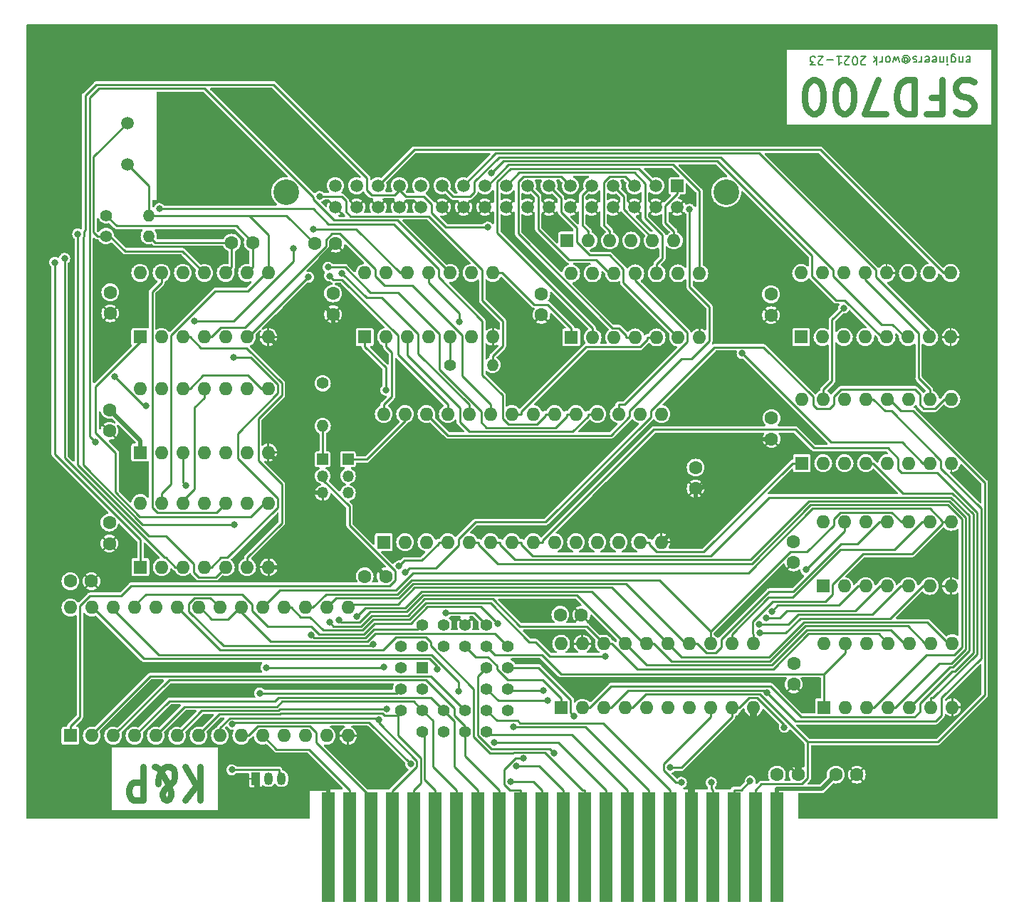
<source format=gbr>
G04 #@! TF.GenerationSoftware,KiCad,Pcbnew,(7.0.0-0)*
G04 #@! TF.CreationDate,2023-03-09T19:40:07+00:00*
G04 #@! TF.ProjectId,SFD700,53464437-3030-42e6-9b69-6361645f7063,rev?*
G04 #@! TF.SameCoordinates,Original*
G04 #@! TF.FileFunction,Copper,L1,Top*
G04 #@! TF.FilePolarity,Positive*
%FSLAX46Y46*%
G04 Gerber Fmt 4.6, Leading zero omitted, Abs format (unit mm)*
G04 Created by KiCad (PCBNEW (7.0.0-0)) date 2023-03-09 19:40:07*
%MOMM*%
%LPD*%
G01*
G04 APERTURE LIST*
%ADD10C,0.200000*%
G04 #@! TA.AperFunction,NonConductor*
%ADD11C,0.200000*%
G04 #@! TD*
%ADD12C,0.750000*%
G04 #@! TA.AperFunction,NonConductor*
%ADD13C,0.750000*%
G04 #@! TD*
G04 #@! TA.AperFunction,ComponentPad*
%ADD14R,1.600000X1.600000*%
G04 #@! TD*
G04 #@! TA.AperFunction,ComponentPad*
%ADD15O,1.600000X1.600000*%
G04 #@! TD*
G04 #@! TA.AperFunction,ComponentPad*
%ADD16C,1.400000*%
G04 #@! TD*
G04 #@! TA.AperFunction,ComponentPad*
%ADD17O,1.400000X1.400000*%
G04 #@! TD*
G04 #@! TA.AperFunction,ComponentPad*
%ADD18C,1.600000*%
G04 #@! TD*
G04 #@! TA.AperFunction,ComponentPad*
%ADD19R,1.050000X1.500000*%
G04 #@! TD*
G04 #@! TA.AperFunction,ComponentPad*
%ADD20O,1.050000X1.500000*%
G04 #@! TD*
G04 #@! TA.AperFunction,ComponentPad*
%ADD21R,1.422400X1.422400*%
G04 #@! TD*
G04 #@! TA.AperFunction,ComponentPad*
%ADD22C,1.422400*%
G04 #@! TD*
G04 #@! TA.AperFunction,ComponentPad*
%ADD23R,1.350000X1.350000*%
G04 #@! TD*
G04 #@! TA.AperFunction,ComponentPad*
%ADD24O,1.350000X1.350000*%
G04 #@! TD*
G04 #@! TA.AperFunction,ComponentPad*
%ADD25C,3.050000*%
G04 #@! TD*
G04 #@! TA.AperFunction,ComponentPad*
%ADD26C,1.520000*%
G04 #@! TD*
G04 #@! TA.AperFunction,ComponentPad*
%ADD27R,1.520000X1.520000*%
G04 #@! TD*
G04 #@! TA.AperFunction,ComponentPad*
%ADD28C,1.500000*%
G04 #@! TD*
G04 #@! TA.AperFunction,ConnectorPad*
%ADD29R,1.500000X13.000000*%
G04 #@! TD*
G04 #@! TA.AperFunction,ViaPad*
%ADD30C,0.800000*%
G04 #@! TD*
G04 #@! TA.AperFunction,Conductor*
%ADD31C,0.250000*%
G04 #@! TD*
G04 #@! TA.AperFunction,Conductor*
%ADD32C,0.254000*%
G04 #@! TD*
G04 #@! TA.AperFunction,Conductor*
%ADD33C,0.812800*%
G04 #@! TD*
G04 #@! TA.AperFunction,Conductor*
%ADD34C,0.508000*%
G04 #@! TD*
G04 #@! TA.AperFunction,Conductor*
%ADD35C,0.500000*%
G04 #@! TD*
G04 APERTURE END LIST*
D10*
D11*
X212055714Y-44150238D02*
X212150952Y-44102619D01*
X212150952Y-44102619D02*
X212341428Y-44102619D01*
X212341428Y-44102619D02*
X212436666Y-44150238D01*
X212436666Y-44150238D02*
X212484285Y-44245476D01*
X212484285Y-44245476D02*
X212484285Y-44626428D01*
X212484285Y-44626428D02*
X212436666Y-44721666D01*
X212436666Y-44721666D02*
X212341428Y-44769285D01*
X212341428Y-44769285D02*
X212150952Y-44769285D01*
X212150952Y-44769285D02*
X212055714Y-44721666D01*
X212055714Y-44721666D02*
X212008095Y-44626428D01*
X212008095Y-44626428D02*
X212008095Y-44531190D01*
X212008095Y-44531190D02*
X212484285Y-44435952D01*
X211579523Y-44769285D02*
X211579523Y-44102619D01*
X211579523Y-44674047D02*
X211531904Y-44721666D01*
X211531904Y-44721666D02*
X211436666Y-44769285D01*
X211436666Y-44769285D02*
X211293809Y-44769285D01*
X211293809Y-44769285D02*
X211198571Y-44721666D01*
X211198571Y-44721666D02*
X211150952Y-44626428D01*
X211150952Y-44626428D02*
X211150952Y-44102619D01*
X210246190Y-44769285D02*
X210246190Y-43959761D01*
X210246190Y-43959761D02*
X210293809Y-43864523D01*
X210293809Y-43864523D02*
X210341428Y-43816904D01*
X210341428Y-43816904D02*
X210436666Y-43769285D01*
X210436666Y-43769285D02*
X210579523Y-43769285D01*
X210579523Y-43769285D02*
X210674761Y-43816904D01*
X210246190Y-44150238D02*
X210341428Y-44102619D01*
X210341428Y-44102619D02*
X210531904Y-44102619D01*
X210531904Y-44102619D02*
X210627142Y-44150238D01*
X210627142Y-44150238D02*
X210674761Y-44197857D01*
X210674761Y-44197857D02*
X210722380Y-44293095D01*
X210722380Y-44293095D02*
X210722380Y-44578809D01*
X210722380Y-44578809D02*
X210674761Y-44674047D01*
X210674761Y-44674047D02*
X210627142Y-44721666D01*
X210627142Y-44721666D02*
X210531904Y-44769285D01*
X210531904Y-44769285D02*
X210341428Y-44769285D01*
X210341428Y-44769285D02*
X210246190Y-44721666D01*
X209769999Y-44102619D02*
X209769999Y-44769285D01*
X209769999Y-45102619D02*
X209817618Y-45055000D01*
X209817618Y-45055000D02*
X209769999Y-45007380D01*
X209769999Y-45007380D02*
X209722380Y-45055000D01*
X209722380Y-45055000D02*
X209769999Y-45102619D01*
X209769999Y-45102619D02*
X209769999Y-45007380D01*
X209293809Y-44769285D02*
X209293809Y-44102619D01*
X209293809Y-44674047D02*
X209246190Y-44721666D01*
X209246190Y-44721666D02*
X209150952Y-44769285D01*
X209150952Y-44769285D02*
X209008095Y-44769285D01*
X209008095Y-44769285D02*
X208912857Y-44721666D01*
X208912857Y-44721666D02*
X208865238Y-44626428D01*
X208865238Y-44626428D02*
X208865238Y-44102619D01*
X208008095Y-44150238D02*
X208103333Y-44102619D01*
X208103333Y-44102619D02*
X208293809Y-44102619D01*
X208293809Y-44102619D02*
X208389047Y-44150238D01*
X208389047Y-44150238D02*
X208436666Y-44245476D01*
X208436666Y-44245476D02*
X208436666Y-44626428D01*
X208436666Y-44626428D02*
X208389047Y-44721666D01*
X208389047Y-44721666D02*
X208293809Y-44769285D01*
X208293809Y-44769285D02*
X208103333Y-44769285D01*
X208103333Y-44769285D02*
X208008095Y-44721666D01*
X208008095Y-44721666D02*
X207960476Y-44626428D01*
X207960476Y-44626428D02*
X207960476Y-44531190D01*
X207960476Y-44531190D02*
X208436666Y-44435952D01*
X207150952Y-44150238D02*
X207246190Y-44102619D01*
X207246190Y-44102619D02*
X207436666Y-44102619D01*
X207436666Y-44102619D02*
X207531904Y-44150238D01*
X207531904Y-44150238D02*
X207579523Y-44245476D01*
X207579523Y-44245476D02*
X207579523Y-44626428D01*
X207579523Y-44626428D02*
X207531904Y-44721666D01*
X207531904Y-44721666D02*
X207436666Y-44769285D01*
X207436666Y-44769285D02*
X207246190Y-44769285D01*
X207246190Y-44769285D02*
X207150952Y-44721666D01*
X207150952Y-44721666D02*
X207103333Y-44626428D01*
X207103333Y-44626428D02*
X207103333Y-44531190D01*
X207103333Y-44531190D02*
X207579523Y-44435952D01*
X206674761Y-44102619D02*
X206674761Y-44769285D01*
X206674761Y-44578809D02*
X206627142Y-44674047D01*
X206627142Y-44674047D02*
X206579523Y-44721666D01*
X206579523Y-44721666D02*
X206484285Y-44769285D01*
X206484285Y-44769285D02*
X206389047Y-44769285D01*
X206103332Y-44150238D02*
X206008094Y-44102619D01*
X206008094Y-44102619D02*
X205817618Y-44102619D01*
X205817618Y-44102619D02*
X205722380Y-44150238D01*
X205722380Y-44150238D02*
X205674761Y-44245476D01*
X205674761Y-44245476D02*
X205674761Y-44293095D01*
X205674761Y-44293095D02*
X205722380Y-44388333D01*
X205722380Y-44388333D02*
X205817618Y-44435952D01*
X205817618Y-44435952D02*
X205960475Y-44435952D01*
X205960475Y-44435952D02*
X206055713Y-44483571D01*
X206055713Y-44483571D02*
X206103332Y-44578809D01*
X206103332Y-44578809D02*
X206103332Y-44626428D01*
X206103332Y-44626428D02*
X206055713Y-44721666D01*
X206055713Y-44721666D02*
X205960475Y-44769285D01*
X205960475Y-44769285D02*
X205817618Y-44769285D01*
X205817618Y-44769285D02*
X205722380Y-44721666D01*
X204627142Y-44578809D02*
X204674761Y-44626428D01*
X204674761Y-44626428D02*
X204769999Y-44674047D01*
X204769999Y-44674047D02*
X204865237Y-44674047D01*
X204865237Y-44674047D02*
X204960475Y-44626428D01*
X204960475Y-44626428D02*
X205008094Y-44578809D01*
X205008094Y-44578809D02*
X205055713Y-44483571D01*
X205055713Y-44483571D02*
X205055713Y-44388333D01*
X205055713Y-44388333D02*
X205008094Y-44293095D01*
X205008094Y-44293095D02*
X204960475Y-44245476D01*
X204960475Y-44245476D02*
X204865237Y-44197857D01*
X204865237Y-44197857D02*
X204769999Y-44197857D01*
X204769999Y-44197857D02*
X204674761Y-44245476D01*
X204674761Y-44245476D02*
X204627142Y-44293095D01*
X204627142Y-44674047D02*
X204627142Y-44293095D01*
X204627142Y-44293095D02*
X204579523Y-44245476D01*
X204579523Y-44245476D02*
X204531904Y-44245476D01*
X204531904Y-44245476D02*
X204436665Y-44293095D01*
X204436665Y-44293095D02*
X204389046Y-44388333D01*
X204389046Y-44388333D02*
X204389046Y-44626428D01*
X204389046Y-44626428D02*
X204484285Y-44769285D01*
X204484285Y-44769285D02*
X204627142Y-44864523D01*
X204627142Y-44864523D02*
X204817618Y-44912142D01*
X204817618Y-44912142D02*
X205008094Y-44864523D01*
X205008094Y-44864523D02*
X205150951Y-44769285D01*
X205150951Y-44769285D02*
X205246189Y-44626428D01*
X205246189Y-44626428D02*
X205293808Y-44435952D01*
X205293808Y-44435952D02*
X205246189Y-44245476D01*
X205246189Y-44245476D02*
X205150951Y-44102619D01*
X205150951Y-44102619D02*
X205008094Y-44007380D01*
X205008094Y-44007380D02*
X204817618Y-43959761D01*
X204817618Y-43959761D02*
X204627142Y-44007380D01*
X204627142Y-44007380D02*
X204484285Y-44102619D01*
X204055713Y-44769285D02*
X203865237Y-44102619D01*
X203865237Y-44102619D02*
X203674761Y-44578809D01*
X203674761Y-44578809D02*
X203484285Y-44102619D01*
X203484285Y-44102619D02*
X203293809Y-44769285D01*
X202769999Y-44102619D02*
X202865237Y-44150238D01*
X202865237Y-44150238D02*
X202912856Y-44197857D01*
X202912856Y-44197857D02*
X202960475Y-44293095D01*
X202960475Y-44293095D02*
X202960475Y-44578809D01*
X202960475Y-44578809D02*
X202912856Y-44674047D01*
X202912856Y-44674047D02*
X202865237Y-44721666D01*
X202865237Y-44721666D02*
X202769999Y-44769285D01*
X202769999Y-44769285D02*
X202627142Y-44769285D01*
X202627142Y-44769285D02*
X202531904Y-44721666D01*
X202531904Y-44721666D02*
X202484285Y-44674047D01*
X202484285Y-44674047D02*
X202436666Y-44578809D01*
X202436666Y-44578809D02*
X202436666Y-44293095D01*
X202436666Y-44293095D02*
X202484285Y-44197857D01*
X202484285Y-44197857D02*
X202531904Y-44150238D01*
X202531904Y-44150238D02*
X202627142Y-44102619D01*
X202627142Y-44102619D02*
X202769999Y-44102619D01*
X202008094Y-44102619D02*
X202008094Y-44769285D01*
X202008094Y-44578809D02*
X201960475Y-44674047D01*
X201960475Y-44674047D02*
X201912856Y-44721666D01*
X201912856Y-44721666D02*
X201817618Y-44769285D01*
X201817618Y-44769285D02*
X201722380Y-44769285D01*
X201389046Y-44102619D02*
X201389046Y-45102619D01*
X201293808Y-44483571D02*
X201008094Y-44102619D01*
X201008094Y-44769285D02*
X201389046Y-44388333D01*
X200027141Y-45007380D02*
X199979522Y-45055000D01*
X199979522Y-45055000D02*
X199884284Y-45102619D01*
X199884284Y-45102619D02*
X199646189Y-45102619D01*
X199646189Y-45102619D02*
X199550951Y-45055000D01*
X199550951Y-45055000D02*
X199503332Y-45007380D01*
X199503332Y-45007380D02*
X199455713Y-44912142D01*
X199455713Y-44912142D02*
X199455713Y-44816904D01*
X199455713Y-44816904D02*
X199503332Y-44674047D01*
X199503332Y-44674047D02*
X200074760Y-44102619D01*
X200074760Y-44102619D02*
X199455713Y-44102619D01*
X198836665Y-45102619D02*
X198741427Y-45102619D01*
X198741427Y-45102619D02*
X198646189Y-45055000D01*
X198646189Y-45055000D02*
X198598570Y-45007380D01*
X198598570Y-45007380D02*
X198550951Y-44912142D01*
X198550951Y-44912142D02*
X198503332Y-44721666D01*
X198503332Y-44721666D02*
X198503332Y-44483571D01*
X198503332Y-44483571D02*
X198550951Y-44293095D01*
X198550951Y-44293095D02*
X198598570Y-44197857D01*
X198598570Y-44197857D02*
X198646189Y-44150238D01*
X198646189Y-44150238D02*
X198741427Y-44102619D01*
X198741427Y-44102619D02*
X198836665Y-44102619D01*
X198836665Y-44102619D02*
X198931903Y-44150238D01*
X198931903Y-44150238D02*
X198979522Y-44197857D01*
X198979522Y-44197857D02*
X199027141Y-44293095D01*
X199027141Y-44293095D02*
X199074760Y-44483571D01*
X199074760Y-44483571D02*
X199074760Y-44721666D01*
X199074760Y-44721666D02*
X199027141Y-44912142D01*
X199027141Y-44912142D02*
X198979522Y-45007380D01*
X198979522Y-45007380D02*
X198931903Y-45055000D01*
X198931903Y-45055000D02*
X198836665Y-45102619D01*
X198122379Y-45007380D02*
X198074760Y-45055000D01*
X198074760Y-45055000D02*
X197979522Y-45102619D01*
X197979522Y-45102619D02*
X197741427Y-45102619D01*
X197741427Y-45102619D02*
X197646189Y-45055000D01*
X197646189Y-45055000D02*
X197598570Y-45007380D01*
X197598570Y-45007380D02*
X197550951Y-44912142D01*
X197550951Y-44912142D02*
X197550951Y-44816904D01*
X197550951Y-44816904D02*
X197598570Y-44674047D01*
X197598570Y-44674047D02*
X198169998Y-44102619D01*
X198169998Y-44102619D02*
X197550951Y-44102619D01*
X196598570Y-44102619D02*
X197169998Y-44102619D01*
X196884284Y-44102619D02*
X196884284Y-45102619D01*
X196884284Y-45102619D02*
X196979522Y-44959761D01*
X196979522Y-44959761D02*
X197074760Y-44864523D01*
X197074760Y-44864523D02*
X197169998Y-44816904D01*
X196169998Y-44483571D02*
X195408094Y-44483571D01*
X194979522Y-45007380D02*
X194931903Y-45055000D01*
X194931903Y-45055000D02*
X194836665Y-45102619D01*
X194836665Y-45102619D02*
X194598570Y-45102619D01*
X194598570Y-45102619D02*
X194503332Y-45055000D01*
X194503332Y-45055000D02*
X194455713Y-45007380D01*
X194455713Y-45007380D02*
X194408094Y-44912142D01*
X194408094Y-44912142D02*
X194408094Y-44816904D01*
X194408094Y-44816904D02*
X194455713Y-44674047D01*
X194455713Y-44674047D02*
X195027141Y-44102619D01*
X195027141Y-44102619D02*
X194408094Y-44102619D01*
X194074760Y-45102619D02*
X193455713Y-45102619D01*
X193455713Y-45102619D02*
X193789046Y-44721666D01*
X193789046Y-44721666D02*
X193646189Y-44721666D01*
X193646189Y-44721666D02*
X193550951Y-44674047D01*
X193550951Y-44674047D02*
X193503332Y-44626428D01*
X193503332Y-44626428D02*
X193455713Y-44531190D01*
X193455713Y-44531190D02*
X193455713Y-44293095D01*
X193455713Y-44293095D02*
X193503332Y-44197857D01*
X193503332Y-44197857D02*
X193550951Y-44150238D01*
X193550951Y-44150238D02*
X193646189Y-44102619D01*
X193646189Y-44102619D02*
X193931903Y-44102619D01*
X193931903Y-44102619D02*
X194027141Y-44150238D01*
X194027141Y-44150238D02*
X194074760Y-44197857D01*
D12*
D13*
X212912857Y-47070952D02*
X212370000Y-46880476D01*
X212370000Y-46880476D02*
X211465238Y-46880476D01*
X211465238Y-46880476D02*
X211103333Y-47070952D01*
X211103333Y-47070952D02*
X210922381Y-47261428D01*
X210922381Y-47261428D02*
X210741428Y-47642380D01*
X210741428Y-47642380D02*
X210741428Y-48023333D01*
X210741428Y-48023333D02*
X210922381Y-48404285D01*
X210922381Y-48404285D02*
X211103333Y-48594761D01*
X211103333Y-48594761D02*
X211465238Y-48785238D01*
X211465238Y-48785238D02*
X212189047Y-48975714D01*
X212189047Y-48975714D02*
X212550952Y-49166190D01*
X212550952Y-49166190D02*
X212731905Y-49356666D01*
X212731905Y-49356666D02*
X212912857Y-49737619D01*
X212912857Y-49737619D02*
X212912857Y-50118571D01*
X212912857Y-50118571D02*
X212731905Y-50499523D01*
X212731905Y-50499523D02*
X212550952Y-50690000D01*
X212550952Y-50690000D02*
X212189047Y-50880476D01*
X212189047Y-50880476D02*
X211284286Y-50880476D01*
X211284286Y-50880476D02*
X210741428Y-50690000D01*
X207846190Y-48975714D02*
X209112857Y-48975714D01*
X209112857Y-46880476D02*
X209112857Y-50880476D01*
X209112857Y-50880476D02*
X207303333Y-50880476D01*
X205855714Y-46880476D02*
X205855714Y-50880476D01*
X205855714Y-50880476D02*
X204950952Y-50880476D01*
X204950952Y-50880476D02*
X204408095Y-50690000D01*
X204408095Y-50690000D02*
X204046190Y-50309047D01*
X204046190Y-50309047D02*
X203865237Y-49928095D01*
X203865237Y-49928095D02*
X203684285Y-49166190D01*
X203684285Y-49166190D02*
X203684285Y-48594761D01*
X203684285Y-48594761D02*
X203865237Y-47832857D01*
X203865237Y-47832857D02*
X204046190Y-47451904D01*
X204046190Y-47451904D02*
X204408095Y-47070952D01*
X204408095Y-47070952D02*
X204950952Y-46880476D01*
X204950952Y-46880476D02*
X205855714Y-46880476D01*
X202417618Y-50880476D02*
X199884285Y-50880476D01*
X199884285Y-50880476D02*
X201512856Y-46880476D01*
X197712856Y-50880476D02*
X197350951Y-50880476D01*
X197350951Y-50880476D02*
X196989047Y-50690000D01*
X196989047Y-50690000D02*
X196808094Y-50499523D01*
X196808094Y-50499523D02*
X196627142Y-50118571D01*
X196627142Y-50118571D02*
X196446189Y-49356666D01*
X196446189Y-49356666D02*
X196446189Y-48404285D01*
X196446189Y-48404285D02*
X196627142Y-47642380D01*
X196627142Y-47642380D02*
X196808094Y-47261428D01*
X196808094Y-47261428D02*
X196989047Y-47070952D01*
X196989047Y-47070952D02*
X197350951Y-46880476D01*
X197350951Y-46880476D02*
X197712856Y-46880476D01*
X197712856Y-46880476D02*
X198074761Y-47070952D01*
X198074761Y-47070952D02*
X198255713Y-47261428D01*
X198255713Y-47261428D02*
X198436666Y-47642380D01*
X198436666Y-47642380D02*
X198617618Y-48404285D01*
X198617618Y-48404285D02*
X198617618Y-49356666D01*
X198617618Y-49356666D02*
X198436666Y-50118571D01*
X198436666Y-50118571D02*
X198255713Y-50499523D01*
X198255713Y-50499523D02*
X198074761Y-50690000D01*
X198074761Y-50690000D02*
X197712856Y-50880476D01*
X194093808Y-50880476D02*
X193731903Y-50880476D01*
X193731903Y-50880476D02*
X193369999Y-50690000D01*
X193369999Y-50690000D02*
X193189046Y-50499523D01*
X193189046Y-50499523D02*
X193008094Y-50118571D01*
X193008094Y-50118571D02*
X192827141Y-49356666D01*
X192827141Y-49356666D02*
X192827141Y-48404285D01*
X192827141Y-48404285D02*
X193008094Y-47642380D01*
X193008094Y-47642380D02*
X193189046Y-47261428D01*
X193189046Y-47261428D02*
X193369999Y-47070952D01*
X193369999Y-47070952D02*
X193731903Y-46880476D01*
X193731903Y-46880476D02*
X194093808Y-46880476D01*
X194093808Y-46880476D02*
X194455713Y-47070952D01*
X194455713Y-47070952D02*
X194636665Y-47261428D01*
X194636665Y-47261428D02*
X194817618Y-47642380D01*
X194817618Y-47642380D02*
X194998570Y-48404285D01*
X194998570Y-48404285D02*
X194998570Y-49356666D01*
X194998570Y-49356666D02*
X194817618Y-50118571D01*
X194817618Y-50118571D02*
X194636665Y-50499523D01*
X194636665Y-50499523D02*
X194455713Y-50690000D01*
X194455713Y-50690000D02*
X194093808Y-50880476D01*
D12*
D13*
X120892857Y-128530476D02*
X120892857Y-132530476D01*
X119178571Y-128530476D02*
X120464285Y-130816190D01*
X119178571Y-132530476D02*
X120892857Y-130244761D01*
X115464285Y-128530476D02*
X115607143Y-128530476D01*
X115607143Y-128530476D02*
X115892857Y-128720952D01*
X115892857Y-128720952D02*
X116321428Y-129292380D01*
X116321428Y-129292380D02*
X117035714Y-130435238D01*
X117035714Y-130435238D02*
X117321428Y-131006666D01*
X117321428Y-131006666D02*
X117464285Y-131578095D01*
X117464285Y-131578095D02*
X117464285Y-131959047D01*
X117464285Y-131959047D02*
X117321428Y-132340000D01*
X117321428Y-132340000D02*
X117035714Y-132530476D01*
X117035714Y-132530476D02*
X116892857Y-132530476D01*
X116892857Y-132530476D02*
X116607143Y-132340000D01*
X116607143Y-132340000D02*
X116464285Y-131959047D01*
X116464285Y-131959047D02*
X116464285Y-131768571D01*
X116464285Y-131768571D02*
X116607143Y-131387619D01*
X116607143Y-131387619D02*
X116750000Y-131197142D01*
X116750000Y-131197142D02*
X117607143Y-130435238D01*
X117607143Y-130435238D02*
X117750000Y-130244761D01*
X117750000Y-130244761D02*
X117892857Y-129863809D01*
X117892857Y-129863809D02*
X117892857Y-129292380D01*
X117892857Y-129292380D02*
X117750000Y-128911428D01*
X117750000Y-128911428D02*
X117607143Y-128720952D01*
X117607143Y-128720952D02*
X117321428Y-128530476D01*
X117321428Y-128530476D02*
X116892857Y-128530476D01*
X116892857Y-128530476D02*
X116607143Y-128720952D01*
X116607143Y-128720952D02*
X116464285Y-128911428D01*
X116464285Y-128911428D02*
X116035714Y-129673333D01*
X116035714Y-129673333D02*
X115892857Y-130244761D01*
X115892857Y-130244761D02*
X115892857Y-130625714D01*
X114178571Y-128530476D02*
X114178571Y-132530476D01*
X114178571Y-132530476D02*
X113035714Y-132530476D01*
X113035714Y-132530476D02*
X112749999Y-132340000D01*
X112749999Y-132340000D02*
X112607142Y-132149523D01*
X112607142Y-132149523D02*
X112464285Y-131768571D01*
X112464285Y-131768571D02*
X112464285Y-131197142D01*
X112464285Y-131197142D02*
X112607142Y-130816190D01*
X112607142Y-130816190D02*
X112749999Y-130625714D01*
X112749999Y-130625714D02*
X113035714Y-130435238D01*
X113035714Y-130435238D02*
X114178571Y-130435238D01*
D14*
X194974999Y-107069999D03*
D15*
X197514999Y-107069999D03*
X200054999Y-107069999D03*
X202594999Y-107069999D03*
X205134999Y-107069999D03*
X207674999Y-107069999D03*
X210214999Y-107069999D03*
X210214999Y-99449999D03*
X207674999Y-99449999D03*
X205134999Y-99449999D03*
X202594999Y-99449999D03*
X200054999Y-99449999D03*
X197514999Y-99449999D03*
X194974999Y-99449999D03*
D14*
X165044999Y-77499999D03*
D15*
X167584999Y-77499999D03*
X170124999Y-77499999D03*
X172664999Y-77499999D03*
X175204999Y-77499999D03*
X177744999Y-77499999D03*
X180284999Y-77499999D03*
X180284999Y-69879999D03*
X177744999Y-69879999D03*
X175204999Y-69879999D03*
X172664999Y-69879999D03*
X170124999Y-69879999D03*
X167584999Y-69879999D03*
X165044999Y-69879999D03*
D14*
X113799999Y-77449999D03*
D15*
X116339999Y-77449999D03*
X118879999Y-77449999D03*
X121419999Y-77449999D03*
X123959999Y-77449999D03*
X126499999Y-77449999D03*
X129039999Y-77449999D03*
X129039999Y-69829999D03*
X126499999Y-69829999D03*
X123959999Y-69829999D03*
X121419999Y-69829999D03*
X118879999Y-69829999D03*
X116339999Y-69829999D03*
X113799999Y-69829999D03*
D14*
X113814999Y-104829999D03*
D15*
X116354999Y-104829999D03*
X118894999Y-104829999D03*
X121434999Y-104829999D03*
X123974999Y-104829999D03*
X126514999Y-104829999D03*
X129054999Y-104829999D03*
X129054999Y-97209999D03*
X126514999Y-97209999D03*
X123974999Y-97209999D03*
X121434999Y-97209999D03*
X118894999Y-97209999D03*
X116354999Y-97209999D03*
X113814999Y-97209999D03*
D14*
X140484999Y-77439999D03*
D15*
X143024999Y-77439999D03*
X145564999Y-77439999D03*
X148104999Y-77439999D03*
X150644999Y-77439999D03*
X153184999Y-77439999D03*
X155724999Y-77439999D03*
X155724999Y-69819999D03*
X153184999Y-69819999D03*
X150644999Y-69819999D03*
X148104999Y-69819999D03*
X145564999Y-69819999D03*
X143024999Y-69819999D03*
X140484999Y-69819999D03*
D14*
X113794999Y-91179999D03*
D15*
X116334999Y-91179999D03*
X118874999Y-91179999D03*
X121414999Y-91179999D03*
X123954999Y-91179999D03*
X126494999Y-91179999D03*
X129034999Y-91179999D03*
X129034999Y-83559999D03*
X126494999Y-83559999D03*
X123954999Y-83559999D03*
X121414999Y-83559999D03*
X118874999Y-83559999D03*
X116334999Y-83559999D03*
X113794999Y-83559999D03*
D14*
X195104999Y-121499999D03*
D15*
X197644999Y-121499999D03*
X200184999Y-121499999D03*
X202724999Y-121499999D03*
X205264999Y-121499999D03*
X207804999Y-121499999D03*
X210344999Y-121499999D03*
X210344999Y-113879999D03*
X207804999Y-113879999D03*
X205264999Y-113879999D03*
X202724999Y-113879999D03*
X200184999Y-113879999D03*
X197644999Y-113879999D03*
X195104999Y-113879999D03*
D14*
X164559999Y-65979999D03*
D15*
X167099999Y-65979999D03*
X169639999Y-65979999D03*
X172179999Y-65979999D03*
X174719999Y-65979999D03*
X177259999Y-65979999D03*
D16*
X135500000Y-82960000D03*
D17*
X135499999Y-88039999D03*
D16*
X109760000Y-62990000D03*
D17*
X114839999Y-62989999D03*
D16*
X109730000Y-65440000D03*
D17*
X114809999Y-65439999D03*
D16*
X150622000Y-80772000D03*
D17*
X155701999Y-80771999D03*
D18*
X124680000Y-66230000D03*
X127180000Y-66230000D03*
X134530000Y-66340000D03*
X137030000Y-66340000D03*
X161490000Y-74820000D03*
X161490000Y-72320000D03*
X110236000Y-72136000D03*
X110236000Y-74636000D03*
X142982000Y-105918000D03*
X140482000Y-105918000D03*
X110130000Y-99520000D03*
X110130000Y-102020000D03*
X136730000Y-72270000D03*
X136730000Y-74770000D03*
X110140000Y-86106000D03*
X110140000Y-88606000D03*
X179832000Y-95484000D03*
X179832000Y-92984000D03*
X108000000Y-106500000D03*
X105500000Y-106500000D03*
X166250000Y-110500000D03*
X163750000Y-110500000D03*
X191500000Y-118770000D03*
X191500000Y-116270000D03*
X188800000Y-72360000D03*
X188800000Y-74860000D03*
X188860000Y-89600000D03*
X188860000Y-87100000D03*
X191480000Y-101770000D03*
X191480000Y-104270000D03*
X189500000Y-129500000D03*
X192000000Y-129500000D03*
D14*
X192379999Y-77459999D03*
D15*
X194919999Y-77459999D03*
X197459999Y-77459999D03*
X199999999Y-77459999D03*
X202539999Y-77459999D03*
X205079999Y-77459999D03*
X207619999Y-77459999D03*
X210159999Y-77459999D03*
X210159999Y-69839999D03*
X207619999Y-69839999D03*
X205079999Y-69839999D03*
X202539999Y-69839999D03*
X199999999Y-69839999D03*
X197459999Y-69839999D03*
X194919999Y-69839999D03*
X192379999Y-69839999D03*
D14*
X142757999Y-101858999D03*
D15*
X145297999Y-101858999D03*
X147837999Y-101858999D03*
X150377999Y-101858999D03*
X152917999Y-101858999D03*
X155457999Y-101858999D03*
X157997999Y-101858999D03*
X160537999Y-101858999D03*
X163077999Y-101858999D03*
X165617999Y-101858999D03*
X168157999Y-101858999D03*
X170697999Y-101858999D03*
X173237999Y-101858999D03*
X175777999Y-101858999D03*
X175777999Y-86618999D03*
X173237999Y-86618999D03*
X170697999Y-86618999D03*
X168157999Y-86618999D03*
X165617999Y-86618999D03*
X163077999Y-86618999D03*
X160537999Y-86618999D03*
X157997999Y-86618999D03*
X155457999Y-86618999D03*
X152917999Y-86618999D03*
X150377999Y-86618999D03*
X147837999Y-86618999D03*
X145297999Y-86618999D03*
X142757999Y-86618999D03*
D14*
X192464999Y-92459999D03*
D15*
X195004999Y-92459999D03*
X197544999Y-92459999D03*
X200084999Y-92459999D03*
X202624999Y-92459999D03*
X205164999Y-92459999D03*
X207704999Y-92459999D03*
X210244999Y-92459999D03*
X210244999Y-84839999D03*
X207704999Y-84839999D03*
X205164999Y-84839999D03*
X202624999Y-84839999D03*
X200084999Y-84839999D03*
X197544999Y-84839999D03*
X195004999Y-84839999D03*
X192464999Y-84839999D03*
D19*
X127507999Y-129999999D03*
D20*
X129031999Y-129999999D03*
X130606799Y-129999999D03*
D18*
X196500000Y-129500000D03*
X199000000Y-129500000D03*
D21*
X147339999Y-116749999D03*
D22*
X144800000Y-119290000D03*
X147340000Y-119290000D03*
X144800000Y-121830000D03*
X147340000Y-124370000D03*
X147340000Y-121830000D03*
X149880000Y-124370000D03*
X149880000Y-121830000D03*
X152420000Y-124370000D03*
X152420000Y-121830000D03*
X154960000Y-124370000D03*
X157500000Y-121830000D03*
X154960000Y-121830000D03*
X157500000Y-119290000D03*
X154960000Y-119290000D03*
X157500000Y-116750000D03*
X154960000Y-116750000D03*
X157500000Y-114210000D03*
X154960000Y-111670000D03*
X154960000Y-114210000D03*
X152420000Y-111670000D03*
X152420000Y-114210000D03*
X149880000Y-111670000D03*
X149880000Y-114210000D03*
X147340000Y-111670000D03*
X144800000Y-114210000D03*
X147340000Y-114210000D03*
X144800000Y-116750000D03*
D14*
X105499999Y-124874999D03*
D15*
X108039999Y-124874999D03*
X110579999Y-124874999D03*
X113119999Y-124874999D03*
X115659999Y-124874999D03*
X118199999Y-124874999D03*
X120739999Y-124874999D03*
X123279999Y-124874999D03*
X125819999Y-124874999D03*
X128359999Y-124874999D03*
X130899999Y-124874999D03*
X133439999Y-124874999D03*
X135979999Y-124874999D03*
X138519999Y-124874999D03*
X138519999Y-109634999D03*
X135979999Y-109634999D03*
X133439999Y-109634999D03*
X130899999Y-109634999D03*
X128359999Y-109634999D03*
X125819999Y-109634999D03*
X123279999Y-109634999D03*
X120739999Y-109634999D03*
X118199999Y-109634999D03*
X115659999Y-109634999D03*
X113119999Y-109634999D03*
X110579999Y-109634999D03*
X108039999Y-109634999D03*
X105499999Y-109634999D03*
D23*
X135499999Y-91999999D03*
D24*
X135499999Y-93999999D03*
X135499999Y-95999999D03*
D25*
X131160000Y-60220000D03*
X183480000Y-60220000D03*
D26*
X137000000Y-62000000D03*
X137000000Y-59460000D03*
X139540000Y-62000000D03*
X139540000Y-59460000D03*
X142080000Y-62000000D03*
X142080000Y-59460000D03*
X144620000Y-62000000D03*
X144620000Y-59460000D03*
X147160000Y-62000000D03*
X147160000Y-59460000D03*
X149700000Y-62000000D03*
X149700000Y-59460000D03*
X152240000Y-62000000D03*
X152240000Y-59460000D03*
X154780000Y-62000000D03*
X154780000Y-59460000D03*
X157320000Y-62000000D03*
X157320000Y-59460000D03*
X159860000Y-62000000D03*
X159860000Y-59460000D03*
X162400000Y-62000000D03*
X162400000Y-59460000D03*
X164940000Y-62000000D03*
X164940000Y-59460000D03*
X167480000Y-62000000D03*
X167480000Y-59460000D03*
X170020000Y-62000000D03*
X170020000Y-59460000D03*
X172560000Y-62000000D03*
X172560000Y-59460000D03*
X175100000Y-62000000D03*
X175100000Y-59460000D03*
X177640000Y-62000000D03*
D27*
X177639999Y-59459999D03*
D28*
X112268000Y-56896000D03*
X112268000Y-51996000D03*
D29*
X189469999Y-138153199D03*
X186929999Y-138153199D03*
X184389999Y-138153199D03*
X181849999Y-138153199D03*
X179309999Y-138153199D03*
X176769999Y-138153199D03*
X174229999Y-138153199D03*
X171689999Y-138153199D03*
X169149999Y-138153199D03*
X166609999Y-138153199D03*
X164069999Y-138153199D03*
X161529999Y-138153199D03*
X158989999Y-138153199D03*
X156449999Y-138153199D03*
X153909999Y-138153199D03*
X151369999Y-138153199D03*
X148829999Y-138153199D03*
X146289999Y-138153199D03*
X143749999Y-138153199D03*
X141209999Y-138153199D03*
X138669999Y-138153199D03*
X136129999Y-138153199D03*
D23*
X138499999Y-91999999D03*
D24*
X138499999Y-93999999D03*
X138499999Y-95999999D03*
D14*
X163844999Y-121539999D03*
D15*
X166384999Y-121539999D03*
X168924999Y-121539999D03*
X171464999Y-121539999D03*
X174004999Y-121539999D03*
X176544999Y-121539999D03*
X179084999Y-121539999D03*
X181624999Y-121539999D03*
X184164999Y-121539999D03*
X186704999Y-121539999D03*
X186704999Y-113919999D03*
X184164999Y-113919999D03*
X181624999Y-113919999D03*
X179084999Y-113919999D03*
X176544999Y-113919999D03*
X174004999Y-113919999D03*
X171464999Y-113919999D03*
X168924999Y-113919999D03*
X166384999Y-113919999D03*
X163844999Y-113919999D03*
D30*
X201000000Y-81000000D03*
X170000000Y-82000000D03*
X182250000Y-83750000D03*
X118250000Y-52000000D03*
X108750000Y-81500000D03*
X184000000Y-74250000D03*
X182000000Y-89750000D03*
X192945000Y-105145300D03*
X142993600Y-83762900D03*
X150146000Y-110267800D03*
X139589900Y-110667000D03*
X197460000Y-73998500D03*
X179113400Y-62256000D03*
X110765000Y-82127100D03*
X114468700Y-85598400D03*
X136292400Y-111359800D03*
X137392400Y-111120500D03*
X169107400Y-115418000D03*
X116074600Y-62189900D03*
X187436700Y-112666700D03*
X188208900Y-110858300D03*
X188883000Y-110072100D03*
X187425300Y-111652300D03*
X145293000Y-105443900D03*
X119250000Y-95143700D03*
X134157800Y-112924000D03*
X108511174Y-89963326D03*
X151774200Y-75659800D03*
X134346300Y-64600300D03*
X132003400Y-66943200D03*
X120211800Y-75583100D03*
X136324600Y-70182200D03*
X136131600Y-69143100D03*
X133801500Y-70335400D03*
X137763500Y-69871900D03*
X185364000Y-79395000D03*
X124920700Y-79835900D03*
X124694600Y-128924700D03*
X135129200Y-60737500D03*
X141514500Y-113982600D03*
X103647200Y-68575300D03*
X104820000Y-68099100D03*
X106368300Y-65201500D03*
X155554900Y-57985700D03*
X125000000Y-99750000D03*
X155115900Y-64393600D03*
X143114500Y-121720300D03*
X159400100Y-127581000D03*
X156302400Y-111522900D03*
X157822100Y-130336700D03*
X145952100Y-128233600D03*
X124762200Y-123503600D03*
X158544100Y-128488700D03*
X155920200Y-125718200D03*
X151697000Y-119576300D03*
X149088800Y-116929100D03*
X158210100Y-123851700D03*
X181701700Y-130429900D03*
X188308500Y-119736500D03*
X186324200Y-130268900D03*
X142173300Y-122962500D03*
X144564100Y-104697600D03*
X128001800Y-119801300D03*
X128763400Y-116754200D03*
X142762400Y-116731300D03*
X176770000Y-128677800D03*
X190385900Y-123870400D03*
X178135800Y-130430600D03*
X161729800Y-119540000D03*
X162267700Y-120719300D03*
X163017300Y-126924500D03*
X165374200Y-122545200D03*
D31*
X166385000Y-121540000D02*
X167229000Y-121540000D01*
X167229000Y-121540000D02*
X169782800Y-118986200D01*
X188736200Y-118986200D02*
X192377400Y-122627400D01*
X192377400Y-122627400D02*
X205872600Y-122627400D01*
X169782800Y-118986200D02*
X188736200Y-118986200D01*
X212828500Y-114980800D02*
X212828500Y-98523000D01*
X205872600Y-122627400D02*
X206500000Y-122000000D01*
X210351900Y-117176700D02*
X210632600Y-117176700D01*
X206500000Y-121028600D02*
X210351900Y-117176700D01*
X206500000Y-122000000D02*
X206500000Y-121028600D01*
X210632600Y-117176700D02*
X212828500Y-114980800D01*
X212828500Y-98523000D02*
X210314100Y-96008600D01*
X210314100Y-96008600D02*
X204477500Y-96008600D01*
X204477500Y-96008600D02*
X200928900Y-92460000D01*
X200928900Y-92460000D02*
X200085000Y-92460000D01*
X129055000Y-97210000D02*
X128540000Y-97210000D01*
X128540000Y-97210000D02*
X126948100Y-98801900D01*
X126948100Y-98801900D02*
X113754400Y-98801900D01*
X113754400Y-98801900D02*
X110871300Y-95918800D01*
X110871300Y-95918800D02*
X110871300Y-91189550D01*
X110871300Y-91189550D02*
X108500000Y-88818250D01*
X108500000Y-88818250D02*
X108500000Y-83336800D01*
X108500000Y-83336800D02*
X113800000Y-78036800D01*
X113800000Y-78036800D02*
X113800000Y-77450000D01*
X107797600Y-89249752D02*
X107797600Y-48995622D01*
X121463600Y-47875000D02*
X134378500Y-60789900D01*
X144360600Y-63535600D02*
X150645000Y-69820000D01*
X107797600Y-48995622D02*
X108918222Y-47875000D01*
X108918222Y-47875000D02*
X121463600Y-47875000D01*
X108511174Y-89963326D02*
X107797600Y-89249752D01*
X134378500Y-61081500D02*
X136832600Y-63535600D01*
X134378500Y-60789900D02*
X134378500Y-61081500D01*
X136832600Y-63535600D02*
X144360600Y-63535600D01*
X125000000Y-99750000D02*
X114065500Y-99750000D01*
X140750000Y-58500000D02*
X140750000Y-60000000D01*
X114065500Y-99750000D02*
X107000000Y-92684500D01*
X107250000Y-48750000D02*
X108575000Y-47425000D01*
X107000000Y-92684500D02*
X107000000Y-65595105D01*
X107000000Y-65595105D02*
X107093300Y-65501805D01*
X107093300Y-65501805D02*
X107093300Y-64901195D01*
X107250000Y-64744495D02*
X107250000Y-48750000D01*
X107093300Y-64901195D02*
X107250000Y-64744495D01*
X129675000Y-47425000D02*
X140750000Y-58500000D01*
X108575000Y-47425000D02*
X129675000Y-47425000D01*
X140750000Y-60000000D02*
X141320700Y-60570700D01*
X141320700Y-60570700D02*
X144033900Y-60570700D01*
X144033900Y-60570700D02*
X144620000Y-59984600D01*
X136131600Y-69143100D02*
X138160100Y-69143100D01*
X141177300Y-72160300D02*
X144469200Y-72160300D01*
X138160100Y-69143100D02*
X141177300Y-72160300D01*
X154332600Y-86271400D02*
X154332600Y-87582600D01*
X149375000Y-77066100D02*
X149375000Y-81313800D01*
X149375000Y-81313800D02*
X154332600Y-86271400D01*
X144469200Y-72160300D02*
X149375000Y-77066100D01*
X164492700Y-86619000D02*
X165618000Y-86619000D01*
X154332600Y-87582600D02*
X154994800Y-88244800D01*
X154994800Y-88244800D02*
X163148200Y-88244800D01*
X163148200Y-88244800D02*
X164492700Y-86900300D01*
X164492700Y-86900300D02*
X164492700Y-86619000D01*
X168158000Y-86619000D02*
X167032700Y-86619000D01*
X167032700Y-86619000D02*
X167032700Y-86900300D01*
X167032700Y-86900300D02*
X165219500Y-88713500D01*
X165219500Y-88713500D02*
X152963500Y-88713500D01*
X152963500Y-88713500D02*
X151792600Y-87542600D01*
X151792600Y-85863600D02*
X145565000Y-79636000D01*
X151792600Y-87542600D02*
X151792600Y-85863600D01*
X145565000Y-79636000D02*
X145565000Y-77440000D01*
X147838000Y-86619000D02*
X149969000Y-88750000D01*
X149969000Y-88750000D02*
X150000000Y-88750000D01*
X171968000Y-86943400D02*
X171968000Y-86247000D01*
X150413900Y-89163900D02*
X169747500Y-89163900D01*
X150000000Y-88750000D02*
X150413900Y-89163900D01*
X169747500Y-89163900D02*
X171968000Y-86943400D01*
X171968000Y-86247000D02*
X178132200Y-80082800D01*
X178132200Y-80082800D02*
X179317000Y-80082800D01*
X179317000Y-80082800D02*
X181468200Y-77931600D01*
X181468200Y-77931600D02*
X181468200Y-73831500D01*
X181468200Y-73831500D02*
X179113400Y-71476700D01*
X179113400Y-71476700D02*
X179113400Y-62256000D01*
X138500000Y-92000000D02*
X140750000Y-92000000D01*
X140750000Y-92000000D02*
X145298000Y-87452000D01*
X145298000Y-87452000D02*
X145298000Y-86619000D01*
X123280000Y-124875000D02*
X123280000Y-123942900D01*
X123280000Y-123942900D02*
X124444600Y-122778300D01*
X124444600Y-122778300D02*
X141989100Y-122778300D01*
X141989100Y-122778300D02*
X142173300Y-122962500D01*
X152420000Y-121830000D02*
X148385300Y-117795300D01*
X148385300Y-117795300D02*
X114954700Y-117795300D01*
X114954700Y-117795300D02*
X108040000Y-124710000D01*
X108040000Y-124710000D02*
X108040000Y-124875000D01*
X110580000Y-124875000D02*
X110625000Y-124875000D01*
X117254400Y-118245600D02*
X147803000Y-118245600D01*
X110625000Y-124875000D02*
X117254400Y-118245600D01*
X151150000Y-121592600D02*
X151150000Y-122463100D01*
X147803000Y-118245600D02*
X151150000Y-121592600D01*
X152420000Y-123733100D02*
X152420000Y-124370000D01*
X151150000Y-122463100D02*
X152420000Y-123733100D01*
X113120000Y-124875000D02*
X113125000Y-124875000D01*
X130275900Y-120328700D02*
X148378700Y-120328700D01*
X113125000Y-124875000D02*
X117248000Y-120752000D01*
X117248000Y-120752000D02*
X129852600Y-120752000D01*
X129852600Y-120752000D02*
X130275900Y-120328700D01*
X148378700Y-120328700D02*
X149880000Y-121830000D01*
X115660000Y-124875000D02*
X115660000Y-124840000D01*
X119072600Y-121427400D02*
X130039000Y-121427400D01*
X115660000Y-124840000D02*
X119072600Y-121427400D01*
X130039000Y-121427400D02*
X130687300Y-120779100D01*
X130687300Y-120779100D02*
X146289100Y-120779100D01*
X146289100Y-120779100D02*
X147340000Y-121830000D01*
X118200000Y-124875000D02*
X118200000Y-124800000D01*
X118200000Y-124800000D02*
X121122300Y-121877700D01*
X121122300Y-121877700D02*
X130225700Y-121877700D01*
X130225700Y-121877700D02*
X130383100Y-121720300D01*
X130383100Y-121720300D02*
X143114500Y-121720300D01*
X123172000Y-122328000D02*
X130412300Y-122328000D01*
X130412300Y-122328000D02*
X130529600Y-122210700D01*
X120740000Y-124760000D02*
X123172000Y-122328000D01*
X120740000Y-124875000D02*
X120740000Y-124760000D01*
X130529600Y-122210700D02*
X142579200Y-122210700D01*
X142579200Y-122210700D02*
X142814600Y-122446100D01*
X142814600Y-122446100D02*
X144419300Y-122446100D01*
X162400000Y-59460000D02*
X163838800Y-60898800D01*
X163838800Y-60898800D02*
X163838800Y-62619000D01*
X165685400Y-64465600D02*
X165685400Y-66160300D01*
X163838800Y-62619000D02*
X165685400Y-64465600D01*
X165685400Y-66160300D02*
X167228300Y-67703200D01*
X167228300Y-67703200D02*
X169568600Y-67703200D01*
X169568600Y-67703200D02*
X171250000Y-69384600D01*
X171250000Y-69384600D02*
X171250000Y-71005000D01*
X171250000Y-71005000D02*
X177745000Y-77500000D01*
X170125000Y-69880000D02*
X169630000Y-69880000D01*
X169630000Y-69880000D02*
X168000000Y-68250000D01*
X164743900Y-68250000D02*
X161130000Y-64636100D01*
X161130000Y-64636100D02*
X161130000Y-60730000D01*
X168000000Y-68250000D02*
X164743900Y-68250000D01*
X161130000Y-60730000D02*
X159860000Y-59460000D01*
X169640000Y-65980000D02*
X169640000Y-64854700D01*
X169640000Y-64854700D02*
X168905400Y-64120100D01*
X169578300Y-58350500D02*
X171450500Y-58350500D01*
X168905400Y-64120100D02*
X168905400Y-59023400D01*
X168905400Y-59023400D02*
X169578300Y-58350500D01*
X171450500Y-58350500D02*
X172560000Y-59460000D01*
X174720000Y-65980000D02*
X174720000Y-65698700D01*
X171290000Y-62268700D02*
X171290000Y-60730000D01*
X174720000Y-65698700D02*
X171290000Y-62268700D01*
X171290000Y-60730000D02*
X170020000Y-59460000D01*
X177640000Y-59460000D02*
X177640000Y-60409600D01*
X176250000Y-61799600D02*
X176250000Y-63844700D01*
X177640000Y-60409600D02*
X176250000Y-61799600D01*
X176250000Y-63844700D02*
X177260000Y-64854700D01*
X177260000Y-64854700D02*
X177260000Y-65980000D01*
X204710000Y-77460000D02*
X203250000Y-76000000D01*
X203250000Y-76000000D02*
X201948000Y-76000000D01*
X205080000Y-77460000D02*
X204710000Y-77460000D01*
X201948000Y-76000000D02*
X196190000Y-70242000D01*
X150990000Y-60750000D02*
X149700000Y-59460000D01*
X196190000Y-70242000D02*
X196190000Y-69476500D01*
X196190000Y-69476500D02*
X182775800Y-56062300D01*
X182775800Y-56062300D02*
X156452600Y-56062300D01*
X156452600Y-56062300D02*
X153510000Y-59004900D01*
X153510000Y-59004900D02*
X153510000Y-60240000D01*
X153510000Y-60240000D02*
X153000000Y-60750000D01*
X153000000Y-60750000D02*
X150990000Y-60750000D01*
X144620000Y-59984600D02*
X145371800Y-60736400D01*
X145371800Y-60736400D02*
X147481700Y-60736400D01*
X147481700Y-60736400D02*
X148430000Y-61684700D01*
X148430000Y-61684700D02*
X148430000Y-62680000D01*
X148430000Y-62680000D02*
X150143600Y-64393600D01*
X150143600Y-64393600D02*
X155115900Y-64393600D01*
X135129200Y-60737500D02*
X137737500Y-60737500D01*
X138250000Y-62513650D02*
X138821650Y-63085300D01*
X138821650Y-63085300D02*
X148098900Y-63085300D01*
X138250000Y-61250000D02*
X138250000Y-62513650D01*
X137737500Y-60737500D02*
X138250000Y-61250000D01*
X148098900Y-63085300D02*
X154455000Y-69441400D01*
X154455000Y-69441400D02*
X154455000Y-73071100D01*
X154455000Y-73071100D02*
X156909000Y-75525100D01*
X156909000Y-75525100D02*
X156909000Y-78539700D01*
X156909000Y-78539700D02*
X155702000Y-79746700D01*
X155702000Y-79746700D02*
X155702000Y-80772000D01*
X143750000Y-138153200D02*
X143750000Y-131462300D01*
X143750000Y-131462300D02*
X146677400Y-128534900D01*
X146677400Y-128534900D02*
X146677400Y-127846100D01*
X146677400Y-127846100D02*
X142173300Y-123342000D01*
X142173300Y-123342000D02*
X142173300Y-122962500D01*
X141210000Y-138153200D02*
X141210000Y-132210000D01*
X141210000Y-132210000D02*
X134710000Y-125710000D01*
X134710000Y-125710000D02*
X134710000Y-124473900D01*
X134710000Y-124473900D02*
X133985800Y-123749700D01*
X133985800Y-123749700D02*
X127789200Y-123749700D01*
X127789200Y-123749700D02*
X126663900Y-124875000D01*
X126663900Y-124875000D02*
X125820000Y-124875000D01*
X113120000Y-109635000D02*
X113120000Y-109380000D01*
X113120000Y-109380000D02*
X114459200Y-108040800D01*
X114459200Y-108040800D02*
X125889200Y-108040800D01*
X127090000Y-109241600D02*
X127090000Y-110000500D01*
X127090000Y-110000500D02*
X128974300Y-111884800D01*
X135049000Y-112789300D02*
X140408300Y-112789300D01*
X125889200Y-108040800D02*
X127090000Y-109241600D01*
X134144500Y-111884800D02*
X135049000Y-112789300D01*
X128974300Y-111884800D02*
X134144500Y-111884800D01*
X140408300Y-112789300D02*
X141693500Y-111504100D01*
X141693500Y-111504100D02*
X145990900Y-111504100D01*
X145990900Y-111504100D02*
X147952500Y-109542500D01*
X147952500Y-109542500D02*
X154322000Y-109542500D01*
X154322000Y-109542500D02*
X156302400Y-111522900D01*
X108040000Y-109635000D02*
X108135000Y-109635000D01*
X148188000Y-115713500D02*
X149088800Y-116614300D01*
X108135000Y-109635000D02*
X114213500Y-115713500D01*
X114213500Y-115713500D02*
X148188000Y-115713500D01*
X149088800Y-116614300D02*
X149088800Y-116929100D01*
X110580000Y-109635000D02*
X110580000Y-109830000D01*
X110580000Y-109830000D02*
X116013100Y-115263100D01*
X116013100Y-115263100D02*
X148451100Y-115263100D01*
X148451100Y-115263100D02*
X151697000Y-118509000D01*
X151697000Y-118509000D02*
X151697000Y-119576300D01*
X138670000Y-138153200D02*
X138670000Y-131327900D01*
X133842100Y-126500000D02*
X130000000Y-126500000D01*
X138670000Y-131327900D02*
X133842100Y-126500000D01*
X130000000Y-126500000D02*
X128375000Y-124875000D01*
X128375000Y-124875000D02*
X128360000Y-124875000D01*
X138520000Y-109635000D02*
X138925600Y-109229400D01*
X144444200Y-109229400D02*
X146408900Y-107264700D01*
X138925600Y-109229400D02*
X144444200Y-109229400D01*
X146408900Y-107264700D02*
X169889700Y-107264700D01*
X169889700Y-107264700D02*
X176545000Y-113920000D01*
X179085000Y-113920000D02*
X178670000Y-113920000D01*
X178670000Y-113920000D02*
X171564400Y-106814400D01*
X171564400Y-106814400D02*
X146222300Y-106814400D01*
X146222300Y-106814400D02*
X144538900Y-108497800D01*
X144538900Y-108497800D02*
X137117200Y-108497800D01*
X137117200Y-108497800D02*
X135980000Y-109635000D01*
X181625000Y-112470200D02*
X175518900Y-106364100D01*
X175518900Y-106364100D02*
X146035700Y-106364100D01*
X146035700Y-106364100D02*
X144352400Y-108047400D01*
X144352400Y-108047400D02*
X135871600Y-108047400D01*
X135871600Y-108047400D02*
X134284000Y-109635000D01*
X134284000Y-109635000D02*
X133440000Y-109635000D01*
X162503900Y-115418000D02*
X160808100Y-113722200D01*
X160808100Y-113722200D02*
X160074600Y-113722200D01*
X132869200Y-110760300D02*
X131743900Y-109635000D01*
X140221800Y-112338900D02*
X135553800Y-112338900D01*
X169107400Y-115418000D02*
X162503900Y-115418000D01*
X160074600Y-113722200D02*
X155444500Y-109092100D01*
X131743900Y-109635000D02*
X130900000Y-109635000D01*
X145827400Y-111030700D02*
X141530000Y-111030700D01*
X135553800Y-112338900D02*
X133975200Y-110760300D01*
X147766000Y-109092100D02*
X145827400Y-111030700D01*
X155444500Y-109092100D02*
X147766000Y-109092100D01*
X141530000Y-111030700D02*
X140221800Y-112338900D01*
X133975200Y-110760300D02*
X132869200Y-110760300D01*
X128360000Y-109635000D02*
X130409400Y-107585600D01*
X130409400Y-107585600D02*
X144177300Y-107585600D01*
X144177300Y-107585600D02*
X146246200Y-105516700D01*
X146246200Y-105516700D02*
X186108200Y-105516700D01*
X186108200Y-105516700D02*
X193758800Y-97866100D01*
X193758800Y-97866100D02*
X207695700Y-97866100D01*
X207695700Y-97866100D02*
X209160500Y-99330900D01*
X209160500Y-99330900D02*
X209160500Y-99450000D01*
X120740000Y-109635000D02*
X120885000Y-109635000D01*
X120885000Y-109635000D02*
X122250000Y-111000000D01*
X122250000Y-111000000D02*
X124250000Y-111000000D01*
X124250000Y-111000000D02*
X125257400Y-109992600D01*
X125257400Y-109992600D02*
X125257400Y-109635000D01*
X118895000Y-104830000D02*
X117962600Y-104830000D01*
X117962600Y-104830000D02*
X116837300Y-103704700D01*
X116704000Y-103704700D02*
X104820000Y-91820700D01*
X116837300Y-103704700D02*
X116704000Y-103704700D01*
X104820000Y-91820700D02*
X104820000Y-68099100D01*
X123975000Y-104830000D02*
X122798700Y-106006300D01*
X122798700Y-106006300D02*
X120751800Y-106006300D01*
X120751800Y-106006300D02*
X120165000Y-105419500D01*
X120165000Y-105419500D02*
X120165000Y-104439300D01*
X120165000Y-104439300D02*
X116851900Y-101126200D01*
X116851900Y-101126200D02*
X114804800Y-101126200D01*
X114804800Y-101126200D02*
X106368300Y-92689700D01*
X106368300Y-92689700D02*
X106368300Y-65201500D01*
X122278900Y-104830000D02*
X123404200Y-103704700D01*
X125368100Y-91863300D02*
X125368100Y-88938900D01*
X124179300Y-103704700D02*
X130185400Y-97698600D01*
X130185400Y-96680600D02*
X125368100Y-91863300D01*
X130185400Y-97698600D02*
X130185400Y-96680600D01*
X123404200Y-103704700D02*
X124179300Y-103704700D01*
X121435000Y-104830000D02*
X122278900Y-104830000D01*
X126912200Y-79835900D02*
X124920700Y-79835900D01*
X125368100Y-88938900D02*
X130169400Y-84137600D01*
X130169400Y-84137600D02*
X130169400Y-83093100D01*
X130169400Y-83093100D02*
X126912200Y-79835900D01*
X123975000Y-97210000D02*
X122833500Y-98351500D01*
X122833500Y-98351500D02*
X115854400Y-98351500D01*
X115854400Y-98351500D02*
X115209600Y-97706700D01*
X115209600Y-72085700D02*
X116340000Y-70955300D01*
X115209600Y-97706700D02*
X115209600Y-72085700D01*
X116340000Y-70955300D02*
X116340000Y-69830000D01*
X118895000Y-97210000D02*
X118895000Y-96928700D01*
X118895000Y-96928700D02*
X120266300Y-95557400D01*
X120266300Y-95557400D02*
X120266300Y-85834000D01*
X121415000Y-84685300D02*
X121415000Y-83560000D01*
X120266300Y-85834000D02*
X121415000Y-84685300D01*
X119250000Y-95143700D02*
X118875000Y-94768700D01*
X118875000Y-94768700D02*
X118875000Y-91180000D01*
X118875000Y-83560000D02*
X119719000Y-83560000D01*
X119719000Y-83560000D02*
X121279000Y-82000000D01*
X121279000Y-82000000D02*
X126631100Y-82000000D01*
X126631100Y-82000000D02*
X128191100Y-83560000D01*
X128191100Y-83560000D02*
X129035000Y-83560000D01*
X126500000Y-77450000D02*
X126686900Y-77450000D01*
X126686900Y-77450000D02*
X133801500Y-70335400D01*
X126515000Y-104830000D02*
X126515000Y-103704700D01*
X126515000Y-103704700D02*
X130635700Y-99584000D01*
X130635700Y-94978300D02*
X127845200Y-92187800D01*
X127845200Y-87137200D02*
X130619700Y-84362700D01*
X121023900Y-78750000D02*
X119723900Y-77450000D01*
X119723900Y-77450000D02*
X118880000Y-77450000D01*
X127845200Y-92187800D02*
X127845200Y-87137200D01*
X130635700Y-99584000D02*
X130635700Y-94978300D01*
X130619700Y-84362700D02*
X130619700Y-82906500D01*
X126463200Y-78750000D02*
X121023900Y-78750000D01*
X130619700Y-82906500D02*
X126463200Y-78750000D01*
X135904600Y-65867100D02*
X135904600Y-66638900D01*
X155458000Y-86619000D02*
X155458000Y-85493700D01*
X146155600Y-71342300D02*
X142881600Y-71342300D01*
X155458000Y-85493700D02*
X152059600Y-82095300D01*
X126218800Y-76324700D02*
X123389200Y-76324700D01*
X152059600Y-77246300D02*
X146155600Y-71342300D01*
X152059600Y-82095300D02*
X152059600Y-77246300D01*
X142881600Y-71342300D02*
X141755000Y-70215700D01*
X141755000Y-70215700D02*
X141755000Y-69402400D01*
X137527900Y-65175300D02*
X136596400Y-65175300D01*
X136596400Y-65175300D02*
X135904600Y-65867100D01*
X141755000Y-69402400D02*
X137527900Y-65175300D01*
X135904600Y-66638900D02*
X126218800Y-76324700D01*
X122263900Y-77450000D02*
X121420000Y-77450000D01*
X123389200Y-76324700D02*
X122263900Y-77450000D01*
X145565000Y-69820000D02*
X144721000Y-69820000D01*
X144721000Y-69820000D02*
X139501300Y-64600300D01*
X139501300Y-64600300D02*
X134346300Y-64600300D01*
X161952700Y-86842900D02*
X161001100Y-87794500D01*
X161952700Y-86619000D02*
X161952700Y-86842900D01*
X163078000Y-86619000D02*
X161952700Y-86619000D01*
X161001100Y-87794500D02*
X157541800Y-87794500D01*
X157541800Y-87794500D02*
X156872600Y-87125300D01*
X156872600Y-87125300D02*
X156872600Y-84368000D01*
X156872600Y-84368000D02*
X154455000Y-81950400D01*
X154455000Y-81950400D02*
X154455000Y-75528500D01*
X154455000Y-75528500D02*
X149250000Y-70323500D01*
X149250000Y-70323500D02*
X149250000Y-69343200D01*
X149250000Y-69343200D02*
X143922200Y-64015400D01*
X143922200Y-64015400D02*
X136189500Y-64015400D01*
X136189500Y-64015400D02*
X134364000Y-62189900D01*
X134364000Y-62189900D02*
X116074600Y-62189900D01*
X170698000Y-86619000D02*
X170698000Y-85493700D01*
X170698000Y-85493700D02*
X171401300Y-85493700D01*
X171401300Y-85493700D02*
X178870600Y-78024400D01*
X178870600Y-78024400D02*
X178870600Y-76929600D01*
X178870600Y-76929600D02*
X172665000Y-70724000D01*
X172665000Y-70724000D02*
X172665000Y-69880000D01*
X210160000Y-69840000D02*
X209316000Y-69840000D01*
X209316000Y-69840000D02*
X194637700Y-55161700D01*
X194637700Y-55161700D02*
X146378300Y-55161700D01*
X146378300Y-55161700D02*
X142080000Y-59460000D01*
X207705000Y-84840000D02*
X207705000Y-83714700D01*
X207705000Y-83714700D02*
X206350000Y-82359700D01*
X206350000Y-82359700D02*
X206350000Y-77034000D01*
X206350000Y-77034000D02*
X200000000Y-70684000D01*
X200000000Y-70684000D02*
X200000000Y-69840000D01*
X207620000Y-77460000D02*
X207620000Y-76616000D01*
X207620000Y-76616000D02*
X201270000Y-70266000D01*
X201270000Y-70266000D02*
X201270000Y-69482300D01*
X201270000Y-69482300D02*
X187399700Y-55612000D01*
X187399700Y-55612000D02*
X156088000Y-55612000D01*
X156088000Y-55612000D02*
X152240000Y-59460000D01*
X182401500Y-56512600D02*
X193650000Y-67761100D01*
X157028000Y-56512600D02*
X182401500Y-56512600D01*
X193650000Y-67761100D02*
X193650000Y-70223300D01*
X155554900Y-57985700D02*
X157028000Y-56512600D01*
X193650000Y-70223300D02*
X196487500Y-73060800D01*
X196487500Y-73060800D02*
X197578100Y-73060800D01*
X197578100Y-73060800D02*
X201977300Y-77460000D01*
X201977300Y-77460000D02*
X202540000Y-77460000D01*
X210245000Y-84840000D02*
X209401000Y-84840000D01*
X209401000Y-84840000D02*
X208258900Y-85982100D01*
X208258900Y-85982100D02*
X206977150Y-85982100D01*
X206977150Y-85982100D02*
X206500000Y-85504950D01*
X196275000Y-84512500D02*
X196275000Y-85475000D01*
X206500000Y-84250000D02*
X205927900Y-83677900D01*
X151648000Y-102227400D02*
X148939300Y-104936100D01*
X205927900Y-83677900D02*
X197109600Y-83677900D01*
X197109600Y-83677900D02*
X196275000Y-84512500D01*
X196275000Y-85475000D02*
X195784600Y-85965400D01*
X195784600Y-85965400D02*
X194215400Y-85965400D01*
X206500000Y-85504950D02*
X206500000Y-84250000D01*
X194215400Y-85965400D02*
X193808900Y-85558900D01*
X193808900Y-85558900D02*
X193808900Y-84571100D01*
X193808900Y-84571100D02*
X187897300Y-78659500D01*
X187897300Y-78659500D02*
X182090700Y-78659500D01*
X182090700Y-78659500D02*
X174508000Y-86242200D01*
X174508000Y-86242200D02*
X174508000Y-86962300D01*
X174508000Y-86962300D02*
X162006000Y-99464300D01*
X162006000Y-99464300D02*
X153654200Y-99464300D01*
X153654200Y-99464300D02*
X151648000Y-101470500D01*
X151648000Y-101470500D02*
X151648000Y-102227400D01*
X148939300Y-104936100D02*
X145800800Y-104936100D01*
X145800800Y-104936100D02*
X145293000Y-105443900D01*
X193149200Y-125607900D02*
X208642100Y-125607900D01*
X208642100Y-125607900D02*
X214220000Y-120030000D01*
X214220000Y-120030000D02*
X214220000Y-94774000D01*
X214220000Y-94774000D02*
X205696000Y-86250000D01*
X205696000Y-86250000D02*
X204250000Y-86250000D01*
X204250000Y-86250000D02*
X202840000Y-84840000D01*
X202840000Y-84840000D02*
X202625000Y-84840000D01*
X191728500Y-123156500D02*
X208343500Y-123156500D01*
X209075000Y-120367900D02*
X213768600Y-115674300D01*
X209075000Y-122425000D02*
X209075000Y-120367900D01*
X208343500Y-123156500D02*
X209075000Y-122425000D01*
X213768600Y-115674300D02*
X213768600Y-97854600D01*
X202338900Y-86250000D02*
X200928900Y-84840000D01*
X188308500Y-119736500D02*
X191728500Y-123156500D01*
X213768600Y-97854600D02*
X208975000Y-93061000D01*
X208975000Y-93061000D02*
X208975000Y-92115500D01*
X208975000Y-92115500D02*
X203109500Y-86250000D01*
X203109500Y-86250000D02*
X202338900Y-86250000D01*
X200928900Y-84840000D02*
X200085000Y-84840000D01*
X160538000Y-101859000D02*
X161663300Y-101859000D01*
X174880500Y-88437300D02*
X191675700Y-88437300D01*
X191675700Y-88437300D02*
X193895200Y-90656800D01*
X161663300Y-101859000D02*
X161663300Y-101654500D01*
X161663300Y-101654500D02*
X174880500Y-88437300D01*
X193895200Y-90656800D02*
X202684700Y-90656800D01*
X202684700Y-90656800D02*
X203895000Y-91867100D01*
X203895000Y-91867100D02*
X203895000Y-93145000D01*
X203895000Y-93145000D02*
X204335300Y-93585300D01*
X204335300Y-93585300D02*
X208527700Y-93585300D01*
X208527700Y-93585300D02*
X213278800Y-98336400D01*
X213278800Y-98336400D02*
X213278800Y-115167400D01*
X213278800Y-115167400D02*
X208071500Y-120374700D01*
X208071500Y-120374700D02*
X207805000Y-120374700D01*
X207805000Y-120374700D02*
X207805000Y-121500000D01*
X207705000Y-92460000D02*
X206861100Y-92460000D01*
X206861100Y-92460000D02*
X204385000Y-89983900D01*
X204385000Y-89983900D02*
X195952900Y-89983900D01*
X195952900Y-89983900D02*
X185364000Y-79395000D01*
X179085000Y-113920000D02*
X180016700Y-113920000D01*
X201714600Y-99450000D02*
X202595000Y-99450000D01*
X180016700Y-113920000D02*
X181143500Y-115046800D01*
X191459700Y-107728600D02*
X197110300Y-102078000D01*
X199086600Y-102078000D02*
X201714600Y-99450000D01*
X181143500Y-115046800D02*
X182186700Y-115046800D01*
X182186700Y-115046800D02*
X182895000Y-114338500D01*
X197110300Y-102078000D02*
X199086600Y-102078000D01*
X182895000Y-114338500D02*
X182895000Y-113417200D01*
X182895000Y-113417200D02*
X188583600Y-107728600D01*
X188583600Y-107728600D02*
X191459700Y-107728600D01*
X181625000Y-112470200D02*
X191075200Y-103020000D01*
X191075200Y-103020000D02*
X193070800Y-103020000D01*
X193070800Y-103020000D02*
X196245000Y-99845800D01*
X196245000Y-99845800D02*
X196245000Y-99085100D01*
X196245000Y-99085100D02*
X197005400Y-98324700D01*
X203165800Y-98324700D02*
X204291100Y-99450000D01*
X197005400Y-98324700D02*
X203165800Y-98324700D01*
X204291100Y-99450000D02*
X205135000Y-99450000D01*
X207675000Y-99450000D02*
X206783900Y-99450000D01*
X188513600Y-108446100D02*
X184165000Y-112794700D01*
X184165000Y-112794700D02*
X184165000Y-113920000D01*
X206783900Y-99450000D02*
X203480600Y-102753300D01*
X203480600Y-102753300D02*
X197071900Y-102753300D01*
X197071900Y-102753300D02*
X191379100Y-108446100D01*
X191379100Y-108446100D02*
X188513600Y-108446100D01*
X187436700Y-112666700D02*
X190520000Y-112666700D01*
X190520000Y-112666700D02*
X192263900Y-110922800D01*
X192263900Y-110922800D02*
X202978200Y-110922800D01*
X202978200Y-110922800D02*
X206831000Y-107070000D01*
X206831000Y-107070000D02*
X207675000Y-107070000D01*
X187425300Y-111652300D02*
X190897500Y-111652300D01*
X192077300Y-110472500D02*
X200811700Y-110472500D01*
X190897500Y-111652300D02*
X192077300Y-110472500D01*
X204214200Y-107070000D02*
X205135000Y-107070000D01*
X200811700Y-110472500D02*
X204214200Y-107070000D01*
X188208900Y-110858300D02*
X189847400Y-110858300D01*
X201751000Y-107070000D02*
X202595000Y-107070000D01*
X189847400Y-110858300D02*
X190683600Y-110022100D01*
X190683600Y-110022100D02*
X198798900Y-110022100D01*
X198798900Y-110022100D02*
X201751000Y-107070000D01*
X200055000Y-107070000D02*
X199134200Y-107070000D01*
X199134200Y-107070000D02*
X196857500Y-109346700D01*
X196857500Y-109346700D02*
X189608400Y-109346700D01*
X189608400Y-109346700D02*
X188883000Y-110072100D01*
X168925000Y-113920000D02*
X169873400Y-113920000D01*
X169873400Y-113920000D02*
X172886600Y-116933200D01*
X193214400Y-112754700D02*
X200755800Y-112754700D01*
X172886600Y-116933200D02*
X189035900Y-116933200D01*
X189035900Y-116933200D02*
X193214400Y-112754700D01*
X200755800Y-112754700D02*
X200760500Y-112750000D01*
X200760500Y-112750000D02*
X201595000Y-112750000D01*
X201595000Y-112750000D02*
X202725000Y-113880000D01*
X205265000Y-113880000D02*
X204630000Y-113880000D01*
X204630000Y-113880000D02*
X203023800Y-112273800D01*
X193058400Y-112273800D02*
X188878200Y-116454000D01*
X203023800Y-112273800D02*
X193058400Y-112273800D01*
X188878200Y-116454000D02*
X173999000Y-116454000D01*
X173999000Y-116454000D02*
X171465000Y-113920000D01*
X174849000Y-113920000D02*
X176932700Y-116003700D01*
X176932700Y-116003700D02*
X188691600Y-116003700D01*
X174005000Y-113920000D02*
X174849000Y-113920000D01*
X188691600Y-116003700D02*
X192871800Y-111823500D01*
X192871800Y-111823500D02*
X205073500Y-111823500D01*
X205073500Y-111823500D02*
X207130000Y-113880000D01*
X207130000Y-113880000D02*
X207805000Y-113880000D01*
X210345000Y-113880000D02*
X209880000Y-113880000D01*
X188556000Y-115502300D02*
X178127300Y-115502300D01*
X207373100Y-111373100D02*
X192685200Y-111373100D01*
X192685200Y-111373100D02*
X188556000Y-115502300D01*
X209880000Y-113880000D02*
X207373100Y-111373100D01*
X178127300Y-115502300D02*
X176545000Y-113920000D01*
X202725000Y-121500000D02*
X203568900Y-121500000D01*
X211927900Y-98896200D02*
X209997200Y-96965500D01*
X203568900Y-121500000D02*
X208792800Y-116276100D01*
X193305900Y-96965500D02*
X186331400Y-103940000D01*
X210259400Y-116276100D02*
X211927900Y-114607600D01*
X208792800Y-116276100D02*
X210259400Y-116276100D01*
X211927900Y-114607600D02*
X211927900Y-98896200D01*
X158383000Y-103940000D02*
X156583300Y-102140300D01*
X156583300Y-102140300D02*
X156583300Y-101859000D01*
X209997200Y-96965500D02*
X193305900Y-96965500D01*
X186331400Y-103940000D02*
X158383000Y-103940000D01*
X156583300Y-101859000D02*
X155458000Y-101859000D01*
X200185000Y-121500000D02*
X201000000Y-121500000D01*
X186504200Y-104404200D02*
X156307200Y-104404200D01*
X201000000Y-121500000D02*
X202000000Y-120500000D01*
X202000000Y-120500000D02*
X202029000Y-120500000D01*
X209810600Y-97415800D02*
X193492600Y-97415800D01*
X202029000Y-120500000D02*
X207277400Y-115251600D01*
X207277400Y-115251600D02*
X210567400Y-115251600D01*
X210567400Y-115251600D02*
X211477600Y-114341400D01*
X211477600Y-114341400D02*
X211477600Y-99082800D01*
X211477600Y-99082800D02*
X209810600Y-97415800D01*
X193492600Y-97415800D02*
X186504200Y-104404200D01*
X156307200Y-104404200D02*
X154043300Y-102140300D01*
X154043300Y-102140300D02*
X154043300Y-101859000D01*
X154043300Y-101859000D02*
X152918000Y-101859000D01*
X168925000Y-113920000D02*
X166867800Y-111862800D01*
X166867800Y-111862800D02*
X158948400Y-111862800D01*
X158948400Y-111862800D02*
X155701200Y-108615600D01*
X155701200Y-108615600D02*
X147605600Y-108615600D01*
X147605600Y-108615600D02*
X145640900Y-110580300D01*
X145640900Y-110580300D02*
X141343500Y-110580300D01*
X140077900Y-111845900D02*
X136778500Y-111845900D01*
X136778500Y-111845900D02*
X136292400Y-111359800D01*
X141343500Y-110580300D02*
X140077900Y-111845900D01*
X174005000Y-113920000D02*
X173670000Y-113920000D01*
X173670000Y-113920000D02*
X167464700Y-107714700D01*
X167464700Y-107714700D02*
X166956300Y-107714700D01*
X166956300Y-107714700D02*
X166956000Y-107715000D01*
X166956000Y-107715000D02*
X147232400Y-107715000D01*
X147232400Y-107715000D02*
X145267700Y-109679700D01*
X145267700Y-109679700D02*
X140577200Y-109679700D01*
X140577200Y-109679700D02*
X139589900Y-110667000D01*
X184165000Y-121540000D02*
X185009000Y-121540000D01*
X186172900Y-120376100D02*
X187166000Y-120376100D01*
X185009000Y-121540000D02*
X186172900Y-120376100D01*
X187166000Y-120376100D02*
X190385900Y-123596000D01*
X190385900Y-123596000D02*
X190385900Y-123870400D01*
X171465000Y-121540000D02*
X172309000Y-121540000D01*
X172309000Y-121540000D02*
X173923300Y-119925700D01*
X173923300Y-119925700D02*
X187467000Y-119925700D01*
X187467000Y-119925700D02*
X193149200Y-125607900D01*
X168925000Y-121540000D02*
X169769000Y-121540000D01*
X169769000Y-121540000D02*
X171833700Y-119475300D01*
X171833700Y-119475300D02*
X188047300Y-119475300D01*
X188047300Y-119475300D02*
X188308500Y-119736500D01*
X163845000Y-121540000D02*
X163845000Y-120414700D01*
X153690000Y-115480000D02*
X152420000Y-114210000D01*
X155165900Y-115480000D02*
X153690000Y-115480000D01*
X156230000Y-116544100D02*
X155165900Y-115480000D01*
X156230000Y-117000400D02*
X156230000Y-116544100D01*
X157483000Y-118253400D02*
X156230000Y-117000400D01*
X161683700Y-118253400D02*
X157483000Y-118253400D01*
X163845000Y-120414700D02*
X161683700Y-118253400D01*
X197645000Y-113880000D02*
X197645000Y-115005300D01*
X197645000Y-115005300D02*
X195105000Y-117545300D01*
X195105000Y-117545300D02*
X195105000Y-121500000D01*
X197515000Y-99450000D02*
X197515000Y-100575300D01*
X197515000Y-100575300D02*
X192945000Y-105145300D01*
X156013100Y-115263100D02*
X154960000Y-114210000D01*
X161526300Y-115263100D02*
X156013100Y-115263100D01*
X163808500Y-117545300D02*
X161526300Y-115263100D01*
X195105000Y-117545300D02*
X163808500Y-117545300D01*
X142993600Y-81073900D02*
X142993600Y-83762900D01*
X140485000Y-78565300D02*
X142993600Y-81073900D01*
X140485000Y-77440000D02*
X140485000Y-78565300D01*
X153557800Y-110267800D02*
X154960000Y-111670000D01*
X150146000Y-110267800D02*
X153557800Y-110267800D01*
X106625300Y-122624400D02*
X105500000Y-123749700D01*
X106625300Y-109428700D02*
X106625300Y-122624400D01*
X107822000Y-108232000D02*
X106625300Y-109428700D01*
X111520200Y-108232000D02*
X107822000Y-108232000D01*
X112701900Y-107050300D02*
X111520200Y-108232000D01*
X143474600Y-107050300D02*
X112701900Y-107050300D01*
X144114000Y-106410900D02*
X143474600Y-107050300D01*
X144114000Y-105290700D02*
X144114000Y-106410900D01*
X138693400Y-99870100D02*
X144114000Y-105290700D01*
X138693400Y-97608200D02*
X138693400Y-99870100D01*
X135500000Y-94414800D02*
X138693400Y-97608200D01*
X135500000Y-94000000D02*
X135500000Y-94414800D01*
X105500000Y-124875000D02*
X105500000Y-123749700D01*
D32*
X135500000Y-88040000D02*
X135500000Y-92000000D01*
D31*
X181625000Y-113920000D02*
X181625000Y-112470200D01*
X186705000Y-113920000D02*
X186705000Y-112794700D01*
X210215000Y-99450000D02*
X209160500Y-99450000D01*
X209160500Y-99660500D02*
X209160500Y-99450000D01*
X205561000Y-103260000D02*
X209160500Y-99660500D01*
X199710600Y-103260000D02*
X205561000Y-103260000D01*
X196100400Y-106870200D02*
X199710600Y-103260000D01*
X196100400Y-108060300D02*
X196100400Y-106870200D01*
X195264300Y-108896400D02*
X196100400Y-108060300D01*
X189012400Y-108896400D02*
X195264300Y-108896400D01*
X186643100Y-111265700D02*
X189012400Y-108896400D01*
X186643100Y-112732800D02*
X186643100Y-111265700D01*
X186705000Y-112794700D02*
X186643100Y-112732800D01*
X195005000Y-84840000D02*
X195005000Y-83714700D01*
X196046400Y-75412100D02*
X197460000Y-73998500D01*
X196046400Y-82673300D02*
X196046400Y-75412100D01*
X195005000Y-83714700D02*
X196046400Y-82673300D01*
X114236300Y-85598400D02*
X114468700Y-85598400D01*
X110765000Y-82127100D02*
X114236300Y-85598400D01*
X137664300Y-111392400D02*
X137392400Y-111120500D01*
X139894500Y-111392400D02*
X137664300Y-111392400D01*
X141156900Y-110130000D02*
X139894500Y-111392400D01*
X145454300Y-110130000D02*
X141156900Y-110130000D01*
X147419000Y-108165300D02*
X145454300Y-110130000D01*
X165710300Y-108165300D02*
X147419000Y-108165300D01*
X171465000Y-113920000D02*
X165710300Y-108165300D01*
X143025000Y-77440000D02*
X143025000Y-78565300D01*
X142758000Y-86619000D02*
X142758000Y-85493700D01*
X143725400Y-79265700D02*
X143025000Y-78565300D01*
X143725400Y-84526300D02*
X143725400Y-79265700D01*
X142758000Y-85493700D02*
X143725400Y-84526300D01*
X125820000Y-109635000D02*
X125257400Y-109635000D01*
X155996600Y-112706600D02*
X157500000Y-114210000D01*
X141764800Y-112706600D02*
X155996600Y-112706600D01*
X140781500Y-113689900D02*
X141764800Y-112706600D01*
X129312300Y-113689900D02*
X140781500Y-113689900D01*
X125257400Y-109635000D02*
X129312300Y-113689900D01*
X157998000Y-101859000D02*
X159123300Y-101859000D01*
X159123300Y-102140300D02*
X159123300Y-101859000D01*
X160446900Y-103463900D02*
X159123300Y-102140300D01*
X181609600Y-103463900D02*
X160446900Y-103463900D01*
X188558300Y-96515200D02*
X181609600Y-103463900D01*
X210183800Y-96515200D02*
X188558300Y-96515200D01*
X212378200Y-98709600D02*
X210183800Y-96515200D01*
X212378200Y-114794200D02*
X212378200Y-98709600D01*
X210446000Y-116726400D02*
X212378200Y-114794200D01*
X210038600Y-116726400D02*
X210446000Y-116726400D01*
X205265000Y-121500000D02*
X210038600Y-116726400D01*
X146753800Y-112256200D02*
X147340000Y-111670000D01*
X141578300Y-112256200D02*
X146753800Y-112256200D01*
X140594900Y-113239600D02*
X141578300Y-112256200D01*
X134473400Y-113239600D02*
X140594900Y-113239600D01*
X134157800Y-112924000D02*
X134473400Y-113239600D01*
X173238000Y-101859000D02*
X174363300Y-101859000D01*
X192465000Y-92460000D02*
X191339700Y-92460000D01*
X174363300Y-102140300D02*
X174363300Y-101859000D01*
X175221700Y-102998700D02*
X174363300Y-102140300D01*
X180801000Y-102998700D02*
X175221700Y-102998700D01*
X191339700Y-92460000D02*
X180801000Y-102998700D01*
X151774200Y-74614500D02*
X151774200Y-75659800D01*
X148105000Y-70945300D02*
X151774200Y-74614500D01*
X148105000Y-69820000D02*
X148105000Y-70945300D01*
X124878500Y-75583100D02*
X120211800Y-75583100D01*
X132003400Y-68458200D02*
X124878500Y-75583100D01*
X132003400Y-66943200D02*
X132003400Y-68458200D01*
X136772400Y-70630000D02*
X136324600Y-70182200D01*
X136772400Y-70630100D02*
X136772400Y-70630000D01*
X137807100Y-70630100D02*
X136772400Y-70630100D01*
X144439600Y-77262600D02*
X137807100Y-70630100D01*
X144439600Y-79555300D02*
X144439600Y-77262600D01*
X150378000Y-85493700D02*
X144439600Y-79555300D01*
X150378000Y-86619000D02*
X150378000Y-85493700D01*
X152918000Y-86619000D02*
X152918000Y-85493700D01*
X146835000Y-79410700D02*
X152918000Y-85493700D01*
X146835000Y-77099000D02*
X146835000Y-79410700D01*
X142539600Y-72803600D02*
X146835000Y-77099000D01*
X140695200Y-72803600D02*
X142539600Y-72803600D01*
X137763500Y-69871900D02*
X140695200Y-72803600D01*
X174079700Y-77781400D02*
X174079700Y-77500000D01*
X173235800Y-78625300D02*
X174079700Y-77781400D01*
X166835600Y-78625300D02*
X173235800Y-78625300D01*
X159123300Y-86337600D02*
X166835600Y-78625300D01*
X159123300Y-86619000D02*
X159123300Y-86337600D01*
X157998000Y-86619000D02*
X159123300Y-86619000D01*
X175205000Y-77500000D02*
X174079700Y-77500000D01*
X162240300Y-73570000D02*
X165045000Y-76374700D01*
X160600300Y-73570000D02*
X162240300Y-73570000D01*
X156850300Y-69820000D02*
X160600300Y-73570000D01*
X155725000Y-69820000D02*
X156850300Y-69820000D01*
X165045000Y-77500000D02*
X165045000Y-76374700D01*
X150622000Y-78588300D02*
X150622000Y-80772000D01*
X150645000Y-78565300D02*
X150622000Y-78588300D01*
X150645000Y-77440000D02*
X150645000Y-78565300D01*
X130302000Y-130000000D02*
X130302000Y-128924700D01*
X130302000Y-128924700D02*
X124694600Y-128924700D01*
X141330500Y-114166600D02*
X141514500Y-113982600D01*
X123678400Y-114166600D02*
X141330500Y-114166600D01*
X119572700Y-110060900D02*
X123678400Y-114166600D01*
X119572700Y-109130500D02*
X119572700Y-110060900D01*
X120205800Y-108497400D02*
X119572700Y-109130500D01*
X122142400Y-108497400D02*
X120205800Y-108497400D01*
X123280000Y-109635000D02*
X122142400Y-108497400D01*
D32*
X118840000Y-67250000D02*
X121420000Y-69830000D01*
X112000000Y-67250000D02*
X118840000Y-67250000D01*
X110190000Y-65440000D02*
X112000000Y-67250000D01*
X109730000Y-65440000D02*
X110190000Y-65440000D01*
X108690000Y-65440000D02*
X109730000Y-65440000D01*
X108250000Y-65000000D02*
X108690000Y-65440000D01*
X108250000Y-56014000D02*
X108250000Y-65000000D01*
X112268000Y-51996000D02*
X108250000Y-56014000D01*
D31*
X103647200Y-91409400D02*
X103647200Y-68575300D01*
X113815000Y-101577200D02*
X103647200Y-91409400D01*
X113815000Y-104830000D02*
X113815000Y-101577200D01*
X167585000Y-77500000D02*
X167585000Y-76374700D01*
X173054800Y-57414800D02*
X175100000Y-59460000D01*
X157802300Y-57414800D02*
X173054800Y-57414800D01*
X156229100Y-58988000D02*
X157802300Y-57414800D01*
X156229100Y-65018800D02*
X156229100Y-58988000D01*
X167585000Y-76374700D02*
X156229100Y-65018800D01*
X166377000Y-64131700D02*
X167100000Y-64854700D01*
X166377000Y-60563000D02*
X166377000Y-64131700D01*
X167480000Y-59460000D02*
X166377000Y-60563000D01*
X167100000Y-65980000D02*
X167100000Y-64854700D01*
X163830600Y-58350600D02*
X164940000Y-59460000D01*
X159391100Y-58350600D02*
X163830600Y-58350600D01*
X158744200Y-58997500D02*
X159391100Y-58350600D01*
X158744200Y-65185300D02*
X158744200Y-58997500D01*
X169933600Y-76374700D02*
X158744200Y-65185300D01*
X170695800Y-76374700D02*
X169933600Y-76374700D01*
X171539700Y-77218600D02*
X170695800Y-76374700D01*
X171539700Y-77500000D02*
X171539700Y-77218600D01*
X172665000Y-77500000D02*
X171539700Y-77500000D01*
X158879800Y-57900200D02*
X157320000Y-59460000D01*
X172544200Y-57900200D02*
X158879800Y-57900200D01*
X173830000Y-59186000D02*
X172544200Y-57900200D01*
X173830000Y-63308300D02*
X173830000Y-59186000D01*
X175873800Y-65352100D02*
X173830000Y-63308300D01*
X175873800Y-68085900D02*
X175873800Y-65352100D01*
X175205000Y-68754700D02*
X175873800Y-68085900D01*
X175205000Y-69880000D02*
X175205000Y-68754700D01*
X180285000Y-60075100D02*
X180285000Y-69880000D01*
X177174300Y-56964400D02*
X180285000Y-60075100D01*
X157602000Y-56964400D02*
X177174300Y-56964400D01*
X155106400Y-59460000D02*
X157602000Y-56964400D01*
X154780000Y-59460000D02*
X155106400Y-59460000D01*
X144620000Y-59984600D02*
X144620000Y-59460000D01*
X146290000Y-138153200D02*
X146290000Y-131327900D01*
X144419300Y-124838300D02*
X144419300Y-122446100D01*
X147127700Y-127546700D02*
X144419300Y-124838300D01*
X147127700Y-130490200D02*
X147127700Y-127546700D01*
X146290000Y-131327900D02*
X147127700Y-130490200D01*
X144419300Y-122210700D02*
X144800000Y-121830000D01*
X144419300Y-122446100D02*
X144419300Y-122210700D01*
X148830000Y-138153200D02*
X148830000Y-131327900D01*
X147578000Y-124608000D02*
X147340000Y-124370000D01*
X147578000Y-130075900D02*
X147578000Y-124608000D01*
X148830000Y-131327900D02*
X147578000Y-130075900D01*
X151370000Y-138153200D02*
X151370000Y-131327900D01*
X148600400Y-123090400D02*
X147340000Y-121830000D01*
X148600400Y-128558300D02*
X148600400Y-123090400D01*
X151370000Y-131327900D02*
X148600400Y-128558300D01*
X153910000Y-138153200D02*
X153910000Y-131327900D01*
X151150000Y-123100000D02*
X149880000Y-121830000D01*
X151150000Y-128567900D02*
X151150000Y-123100000D01*
X153910000Y-131327900D02*
X151150000Y-128567900D01*
X156450000Y-138153200D02*
X156450000Y-131327900D01*
X152420000Y-127297900D02*
X152420000Y-124370000D01*
X156450000Y-131327900D02*
X152420000Y-127297900D01*
X158990000Y-138153200D02*
X158990000Y-131327900D01*
X158426000Y-127581000D02*
X159400100Y-127581000D01*
X157091400Y-128915600D02*
X158426000Y-127581000D01*
X157091400Y-130695300D02*
X157091400Y-128915600D01*
X157724000Y-131327900D02*
X157091400Y-130695300D01*
X158990000Y-131327900D02*
X157724000Y-131327900D01*
X157822100Y-130336800D02*
X157822100Y-130336700D01*
X160538900Y-130336800D02*
X157822100Y-130336800D01*
X161530000Y-131327900D02*
X160538900Y-130336800D01*
X161530000Y-138153200D02*
X161530000Y-131327900D01*
X141015800Y-123297300D02*
X145952100Y-128233600D01*
X124968500Y-123297300D02*
X141015800Y-123297300D01*
X124762200Y-123503600D02*
X124968500Y-123297300D01*
X164070000Y-138153200D02*
X164070000Y-131327900D01*
X161230800Y-128488700D02*
X158544100Y-128488700D01*
X164070000Y-131327900D02*
X161230800Y-128488700D01*
X166610000Y-138153200D02*
X166610000Y-131327900D01*
X166357500Y-131327900D02*
X166610000Y-131327900D01*
X161885300Y-126855700D02*
X166357500Y-131327900D01*
X158216600Y-126855700D02*
X161885300Y-126855700D01*
X158150800Y-126921500D02*
X158216600Y-126855700D01*
X155402100Y-126921500D02*
X158150800Y-126921500D01*
X153472800Y-124992200D02*
X155402100Y-126921500D01*
X153472800Y-119292100D02*
X153472800Y-124992200D01*
X148376500Y-114195800D02*
X153472800Y-119292100D01*
X148376500Y-113780600D02*
X148376500Y-114195800D01*
X147769400Y-113173500D02*
X148376500Y-113780600D01*
X144231800Y-113173500D02*
X147769400Y-113173500D01*
X142697200Y-114708100D02*
X144231800Y-113173500D01*
X123273100Y-114708100D02*
X142697200Y-114708100D01*
X118200000Y-109635000D02*
X123273100Y-114708100D01*
X169150000Y-138153200D02*
X169150000Y-131327900D01*
X163540300Y-125718200D02*
X155920200Y-125718200D01*
X169150000Y-131327900D02*
X163540300Y-125718200D01*
X171690000Y-138153200D02*
X171690000Y-131327900D01*
X165114400Y-124752300D02*
X171690000Y-131327900D01*
X155342300Y-124752300D02*
X165114400Y-124752300D01*
X154960000Y-124370000D02*
X155342300Y-124752300D01*
X174230000Y-138153200D02*
X174230000Y-131327900D01*
X166753800Y-123851700D02*
X174230000Y-131327900D01*
X158210100Y-123851700D02*
X166753800Y-123851700D01*
X156203900Y-123073900D02*
X154960000Y-121830000D01*
X158642800Y-123073900D02*
X156203900Y-123073900D01*
X158970200Y-123401300D02*
X158642800Y-123073900D01*
X168843400Y-123401300D02*
X158970200Y-123401300D01*
X176770000Y-131327900D02*
X168843400Y-123401300D01*
X176770000Y-138153200D02*
X176770000Y-131327900D01*
X181850000Y-138153200D02*
X181850000Y-131327900D01*
X181701700Y-131179600D02*
X181850000Y-131327900D01*
X181701700Y-130429900D02*
X181701700Y-131179600D01*
X185265200Y-131327900D02*
X184390000Y-131327900D01*
X186324200Y-130268900D02*
X185265200Y-131327900D01*
X184390000Y-138153200D02*
X184390000Y-131327900D01*
X186930000Y-138153200D02*
X186930000Y-131327900D01*
X193149200Y-129943700D02*
X193149200Y-125607900D01*
X192467500Y-130625400D02*
X193149200Y-129943700D01*
X187632500Y-130625400D02*
X192467500Y-130625400D01*
X186930000Y-131327900D02*
X187632500Y-130625400D01*
X150378000Y-101859000D02*
X149252700Y-101859000D01*
X144288700Y-119801300D02*
X128001800Y-119801300D01*
X144800000Y-119290000D02*
X144288700Y-119801300D01*
X145222600Y-104039100D02*
X144564100Y-104697600D01*
X147262300Y-104039100D02*
X145222600Y-104039100D01*
X149252700Y-102048700D02*
X147262300Y-104039100D01*
X149252700Y-101859000D02*
X149252700Y-102048700D01*
X142739500Y-116754200D02*
X142762400Y-116731300D01*
X128763400Y-116754200D02*
X142739500Y-116754200D01*
X184165000Y-122102600D02*
X184165000Y-122665300D01*
X178152500Y-128677800D02*
X184165000Y-122665300D01*
X176770000Y-128677800D02*
X178152500Y-128677800D01*
X184165000Y-122102600D02*
X184165000Y-121540000D01*
X177473500Y-130430600D02*
X178135800Y-130430600D01*
X176042100Y-128999200D02*
X177473500Y-130430600D01*
X176042100Y-128248200D02*
X176042100Y-128999200D01*
X181625000Y-122665300D02*
X176042100Y-128248200D01*
X181625000Y-121540000D02*
X181625000Y-122665300D01*
X157750000Y-119540000D02*
X157500000Y-119290000D01*
X161729800Y-119540000D02*
X157750000Y-119540000D01*
X156389300Y-120719300D02*
X162267700Y-120719300D01*
X154960000Y-119290000D02*
X156389300Y-120719300D01*
X153923200Y-117786800D02*
X154960000Y-116750000D01*
X153923200Y-124805700D02*
X153923200Y-117786800D01*
X155561100Y-126443600D02*
X153923200Y-124805700D01*
X157991800Y-126443600D02*
X155561100Y-126443600D01*
X158030000Y-126405400D02*
X157991800Y-126443600D01*
X162498200Y-126405400D02*
X158030000Y-126405400D01*
X163017300Y-126924500D02*
X162498200Y-126405400D01*
X161152500Y-116750000D02*
X157500000Y-116750000D01*
X164970400Y-120567900D02*
X161152500Y-116750000D01*
X164970400Y-122141400D02*
X164970400Y-120567900D01*
X165374200Y-122545200D02*
X164970400Y-122141400D01*
D32*
X124680000Y-69110000D02*
X123960000Y-69830000D01*
X124680000Y-66230000D02*
X124680000Y-69110000D01*
X115600000Y-66230000D02*
X124680000Y-66230000D01*
X114810000Y-65440000D02*
X115600000Y-66230000D01*
X127180000Y-69150000D02*
X126500000Y-69830000D01*
X127180000Y-66230000D02*
X127180000Y-69150000D01*
X125200000Y-64250000D02*
X127180000Y-66230000D01*
X111020000Y-64250000D02*
X125200000Y-64250000D01*
X109760000Y-62990000D02*
X111020000Y-64250000D01*
X126500000Y-62990000D02*
X126740000Y-62990000D01*
X114840000Y-59468000D02*
X114840000Y-62990000D01*
X112268000Y-56896000D02*
X114840000Y-59468000D01*
X131180000Y-62990000D02*
X134530000Y-66340000D01*
X126740000Y-62990000D02*
X131180000Y-62990000D01*
X114840000Y-62990000D02*
X126500000Y-62990000D01*
X126500000Y-62990000D02*
X126740000Y-62990000D01*
X129040000Y-65290000D02*
X129040000Y-69513200D01*
X126740000Y-62990000D02*
X129040000Y-65290000D01*
X129040000Y-69513200D02*
X129040000Y-69830000D01*
D31*
X116355000Y-97210000D02*
X116355000Y-96084700D01*
X126582500Y-71970700D02*
X129040000Y-69513200D01*
X122741100Y-71970700D02*
X126582500Y-71970700D01*
X117480300Y-77231500D02*
X122741100Y-71970700D01*
X117480300Y-94959400D02*
X117480300Y-77231500D01*
X116355000Y-96084700D02*
X117480300Y-94959400D01*
D33*
X192000000Y-128500000D02*
X192000000Y-129500000D01*
X187045000Y-123545000D02*
X192000000Y-128500000D01*
X186705000Y-123545000D02*
X187045000Y-123545000D01*
D34*
X186400000Y-89600000D02*
X188860000Y-89600000D01*
X180516000Y-95484000D02*
X186400000Y-89600000D01*
X179832000Y-95484000D02*
X180516000Y-95484000D01*
X179832000Y-97805000D02*
X179832000Y-95484000D01*
X175778000Y-101859000D02*
X179832000Y-97805000D01*
X135500000Y-104250000D02*
X132250000Y-101000000D01*
X141314000Y-104250000D02*
X135500000Y-104250000D01*
X142982000Y-105918000D02*
X141314000Y-104250000D01*
X135250000Y-68120000D02*
X137030000Y-66340000D01*
X135250000Y-73290000D02*
X135250000Y-68120000D01*
X136730000Y-74770000D02*
X135250000Y-73290000D01*
X136730000Y-76180000D02*
X136730000Y-74770000D01*
X132250000Y-80660000D02*
X136730000Y-76180000D01*
X132250000Y-94395000D02*
X129035000Y-91180000D01*
X132250000Y-103750000D02*
X132250000Y-101000000D01*
X131170000Y-104830000D02*
X132250000Y-103750000D01*
X129055000Y-104830000D02*
X131170000Y-104830000D01*
X132250000Y-94395000D02*
X132250000Y-94750000D01*
X133500000Y-96000000D02*
X135500000Y-96000000D01*
X132250000Y-94750000D02*
X133500000Y-96000000D01*
X132250000Y-101000000D02*
X132250000Y-94750000D01*
X132250000Y-94750000D02*
X132250000Y-94395000D01*
X132250000Y-94395000D02*
X132250000Y-80660000D01*
X132250000Y-80660000D02*
X129040000Y-77450000D01*
D33*
X186705000Y-121540000D02*
X186705000Y-123545000D01*
X179310000Y-130940000D02*
X179310000Y-138153000D01*
X186705000Y-123545000D02*
X179310000Y-130940000D01*
D35*
X179310000Y-138153000D02*
X179310000Y-138153200D01*
X136127400Y-131200300D02*
X136130000Y-131202900D01*
X127762000Y-131200300D02*
X136127400Y-131200300D01*
X127762000Y-130000000D02*
X127762000Y-131200300D01*
X136130000Y-138153200D02*
X136130000Y-131202900D01*
X194797100Y-131202900D02*
X189470000Y-131202900D01*
X196500000Y-129500000D02*
X194797100Y-131202900D01*
X189470000Y-138153200D02*
X189470000Y-131202900D01*
X113795000Y-89761000D02*
X110140000Y-86106000D01*
X113795000Y-91180000D02*
X113795000Y-89761000D01*
G04 #@! TA.AperFunction,Conductor*
G36*
X215687994Y-40266620D02*
G01*
X215733385Y-40312008D01*
X215750000Y-40374011D01*
X215750000Y-134626000D01*
X215733387Y-134688000D01*
X215688000Y-134733387D01*
X215626000Y-134750000D01*
X192124000Y-134750000D01*
X192062000Y-134733387D01*
X192016613Y-134688000D01*
X192000000Y-134626000D01*
X192000000Y-131831400D01*
X192016613Y-131769400D01*
X192062000Y-131724013D01*
X192124000Y-131707400D01*
X194729533Y-131707400D01*
X194743222Y-131708871D01*
X194743230Y-131708771D01*
X194752071Y-131709403D01*
X194760740Y-131711289D01*
X194810698Y-131707716D01*
X194819545Y-131707400D01*
X194828757Y-131707400D01*
X194833183Y-131707400D01*
X194846698Y-131705456D01*
X194855471Y-131704513D01*
X194905442Y-131700940D01*
X194913754Y-131697839D01*
X194922421Y-131695954D01*
X194922443Y-131696055D01*
X194923433Y-131695802D01*
X194923404Y-131695703D01*
X194931914Y-131693204D01*
X194940696Y-131691942D01*
X194986289Y-131671119D01*
X194994408Y-131667757D01*
X195041367Y-131650243D01*
X195048469Y-131644925D01*
X195056253Y-131640676D01*
X195056301Y-131640765D01*
X195057182Y-131640242D01*
X195057128Y-131640157D01*
X195064591Y-131635360D01*
X195072658Y-131631677D01*
X195110515Y-131598871D01*
X195117409Y-131593318D01*
X195120889Y-131590713D01*
X195128321Y-131585150D01*
X195137959Y-131575510D01*
X195144446Y-131569471D01*
X195175588Y-131542487D01*
X195182296Y-131536675D01*
X195187094Y-131529207D01*
X195192898Y-131522510D01*
X195192975Y-131522576D01*
X195201610Y-131511859D01*
X196149384Y-130564085D01*
X196206934Y-130531484D01*
X196273059Y-130533108D01*
X196287445Y-130537472D01*
X196287450Y-130537473D01*
X196293282Y-130539242D01*
X196500000Y-130559602D01*
X196706718Y-130539242D01*
X196905492Y-130478945D01*
X197088683Y-130381027D01*
X197156389Y-130325462D01*
X198356644Y-130325462D01*
X198364456Y-130336750D01*
X198409115Y-130373400D01*
X198419206Y-130380143D01*
X198590865Y-130471896D01*
X198602065Y-130476535D01*
X198788333Y-130533039D01*
X198800228Y-130535405D01*
X198993939Y-130554484D01*
X199006061Y-130554484D01*
X199199771Y-130535405D01*
X199211666Y-130533039D01*
X199397934Y-130476535D01*
X199409134Y-130471896D01*
X199580795Y-130380142D01*
X199590883Y-130373400D01*
X199635541Y-130336751D01*
X199643354Y-130325461D01*
X199636687Y-130313464D01*
X199011542Y-129688319D01*
X199000000Y-129681655D01*
X198988457Y-129688319D01*
X198363312Y-130313463D01*
X198356644Y-130325462D01*
X197156389Y-130325462D01*
X197249252Y-130249252D01*
X197381027Y-130088683D01*
X197478945Y-129905492D01*
X197539242Y-129706718D01*
X197559005Y-129506061D01*
X197945516Y-129506061D01*
X197964594Y-129699771D01*
X197966960Y-129711666D01*
X198023464Y-129897934D01*
X198028103Y-129909134D01*
X198119856Y-130080793D01*
X198126599Y-130090885D01*
X198163248Y-130135542D01*
X198174536Y-130143354D01*
X198186535Y-130136686D01*
X198811680Y-129511542D01*
X198818344Y-129500000D01*
X199181655Y-129500000D01*
X199188319Y-129511542D01*
X199813464Y-130136687D01*
X199825461Y-130143354D01*
X199836751Y-130135541D01*
X199873400Y-130090883D01*
X199880142Y-130080795D01*
X199971896Y-129909134D01*
X199976535Y-129897934D01*
X200033039Y-129711666D01*
X200035405Y-129699771D01*
X200054484Y-129506061D01*
X200054484Y-129493939D01*
X200035405Y-129300228D01*
X200033039Y-129288333D01*
X199976535Y-129102065D01*
X199971896Y-129090865D01*
X199880143Y-128919206D01*
X199873400Y-128909115D01*
X199836750Y-128864456D01*
X199825462Y-128856644D01*
X199813463Y-128863312D01*
X199188319Y-129488457D01*
X199181655Y-129500000D01*
X198818344Y-129500000D01*
X198811680Y-129488457D01*
X198186535Y-128863312D01*
X198174536Y-128856644D01*
X198163247Y-128864458D01*
X198126599Y-128909115D01*
X198119858Y-128919203D01*
X198028103Y-129090865D01*
X198023464Y-129102065D01*
X197966960Y-129288333D01*
X197964594Y-129300228D01*
X197945516Y-129493939D01*
X197945516Y-129506061D01*
X197559005Y-129506061D01*
X197559602Y-129500000D01*
X197539242Y-129293282D01*
X197478945Y-129094508D01*
X197381027Y-128911317D01*
X197249252Y-128750748D01*
X197235954Y-128739835D01*
X197156387Y-128674536D01*
X198356644Y-128674536D01*
X198363312Y-128686535D01*
X198988457Y-129311680D01*
X199000000Y-129318344D01*
X199011542Y-129311680D01*
X199636686Y-128686535D01*
X199643354Y-128674536D01*
X199635542Y-128663248D01*
X199590885Y-128626599D01*
X199580793Y-128619856D01*
X199409134Y-128528103D01*
X199397934Y-128523464D01*
X199211666Y-128466960D01*
X199199771Y-128464594D01*
X199006061Y-128445516D01*
X198993939Y-128445516D01*
X198800228Y-128464594D01*
X198788333Y-128466960D01*
X198602065Y-128523464D01*
X198590865Y-128528103D01*
X198419203Y-128619858D01*
X198409115Y-128626599D01*
X198364458Y-128663247D01*
X198356644Y-128674536D01*
X197156387Y-128674536D01*
X197093395Y-128622840D01*
X197093394Y-128622839D01*
X197088683Y-128618973D01*
X197083307Y-128616099D01*
X197083305Y-128616098D01*
X196910864Y-128523926D01*
X196910860Y-128523924D01*
X196905492Y-128521055D01*
X196882538Y-128514092D01*
X196712548Y-128462526D01*
X196712543Y-128462525D01*
X196706718Y-128460758D01*
X196700659Y-128460161D01*
X196700653Y-128460160D01*
X196506061Y-128440995D01*
X196500000Y-128440398D01*
X196493939Y-128440995D01*
X196299346Y-128460160D01*
X196299338Y-128460161D01*
X196293282Y-128460758D01*
X196287458Y-128462524D01*
X196287451Y-128462526D01*
X196100335Y-128519287D01*
X196100331Y-128519288D01*
X196094508Y-128521055D01*
X196089142Y-128523922D01*
X196089135Y-128523926D01*
X195916694Y-128616098D01*
X195916687Y-128616102D01*
X195911317Y-128618973D01*
X195906609Y-128622836D01*
X195906604Y-128622840D01*
X195755454Y-128746885D01*
X195755448Y-128746890D01*
X195750748Y-128750748D01*
X195746890Y-128755448D01*
X195746885Y-128755454D01*
X195622840Y-128906604D01*
X195622836Y-128906609D01*
X195618973Y-128911317D01*
X195616102Y-128916687D01*
X195616098Y-128916694D01*
X195523926Y-129089135D01*
X195523922Y-129089142D01*
X195521055Y-129094508D01*
X195519288Y-129100331D01*
X195519287Y-129100335D01*
X195462526Y-129287451D01*
X195462524Y-129287458D01*
X195460758Y-129293282D01*
X195460161Y-129299338D01*
X195460160Y-129299346D01*
X195446187Y-129441223D01*
X195440398Y-129500000D01*
X195440995Y-129506061D01*
X195460160Y-129700653D01*
X195460758Y-129706718D01*
X195462522Y-129712534D01*
X195462524Y-129712543D01*
X195466892Y-129726940D01*
X195468515Y-129793064D01*
X195435912Y-129850615D01*
X194624448Y-130662081D01*
X194584220Y-130688961D01*
X194536767Y-130698400D01*
X193230556Y-130698400D01*
X193174261Y-130684885D01*
X193130238Y-130647286D01*
X193108083Y-130593798D01*
X193112625Y-130536082D01*
X193142873Y-130486720D01*
X193380630Y-130248962D01*
X193400486Y-130232840D01*
X193409782Y-130226768D01*
X193429481Y-130201457D01*
X193432993Y-130197496D01*
X193432832Y-130197360D01*
X193436144Y-130193449D01*
X193439780Y-130189814D01*
X193452022Y-130172666D01*
X193455029Y-130168632D01*
X193487575Y-130126819D01*
X193490184Y-130119219D01*
X193494853Y-130112680D01*
X193509946Y-130061976D01*
X193511510Y-130057097D01*
X193525363Y-130016747D01*
X193525363Y-130016746D01*
X193528700Y-130007027D01*
X193528700Y-129998987D01*
X193530991Y-129991291D01*
X193528806Y-129938452D01*
X193528700Y-129933329D01*
X193528700Y-126111400D01*
X193545313Y-126049400D01*
X193590700Y-126004013D01*
X193652700Y-125987400D01*
X208589879Y-125987400D01*
X208615325Y-125990038D01*
X208626200Y-125992319D01*
X208658023Y-125988352D01*
X208663316Y-125988023D01*
X208663300Y-125987824D01*
X208668412Y-125987400D01*
X208673543Y-125987400D01*
X208694305Y-125983934D01*
X208699322Y-125983203D01*
X208751883Y-125976652D01*
X208759103Y-125973122D01*
X208767027Y-125971800D01*
X208813563Y-125946615D01*
X208818067Y-125944296D01*
X208865668Y-125921026D01*
X208871352Y-125915341D01*
X208878416Y-125911519D01*
X208914289Y-125872548D01*
X208917766Y-125868926D01*
X214451426Y-120335266D01*
X214471286Y-120319140D01*
X214480582Y-120313068D01*
X214500281Y-120287757D01*
X214503799Y-120283789D01*
X214503638Y-120283653D01*
X214506948Y-120279744D01*
X214510581Y-120276113D01*
X214522819Y-120258971D01*
X214525856Y-120254898D01*
X214558375Y-120213119D01*
X214560984Y-120205517D01*
X214565653Y-120198979D01*
X214580747Y-120148276D01*
X214582313Y-120143388D01*
X214596163Y-120103047D01*
X214596163Y-120103046D01*
X214599500Y-120093327D01*
X214599500Y-120085289D01*
X214601792Y-120077590D01*
X214599606Y-120024727D01*
X214599500Y-120019604D01*
X214599500Y-94826217D01*
X214602139Y-94800770D01*
X214602309Y-94799956D01*
X214604418Y-94789900D01*
X214600452Y-94758081D01*
X214600123Y-94752783D01*
X214599924Y-94752800D01*
X214599500Y-94747687D01*
X214599500Y-94742557D01*
X214596034Y-94721790D01*
X214595299Y-94716753D01*
X214588752Y-94664217D01*
X214585222Y-94656996D01*
X214583900Y-94649073D01*
X214579007Y-94640031D01*
X214558720Y-94602543D01*
X214556375Y-94597987D01*
X214537640Y-94559666D01*
X214533126Y-94550432D01*
X214527441Y-94544747D01*
X214523619Y-94537684D01*
X214516057Y-94530723D01*
X214516056Y-94530721D01*
X214484701Y-94501857D01*
X214481003Y-94498309D01*
X206001271Y-86018577D01*
X205985142Y-85998715D01*
X205984689Y-85998021D01*
X205984687Y-85998019D01*
X205979068Y-85989418D01*
X205953756Y-85969717D01*
X205949780Y-85966205D01*
X205949651Y-85966359D01*
X205945741Y-85963047D01*
X205942113Y-85959419D01*
X205924967Y-85947176D01*
X205920880Y-85944128D01*
X205887228Y-85917936D01*
X205887226Y-85917935D01*
X205879119Y-85911625D01*
X205871517Y-85909015D01*
X205864979Y-85904347D01*
X205855139Y-85901417D01*
X205855134Y-85901415D01*
X205843125Y-85897840D01*
X205786953Y-85862624D01*
X205756954Y-85803500D01*
X205761704Y-85737371D01*
X205799843Y-85683144D01*
X205914252Y-85589252D01*
X205921114Y-85580890D01*
X205974260Y-85543139D01*
X206039212Y-85537562D01*
X206098017Y-85565703D01*
X206131077Y-85614817D01*
X206131248Y-85614734D01*
X206134777Y-85621953D01*
X206136100Y-85629877D01*
X206159635Y-85673367D01*
X206161279Y-85676404D01*
X206163621Y-85680954D01*
X206186874Y-85728518D01*
X206192558Y-85734202D01*
X206196381Y-85741266D01*
X206203938Y-85748222D01*
X206203939Y-85748224D01*
X206235297Y-85777091D01*
X206238995Y-85780639D01*
X206671878Y-86213522D01*
X206688003Y-86233378D01*
X206694082Y-86242682D01*
X206707863Y-86253408D01*
X206719389Y-86262379D01*
X206723369Y-86265894D01*
X206723499Y-86265741D01*
X206727408Y-86269052D01*
X206731037Y-86272681D01*
X206735209Y-86275659D01*
X206735214Y-86275664D01*
X206748152Y-86284901D01*
X206752249Y-86287955D01*
X206794031Y-86320475D01*
X206801632Y-86323084D01*
X206808171Y-86327753D01*
X206858907Y-86342857D01*
X206863726Y-86344401D01*
X206913823Y-86361600D01*
X206921861Y-86361600D01*
X206929560Y-86363892D01*
X206982412Y-86361705D01*
X206987536Y-86361600D01*
X208206679Y-86361600D01*
X208232125Y-86364238D01*
X208243000Y-86366519D01*
X208274823Y-86362552D01*
X208280116Y-86362223D01*
X208280100Y-86362024D01*
X208285212Y-86361600D01*
X208290343Y-86361600D01*
X208311105Y-86358134D01*
X208316122Y-86357403D01*
X208368683Y-86350852D01*
X208375903Y-86347322D01*
X208383827Y-86346000D01*
X208430363Y-86320815D01*
X208434867Y-86318496D01*
X208482468Y-86295226D01*
X208488152Y-86289541D01*
X208495216Y-86285719D01*
X208531089Y-86246748D01*
X208534566Y-86243126D01*
X209260488Y-85517204D01*
X209320009Y-85484126D01*
X209388025Y-85487468D01*
X209444020Y-85526222D01*
X209488887Y-85580892D01*
X209495748Y-85589252D01*
X209656317Y-85721027D01*
X209839508Y-85818945D01*
X210038282Y-85879242D01*
X210245000Y-85899602D01*
X210451718Y-85879242D01*
X210650492Y-85818945D01*
X210833683Y-85721027D01*
X210994252Y-85589252D01*
X211126027Y-85428683D01*
X211223945Y-85245492D01*
X211284242Y-85046718D01*
X211304602Y-84840000D01*
X211284242Y-84633282D01*
X211223945Y-84434508D01*
X211126027Y-84251317D01*
X210994252Y-84090748D01*
X210898980Y-84012561D01*
X210838395Y-83962840D01*
X210838394Y-83962839D01*
X210833683Y-83958973D01*
X210828307Y-83956099D01*
X210828305Y-83956098D01*
X210655864Y-83863926D01*
X210655860Y-83863924D01*
X210650492Y-83861055D01*
X210634006Y-83856054D01*
X210457548Y-83802526D01*
X210457543Y-83802525D01*
X210451718Y-83800758D01*
X210445659Y-83800161D01*
X210445653Y-83800160D01*
X210251061Y-83780995D01*
X210245000Y-83780398D01*
X210238939Y-83780995D01*
X210044346Y-83800160D01*
X210044338Y-83800161D01*
X210038282Y-83800758D01*
X210032458Y-83802524D01*
X210032451Y-83802526D01*
X209845335Y-83859287D01*
X209845331Y-83859288D01*
X209839508Y-83861055D01*
X209834142Y-83863922D01*
X209834135Y-83863926D01*
X209661694Y-83956098D01*
X209661690Y-83956101D01*
X209656317Y-83958973D01*
X209651609Y-83962836D01*
X209651604Y-83962840D01*
X209500454Y-84086885D01*
X209500448Y-84086890D01*
X209495748Y-84090748D01*
X209491890Y-84095448D01*
X209491885Y-84095454D01*
X209367840Y-84246604D01*
X209367836Y-84246609D01*
X209363973Y-84251317D01*
X209361102Y-84256687D01*
X209361098Y-84256694D01*
X209268926Y-84429134D01*
X209268920Y-84429146D01*
X209266055Y-84434508D01*
X209264289Y-84440328D01*
X209264285Y-84440339D01*
X209264264Y-84440411D01*
X209264231Y-84440471D01*
X209261955Y-84445966D01*
X209261363Y-84445720D01*
X209240019Y-84484794D01*
X209200070Y-84515806D01*
X209186655Y-84522364D01*
X209186650Y-84522367D01*
X209177432Y-84526874D01*
X209171747Y-84532558D01*
X209164684Y-84536381D01*
X209157731Y-84543933D01*
X209157728Y-84543936D01*
X209128845Y-84575310D01*
X209125299Y-84579005D01*
X208958927Y-84745377D01*
X208898414Y-84778683D01*
X208829471Y-84774447D01*
X208773490Y-84733983D01*
X208747843Y-84669848D01*
X208747658Y-84667971D01*
X208744242Y-84633282D01*
X208683945Y-84434508D01*
X208586027Y-84251317D01*
X208454252Y-84090748D01*
X208358980Y-84012561D01*
X208298395Y-83962840D01*
X208298394Y-83962839D01*
X208293683Y-83958973D01*
X208288310Y-83956101D01*
X208288306Y-83956098D01*
X208181330Y-83898919D01*
X208150046Y-83882197D01*
X208102142Y-83836589D01*
X208084500Y-83772840D01*
X208084500Y-83766916D01*
X208087139Y-83741469D01*
X208089418Y-83730600D01*
X208085452Y-83698781D01*
X208085123Y-83693483D01*
X208084924Y-83693500D01*
X208084500Y-83688387D01*
X208084500Y-83683257D01*
X208081034Y-83662490D01*
X208080299Y-83657453D01*
X208073752Y-83604917D01*
X208070222Y-83597696D01*
X208068900Y-83589773D01*
X208049508Y-83553939D01*
X208043720Y-83543243D01*
X208041375Y-83538687D01*
X208022640Y-83500366D01*
X208018126Y-83491132D01*
X208012441Y-83485447D01*
X208008619Y-83478384D01*
X208001057Y-83471423D01*
X208001056Y-83471421D01*
X207969701Y-83442557D01*
X207966003Y-83439009D01*
X206765819Y-82238825D01*
X206738939Y-82198597D01*
X206729500Y-82151144D01*
X206729500Y-78355508D01*
X206748738Y-78289168D01*
X206800483Y-78243413D01*
X206868679Y-78232441D01*
X206932163Y-78259654D01*
X207031317Y-78341027D01*
X207214508Y-78438945D01*
X207413282Y-78499242D01*
X207620000Y-78519602D01*
X207826718Y-78499242D01*
X208025492Y-78438945D01*
X208208683Y-78341027D01*
X208369252Y-78209252D01*
X208501027Y-78048683D01*
X208598945Y-77865492D01*
X208659242Y-77666718D01*
X208665589Y-77602275D01*
X209118931Y-77602275D01*
X209124595Y-77659780D01*
X209126958Y-77671658D01*
X209183464Y-77857934D01*
X209188103Y-77869134D01*
X209279857Y-78040795D01*
X209286599Y-78050884D01*
X209410082Y-78201348D01*
X209418651Y-78209917D01*
X209569115Y-78333400D01*
X209579204Y-78340142D01*
X209750865Y-78431896D01*
X209762065Y-78436535D01*
X209948341Y-78493041D01*
X209960219Y-78495404D01*
X210017724Y-78501068D01*
X210031230Y-78498610D01*
X210035000Y-78485411D01*
X210285000Y-78485411D01*
X210288769Y-78498610D01*
X210302275Y-78501068D01*
X210359780Y-78495404D01*
X210371658Y-78493041D01*
X210557934Y-78436535D01*
X210569134Y-78431896D01*
X210740795Y-78340142D01*
X210750884Y-78333400D01*
X210901348Y-78209917D01*
X210909917Y-78201348D01*
X211033400Y-78050884D01*
X211040142Y-78040795D01*
X211131896Y-77869134D01*
X211136535Y-77857934D01*
X211193041Y-77671658D01*
X211195404Y-77659780D01*
X211201068Y-77602275D01*
X211198610Y-77588769D01*
X211185411Y-77585000D01*
X210301326Y-77585000D01*
X210288450Y-77588450D01*
X210285000Y-77601326D01*
X210285000Y-78485411D01*
X210035000Y-78485411D01*
X210035000Y-77601326D01*
X210031549Y-77588450D01*
X210018674Y-77585000D01*
X209134589Y-77585000D01*
X209121389Y-77588769D01*
X209118931Y-77602275D01*
X208665589Y-77602275D01*
X208679602Y-77460000D01*
X208665589Y-77317724D01*
X209118931Y-77317724D01*
X209121389Y-77331230D01*
X209134589Y-77335000D01*
X210018674Y-77335000D01*
X210031549Y-77331549D01*
X210035000Y-77318674D01*
X210285000Y-77318674D01*
X210288450Y-77331549D01*
X210301326Y-77335000D01*
X211185411Y-77335000D01*
X211198610Y-77331230D01*
X211201068Y-77317724D01*
X211195404Y-77260219D01*
X211193041Y-77248341D01*
X211136535Y-77062065D01*
X211131896Y-77050865D01*
X211040142Y-76879204D01*
X211033400Y-76869115D01*
X210909917Y-76718651D01*
X210901348Y-76710082D01*
X210750884Y-76586599D01*
X210740795Y-76579857D01*
X210569134Y-76488103D01*
X210557934Y-76483464D01*
X210371658Y-76426958D01*
X210359780Y-76424595D01*
X210302275Y-76418931D01*
X210288769Y-76421389D01*
X210285000Y-76434589D01*
X210285000Y-77318674D01*
X210035000Y-77318674D01*
X210035000Y-76434589D01*
X210031230Y-76421389D01*
X210017724Y-76418931D01*
X209960219Y-76424595D01*
X209948341Y-76426958D01*
X209762065Y-76483464D01*
X209750865Y-76488103D01*
X209579204Y-76579857D01*
X209569115Y-76586599D01*
X209418651Y-76710082D01*
X209410082Y-76718651D01*
X209286599Y-76869115D01*
X209279857Y-76879204D01*
X209188103Y-77050865D01*
X209183464Y-77062065D01*
X209126958Y-77248341D01*
X209124595Y-77260219D01*
X209118931Y-77317724D01*
X208665589Y-77317724D01*
X208659242Y-77253282D01*
X208598945Y-77054508D01*
X208501027Y-76871317D01*
X208369252Y-76710748D01*
X208339487Y-76686321D01*
X208213395Y-76582840D01*
X208213394Y-76582839D01*
X208208683Y-76578973D01*
X208203307Y-76576099D01*
X208203305Y-76576098D01*
X208030867Y-76483928D01*
X208030866Y-76483927D01*
X208025492Y-76481055D01*
X208019663Y-76479287D01*
X208019659Y-76479285D01*
X208019588Y-76479264D01*
X208019528Y-76479231D01*
X208014035Y-76476956D01*
X208014280Y-76476364D01*
X207975203Y-76455018D01*
X207944191Y-76415066D01*
X207937639Y-76401663D01*
X207937638Y-76401661D01*
X207933126Y-76392432D01*
X207927441Y-76386747D01*
X207923619Y-76379684D01*
X207916057Y-76372723D01*
X207916056Y-76372721D01*
X207884701Y-76343857D01*
X207881003Y-76340309D01*
X202630506Y-71089812D01*
X202597200Y-71029299D01*
X202601436Y-70960356D01*
X202641899Y-70904376D01*
X202706034Y-70878728D01*
X202739770Y-70875405D01*
X202751666Y-70873039D01*
X202937934Y-70816535D01*
X202949134Y-70811896D01*
X203120795Y-70720142D01*
X203130884Y-70713400D01*
X203281348Y-70589917D01*
X203289917Y-70581348D01*
X203413400Y-70430884D01*
X203420142Y-70420795D01*
X203511896Y-70249134D01*
X203516535Y-70237934D01*
X203573041Y-70051658D01*
X203575404Y-70039780D01*
X203581068Y-69982275D01*
X203578610Y-69968769D01*
X203565411Y-69965000D01*
X202539000Y-69965000D01*
X202477000Y-69948387D01*
X202431613Y-69903000D01*
X202415000Y-69841000D01*
X202415000Y-69840000D01*
X204020398Y-69840000D01*
X204020995Y-69846061D01*
X204040160Y-70040653D01*
X204040161Y-70040659D01*
X204040758Y-70046718D01*
X204042525Y-70052543D01*
X204042526Y-70052548D01*
X204098762Y-70237934D01*
X204101055Y-70245492D01*
X204103924Y-70250860D01*
X204103926Y-70250864D01*
X204196098Y-70423305D01*
X204198973Y-70428683D01*
X204202839Y-70433394D01*
X204202840Y-70433395D01*
X204253604Y-70495252D01*
X204330748Y-70589252D01*
X204491317Y-70721027D01*
X204674508Y-70818945D01*
X204873282Y-70879242D01*
X205080000Y-70899602D01*
X205286718Y-70879242D01*
X205485492Y-70818945D01*
X205668683Y-70721027D01*
X205829252Y-70589252D01*
X205961027Y-70428683D01*
X206058945Y-70245492D01*
X206119242Y-70046718D01*
X206139602Y-69840000D01*
X206119242Y-69633282D01*
X206058945Y-69434508D01*
X205961027Y-69251317D01*
X205829252Y-69090748D01*
X205767835Y-69040345D01*
X205673395Y-68962840D01*
X205673394Y-68962839D01*
X205668683Y-68958973D01*
X205663307Y-68956099D01*
X205663305Y-68956098D01*
X205490864Y-68863926D01*
X205490860Y-68863924D01*
X205485492Y-68861055D01*
X205461770Y-68853859D01*
X205292548Y-68802526D01*
X205292543Y-68802525D01*
X205286718Y-68800758D01*
X205280659Y-68800161D01*
X205280653Y-68800160D01*
X205086061Y-68780995D01*
X205080000Y-68780398D01*
X205073939Y-68780995D01*
X204879346Y-68800160D01*
X204879338Y-68800161D01*
X204873282Y-68800758D01*
X204867458Y-68802524D01*
X204867451Y-68802526D01*
X204680335Y-68859287D01*
X204680331Y-68859288D01*
X204674508Y-68861055D01*
X204669142Y-68863922D01*
X204669135Y-68863926D01*
X204496694Y-68956098D01*
X204496687Y-68956102D01*
X204491317Y-68958973D01*
X204486609Y-68962836D01*
X204486604Y-68962840D01*
X204335454Y-69086885D01*
X204335448Y-69086890D01*
X204330748Y-69090748D01*
X204326890Y-69095448D01*
X204326885Y-69095454D01*
X204202840Y-69246604D01*
X204202836Y-69246609D01*
X204198973Y-69251317D01*
X204196102Y-69256687D01*
X204196098Y-69256694D01*
X204103926Y-69429135D01*
X204103922Y-69429142D01*
X204101055Y-69434508D01*
X204099288Y-69440331D01*
X204099287Y-69440335D01*
X204042526Y-69627451D01*
X204042524Y-69627458D01*
X204040758Y-69633282D01*
X204040161Y-69639338D01*
X204040160Y-69639346D01*
X204029147Y-69751169D01*
X204020398Y-69840000D01*
X202415000Y-69840000D01*
X202415000Y-69698674D01*
X202665000Y-69698674D01*
X202668450Y-69711549D01*
X202681326Y-69715000D01*
X203565411Y-69715000D01*
X203578610Y-69711230D01*
X203581068Y-69697724D01*
X203575404Y-69640219D01*
X203573041Y-69628341D01*
X203516535Y-69442065D01*
X203511896Y-69430865D01*
X203420142Y-69259204D01*
X203413400Y-69249115D01*
X203289917Y-69098651D01*
X203281348Y-69090082D01*
X203130884Y-68966599D01*
X203120795Y-68959857D01*
X202949134Y-68868103D01*
X202937934Y-68863464D01*
X202751658Y-68806958D01*
X202739780Y-68804595D01*
X202682275Y-68798931D01*
X202668769Y-68801389D01*
X202665000Y-68814589D01*
X202665000Y-69698674D01*
X202415000Y-69698674D01*
X202415000Y-68814589D01*
X202411230Y-68801389D01*
X202397724Y-68798931D01*
X202340219Y-68804595D01*
X202328341Y-68806958D01*
X202142065Y-68863464D01*
X202130865Y-68868103D01*
X201959204Y-68959857D01*
X201949115Y-68966599D01*
X201798651Y-69090082D01*
X201790086Y-69098647D01*
X201711431Y-69194488D01*
X201655436Y-69233242D01*
X201587420Y-69236583D01*
X201527897Y-69203503D01*
X188077275Y-55752881D01*
X188047025Y-55703518D01*
X188042483Y-55645802D01*
X188064638Y-55592315D01*
X188108661Y-55554715D01*
X188164956Y-55541200D01*
X194429144Y-55541200D01*
X194476597Y-55550639D01*
X194516825Y-55577519D01*
X207525378Y-68586072D01*
X207558684Y-68646584D01*
X207554449Y-68715527D01*
X207513986Y-68771508D01*
X207449852Y-68797156D01*
X207419346Y-68800160D01*
X207419338Y-68800161D01*
X207413282Y-68800758D01*
X207407458Y-68802524D01*
X207407451Y-68802526D01*
X207220335Y-68859287D01*
X207220331Y-68859288D01*
X207214508Y-68861055D01*
X207209142Y-68863922D01*
X207209135Y-68863926D01*
X207036694Y-68956098D01*
X207036687Y-68956102D01*
X207031317Y-68958973D01*
X207026609Y-68962836D01*
X207026604Y-68962840D01*
X206875454Y-69086885D01*
X206875448Y-69086890D01*
X206870748Y-69090748D01*
X206866890Y-69095448D01*
X206866885Y-69095454D01*
X206742840Y-69246604D01*
X206742836Y-69246609D01*
X206738973Y-69251317D01*
X206736102Y-69256687D01*
X206736098Y-69256694D01*
X206643926Y-69429135D01*
X206643922Y-69429142D01*
X206641055Y-69434508D01*
X206639288Y-69440331D01*
X206639287Y-69440335D01*
X206582526Y-69627451D01*
X206582524Y-69627458D01*
X206580758Y-69633282D01*
X206580161Y-69639338D01*
X206580160Y-69639346D01*
X206569147Y-69751169D01*
X206560398Y-69840000D01*
X206560995Y-69846061D01*
X206580160Y-70040653D01*
X206580161Y-70040659D01*
X206580758Y-70046718D01*
X206582525Y-70052543D01*
X206582526Y-70052548D01*
X206638762Y-70237934D01*
X206641055Y-70245492D01*
X206643924Y-70250860D01*
X206643926Y-70250864D01*
X206736098Y-70423305D01*
X206738973Y-70428683D01*
X206742839Y-70433394D01*
X206742840Y-70433395D01*
X206793604Y-70495252D01*
X206870748Y-70589252D01*
X207031317Y-70721027D01*
X207214508Y-70818945D01*
X207413282Y-70879242D01*
X207620000Y-70899602D01*
X207826718Y-70879242D01*
X208025492Y-70818945D01*
X208208683Y-70721027D01*
X208369252Y-70589252D01*
X208501027Y-70428683D01*
X208598945Y-70245492D01*
X208659242Y-70046718D01*
X208662843Y-70010149D01*
X208688490Y-69946015D01*
X208744470Y-69905551D01*
X208813414Y-69901315D01*
X208873927Y-69934621D01*
X209010728Y-70071422D01*
X209026853Y-70091278D01*
X209032932Y-70100582D01*
X209058239Y-70120279D01*
X209062219Y-70123794D01*
X209062349Y-70123641D01*
X209066258Y-70126952D01*
X209069887Y-70130581D01*
X209074059Y-70133559D01*
X209074064Y-70133564D01*
X209087002Y-70142801D01*
X209091099Y-70145855D01*
X209122895Y-70170603D01*
X209132881Y-70178375D01*
X209132129Y-70179340D01*
X209157653Y-70200448D01*
X209175804Y-70234511D01*
X209176956Y-70234035D01*
X209179285Y-70239658D01*
X209181055Y-70245492D01*
X209183927Y-70250866D01*
X209183928Y-70250867D01*
X209274756Y-70420795D01*
X209278973Y-70428683D01*
X209282839Y-70433394D01*
X209282840Y-70433395D01*
X209333604Y-70495252D01*
X209410748Y-70589252D01*
X209571317Y-70721027D01*
X209754508Y-70818945D01*
X209953282Y-70879242D01*
X210160000Y-70899602D01*
X210366718Y-70879242D01*
X210565492Y-70818945D01*
X210748683Y-70721027D01*
X210909252Y-70589252D01*
X211041027Y-70428683D01*
X211138945Y-70245492D01*
X211199242Y-70046718D01*
X211219602Y-69840000D01*
X211199242Y-69633282D01*
X211138945Y-69434508D01*
X211041027Y-69251317D01*
X210909252Y-69090748D01*
X210847835Y-69040345D01*
X210753395Y-68962840D01*
X210753394Y-68962839D01*
X210748683Y-68958973D01*
X210743307Y-68956099D01*
X210743305Y-68956098D01*
X210570864Y-68863926D01*
X210570860Y-68863924D01*
X210565492Y-68861055D01*
X210541770Y-68853859D01*
X210372548Y-68802526D01*
X210372543Y-68802525D01*
X210366718Y-68800758D01*
X210360659Y-68800161D01*
X210360653Y-68800160D01*
X210166061Y-68780995D01*
X210160000Y-68780398D01*
X210153939Y-68780995D01*
X209959346Y-68800160D01*
X209959338Y-68800161D01*
X209953282Y-68800758D01*
X209947458Y-68802524D01*
X209947451Y-68802526D01*
X209760335Y-68859287D01*
X209760331Y-68859288D01*
X209754508Y-68861055D01*
X209749142Y-68863922D01*
X209749135Y-68863926D01*
X209576694Y-68956098D01*
X209576687Y-68956102D01*
X209571317Y-68958973D01*
X209566609Y-68962836D01*
X209566604Y-68962840D01*
X209415454Y-69086885D01*
X209415448Y-69086890D01*
X209410748Y-69090748D01*
X209406890Y-69095448D01*
X209406885Y-69095454D01*
X209359021Y-69153777D01*
X209303026Y-69192531D01*
X209235010Y-69195873D01*
X209175487Y-69162793D01*
X194942971Y-54930277D01*
X194926842Y-54910415D01*
X194926389Y-54909721D01*
X194926387Y-54909719D01*
X194920768Y-54901118D01*
X194895456Y-54881417D01*
X194891480Y-54877905D01*
X194891351Y-54878059D01*
X194887441Y-54874747D01*
X194883813Y-54871119D01*
X194866667Y-54858876D01*
X194862580Y-54855828D01*
X194828928Y-54829636D01*
X194828926Y-54829635D01*
X194820819Y-54823325D01*
X194813217Y-54820715D01*
X194806679Y-54816047D01*
X194796841Y-54813118D01*
X194796837Y-54813116D01*
X194755966Y-54800949D01*
X194751085Y-54799385D01*
X194710743Y-54785535D01*
X194710739Y-54785534D01*
X194701027Y-54782200D01*
X194692989Y-54782200D01*
X194685290Y-54779908D01*
X194675024Y-54780332D01*
X194675020Y-54780332D01*
X194632438Y-54782094D01*
X194627314Y-54782200D01*
X146430516Y-54782200D01*
X146405069Y-54779561D01*
X146404255Y-54779390D01*
X146404253Y-54779389D01*
X146394200Y-54777282D01*
X146384009Y-54778552D01*
X146384004Y-54778552D01*
X146362381Y-54781248D01*
X146357080Y-54781577D01*
X146357097Y-54781777D01*
X146351991Y-54782200D01*
X146346857Y-54782200D01*
X146341795Y-54783044D01*
X146341790Y-54783045D01*
X146326104Y-54785662D01*
X146321042Y-54786399D01*
X146278711Y-54791676D01*
X146278703Y-54791678D01*
X146268517Y-54792948D01*
X146261296Y-54796477D01*
X146253373Y-54797800D01*
X146244346Y-54802684D01*
X146244340Y-54802687D01*
X146206843Y-54822979D01*
X146202291Y-54825322D01*
X146163957Y-54844063D01*
X146163952Y-54844066D01*
X146154732Y-54848574D01*
X146149047Y-54854258D01*
X146141984Y-54858081D01*
X146135031Y-54865633D01*
X146135028Y-54865636D01*
X146106145Y-54897010D01*
X146102599Y-54900705D01*
X142534178Y-58469126D01*
X142476627Y-58501729D01*
X142410503Y-58500106D01*
X142284710Y-58461948D01*
X142284706Y-58461947D01*
X142278877Y-58460179D01*
X142272818Y-58459582D01*
X142272812Y-58459581D01*
X142091016Y-58441676D01*
X142080000Y-58440591D01*
X142068984Y-58441676D01*
X141887187Y-58459581D01*
X141887179Y-58459582D01*
X141881123Y-58460179D01*
X141875299Y-58461945D01*
X141875292Y-58461947D01*
X141695716Y-58516421D01*
X141695712Y-58516422D01*
X141689889Y-58518189D01*
X141684523Y-58521056D01*
X141684516Y-58521060D01*
X141519023Y-58609518D01*
X141519019Y-58609520D01*
X141513647Y-58612392D01*
X141508939Y-58616255D01*
X141508934Y-58616259D01*
X141363875Y-58735306D01*
X141363870Y-58735310D01*
X141359169Y-58739169D01*
X141355310Y-58743870D01*
X141355307Y-58743874D01*
X141349354Y-58751129D01*
X141300953Y-58787026D01*
X141241346Y-58795868D01*
X141184610Y-58775567D01*
X141144142Y-58730918D01*
X141129500Y-58672465D01*
X141129500Y-58552216D01*
X141132139Y-58526769D01*
X141132160Y-58526669D01*
X141134418Y-58515900D01*
X141130452Y-58484081D01*
X141130123Y-58478783D01*
X141129924Y-58478800D01*
X141129500Y-58473687D01*
X141129500Y-58468557D01*
X141126034Y-58447790D01*
X141125299Y-58442753D01*
X141118752Y-58390217D01*
X141115222Y-58382996D01*
X141113900Y-58375073D01*
X141098927Y-58347405D01*
X141088720Y-58328543D01*
X141086375Y-58323987D01*
X141067640Y-58285666D01*
X141063126Y-58276432D01*
X141057441Y-58270747D01*
X141053619Y-58263684D01*
X141046057Y-58256723D01*
X141046056Y-58256721D01*
X141014701Y-58227857D01*
X141011003Y-58224309D01*
X134900123Y-52113429D01*
X190719903Y-52113429D01*
X190719952Y-52113429D01*
X190720000Y-52113791D01*
X190720000Y-52170000D01*
X215003674Y-52170000D01*
X215020000Y-52170000D01*
X215020000Y-52113787D01*
X215020047Y-52113429D01*
X215020096Y-52113429D01*
X215020096Y-44586571D01*
X215020047Y-44586571D01*
X215020000Y-44586213D01*
X215020000Y-43306326D01*
X215020000Y-43290000D01*
X190720000Y-43290000D01*
X190720000Y-43306326D01*
X190720000Y-44586209D01*
X190719952Y-44586571D01*
X190719903Y-44586571D01*
X190719903Y-52113429D01*
X134900123Y-52113429D01*
X129980271Y-47193577D01*
X129964142Y-47173715D01*
X129963689Y-47173021D01*
X129963687Y-47173019D01*
X129958068Y-47164418D01*
X129932756Y-47144717D01*
X129928780Y-47141205D01*
X129928651Y-47141359D01*
X129924741Y-47138047D01*
X129921113Y-47134419D01*
X129903967Y-47122176D01*
X129899880Y-47119128D01*
X129866228Y-47092936D01*
X129866226Y-47092935D01*
X129858119Y-47086625D01*
X129850517Y-47084015D01*
X129843979Y-47079347D01*
X129834141Y-47076418D01*
X129834137Y-47076416D01*
X129793266Y-47064249D01*
X129788385Y-47062685D01*
X129748043Y-47048835D01*
X129748039Y-47048834D01*
X129738327Y-47045500D01*
X129730289Y-47045500D01*
X129722590Y-47043208D01*
X129712324Y-47043632D01*
X129712320Y-47043632D01*
X129669738Y-47045394D01*
X129664614Y-47045500D01*
X108627221Y-47045500D01*
X108601774Y-47042861D01*
X108590900Y-47040581D01*
X108580710Y-47041851D01*
X108580705Y-47041851D01*
X108559076Y-47044548D01*
X108553780Y-47044876D01*
X108553797Y-47045076D01*
X108548680Y-47045500D01*
X108543557Y-47045500D01*
X108530881Y-47047615D01*
X108522825Y-47048959D01*
X108517762Y-47049696D01*
X108475411Y-47054976D01*
X108475404Y-47054977D01*
X108465217Y-47056248D01*
X108457996Y-47059777D01*
X108450073Y-47061100D01*
X108441046Y-47065984D01*
X108441040Y-47065987D01*
X108403543Y-47086279D01*
X108398991Y-47088622D01*
X108360657Y-47107363D01*
X108360652Y-47107366D01*
X108351432Y-47111874D01*
X108345747Y-47117558D01*
X108338684Y-47121381D01*
X108331731Y-47128933D01*
X108331728Y-47128936D01*
X108302845Y-47160310D01*
X108299299Y-47164005D01*
X107018578Y-48444726D01*
X106998729Y-48460847D01*
X106998022Y-48461308D01*
X106998013Y-48461316D01*
X106989418Y-48466932D01*
X106983110Y-48475035D01*
X106983108Y-48475038D01*
X106969716Y-48492244D01*
X106966207Y-48496231D01*
X106966353Y-48496354D01*
X106963040Y-48500264D01*
X106959419Y-48503887D01*
X106956445Y-48508050D01*
X106956444Y-48508053D01*
X106947188Y-48521016D01*
X106944131Y-48525115D01*
X106917931Y-48558778D01*
X106917929Y-48558780D01*
X106911625Y-48566881D01*
X106909015Y-48574482D01*
X106904347Y-48581021D01*
X106901418Y-48590858D01*
X106901414Y-48590867D01*
X106889245Y-48631742D01*
X106887683Y-48636618D01*
X106873836Y-48676954D01*
X106873835Y-48676956D01*
X106870500Y-48686673D01*
X106870500Y-48694711D01*
X106868208Y-48702410D01*
X106868632Y-48712674D01*
X106868632Y-48712679D01*
X106870394Y-48755262D01*
X106870500Y-48760386D01*
X106870500Y-64520786D01*
X106854506Y-64581702D01*
X106810650Y-64626903D01*
X106750245Y-64644729D01*
X106688875Y-64630583D01*
X106608736Y-64588523D01*
X106608732Y-64588521D01*
X106602093Y-64585037D01*
X106574998Y-64578358D01*
X106455052Y-64548794D01*
X106455047Y-64548793D01*
X106447771Y-64547000D01*
X106288829Y-64547000D01*
X106281553Y-64548793D01*
X106281547Y-64548794D01*
X106141789Y-64583242D01*
X106141787Y-64583242D01*
X106134507Y-64585037D01*
X106127873Y-64588518D01*
X106127867Y-64588521D01*
X106000410Y-64655416D01*
X106000406Y-64655418D01*
X105993771Y-64658901D01*
X105988162Y-64663870D01*
X105988155Y-64663875D01*
X105880415Y-64759326D01*
X105874802Y-64764299D01*
X105870547Y-64770463D01*
X105870542Y-64770469D01*
X105788776Y-64888928D01*
X105788773Y-64888932D01*
X105784513Y-64895105D01*
X105781853Y-64902116D01*
X105781851Y-64902122D01*
X105730811Y-65036703D01*
X105728151Y-65043718D01*
X105727247Y-65051158D01*
X105727246Y-65051165D01*
X105712812Y-65170044D01*
X105708993Y-65201500D01*
X105709897Y-65208945D01*
X105727246Y-65351834D01*
X105727247Y-65351839D01*
X105728151Y-65359282D01*
X105730810Y-65366295D01*
X105730811Y-65366296D01*
X105767425Y-65462840D01*
X105784513Y-65507895D01*
X105788776Y-65514071D01*
X105866804Y-65627115D01*
X105874802Y-65638701D01*
X105947027Y-65702687D01*
X105977876Y-65744611D01*
X105988800Y-65795502D01*
X105988800Y-92153444D01*
X105975285Y-92209739D01*
X105937685Y-92253762D01*
X105884198Y-92275917D01*
X105826482Y-92271375D01*
X105777119Y-92241125D01*
X105235819Y-91699825D01*
X105208939Y-91659597D01*
X105199500Y-91612144D01*
X105199500Y-68693102D01*
X105210424Y-68642211D01*
X105241273Y-68600287D01*
X105248708Y-68593700D01*
X105313498Y-68536301D01*
X105403787Y-68405495D01*
X105460149Y-68256882D01*
X105479307Y-68099100D01*
X105460149Y-67941318D01*
X105403787Y-67792705D01*
X105313498Y-67661899D01*
X105240779Y-67597475D01*
X105200144Y-67561475D01*
X105200141Y-67561473D01*
X105194529Y-67556501D01*
X105187889Y-67553016D01*
X105060432Y-67486121D01*
X105060429Y-67486119D01*
X105053793Y-67482637D01*
X105026698Y-67475958D01*
X104906752Y-67446394D01*
X104906747Y-67446393D01*
X104899471Y-67444600D01*
X104740529Y-67444600D01*
X104733253Y-67446393D01*
X104733247Y-67446394D01*
X104593489Y-67480842D01*
X104593487Y-67480842D01*
X104586207Y-67482637D01*
X104579573Y-67486118D01*
X104579567Y-67486121D01*
X104452110Y-67553016D01*
X104452106Y-67553018D01*
X104445471Y-67556501D01*
X104439862Y-67561470D01*
X104439855Y-67561475D01*
X104332115Y-67656926D01*
X104326502Y-67661899D01*
X104322247Y-67668063D01*
X104322242Y-67668069D01*
X104240476Y-67786528D01*
X104240473Y-67786532D01*
X104236213Y-67792705D01*
X104233553Y-67799716D01*
X104233551Y-67799722D01*
X104187100Y-67922203D01*
X104179851Y-67941318D01*
X104179461Y-67944522D01*
X104155354Y-67992187D01*
X104110989Y-68025875D01*
X104056354Y-68036741D01*
X104002474Y-68022595D01*
X103887632Y-67962321D01*
X103887629Y-67962319D01*
X103880993Y-67958837D01*
X103853898Y-67952158D01*
X103733952Y-67922594D01*
X103733947Y-67922593D01*
X103726671Y-67920800D01*
X103567729Y-67920800D01*
X103560453Y-67922593D01*
X103560447Y-67922594D01*
X103420689Y-67957042D01*
X103420687Y-67957042D01*
X103413407Y-67958837D01*
X103406773Y-67962318D01*
X103406767Y-67962321D01*
X103279310Y-68029216D01*
X103279306Y-68029218D01*
X103272671Y-68032701D01*
X103267062Y-68037670D01*
X103267055Y-68037675D01*
X103162208Y-68130563D01*
X103153702Y-68138099D01*
X103149447Y-68144263D01*
X103149442Y-68144269D01*
X103067676Y-68262728D01*
X103067673Y-68262732D01*
X103063413Y-68268905D01*
X103060753Y-68275916D01*
X103060751Y-68275922D01*
X103009711Y-68410503D01*
X103007051Y-68417518D01*
X103006147Y-68424958D01*
X103006146Y-68424965D01*
X102991747Y-68543560D01*
X102987893Y-68575300D01*
X102988797Y-68582745D01*
X103006146Y-68725634D01*
X103006147Y-68725639D01*
X103007051Y-68733082D01*
X103009710Y-68740095D01*
X103009711Y-68740096D01*
X103060216Y-68873267D01*
X103063413Y-68881695D01*
X103067676Y-68887871D01*
X103149368Y-69006223D01*
X103153702Y-69012501D01*
X103219449Y-69070748D01*
X103225927Y-69076487D01*
X103256776Y-69118411D01*
X103267700Y-69169302D01*
X103267700Y-91357179D01*
X103265061Y-91382625D01*
X103262781Y-91393500D01*
X103264051Y-91403689D01*
X103264051Y-91403694D01*
X103266748Y-91425324D01*
X103267076Y-91430619D01*
X103267277Y-91430603D01*
X103267700Y-91435709D01*
X103267700Y-91440843D01*
X103268544Y-91445906D01*
X103268545Y-91445908D01*
X103271159Y-91461573D01*
X103271898Y-91466642D01*
X103277177Y-91508994D01*
X103277178Y-91508998D01*
X103278448Y-91519183D01*
X103281977Y-91526403D01*
X103283300Y-91534327D01*
X103288188Y-91543359D01*
X103308479Y-91580854D01*
X103310821Y-91585404D01*
X103334074Y-91632968D01*
X103339758Y-91638652D01*
X103343581Y-91645716D01*
X103351138Y-91652672D01*
X103351139Y-91652674D01*
X103382497Y-91681541D01*
X103386195Y-91685089D01*
X109975430Y-98274324D01*
X110008031Y-98331869D01*
X110006413Y-98397988D01*
X109971037Y-98453870D01*
X109922534Y-98478294D01*
X109923282Y-98480758D01*
X109730335Y-98539287D01*
X109730331Y-98539288D01*
X109724508Y-98541055D01*
X109719142Y-98543922D01*
X109719135Y-98543926D01*
X109546694Y-98636098D01*
X109546687Y-98636102D01*
X109541317Y-98638973D01*
X109536609Y-98642836D01*
X109536604Y-98642840D01*
X109385454Y-98766885D01*
X109385448Y-98766890D01*
X109380748Y-98770748D01*
X109376890Y-98775448D01*
X109376885Y-98775454D01*
X109252840Y-98926604D01*
X109252836Y-98926609D01*
X109248973Y-98931317D01*
X109246102Y-98936687D01*
X109246098Y-98936694D01*
X109153926Y-99109135D01*
X109153922Y-99109142D01*
X109151055Y-99114508D01*
X109149288Y-99120331D01*
X109149287Y-99120335D01*
X109092526Y-99307451D01*
X109092524Y-99307458D01*
X109090758Y-99313282D01*
X109090161Y-99319338D01*
X109090160Y-99319346D01*
X109077922Y-99443605D01*
X109070398Y-99520000D01*
X109070995Y-99526061D01*
X109090160Y-99720653D01*
X109090161Y-99720659D01*
X109090758Y-99726718D01*
X109092525Y-99732543D01*
X109092526Y-99732548D01*
X109140684Y-99891303D01*
X109151055Y-99925492D01*
X109153924Y-99930860D01*
X109153926Y-99930864D01*
X109240009Y-100091913D01*
X109248973Y-100108683D01*
X109380748Y-100269252D01*
X109541317Y-100401027D01*
X109724508Y-100498945D01*
X109923282Y-100559242D01*
X110130000Y-100579602D01*
X110336718Y-100559242D01*
X110535492Y-100498945D01*
X110718683Y-100401027D01*
X110879252Y-100269252D01*
X111011027Y-100108683D01*
X111108945Y-99925492D01*
X111169242Y-99726718D01*
X111171758Y-99727481D01*
X111195974Y-99679134D01*
X111251864Y-99643630D01*
X111318055Y-99641949D01*
X111375675Y-99674569D01*
X113399181Y-101698075D01*
X113426061Y-101738303D01*
X113435500Y-101785756D01*
X113435500Y-103651501D01*
X113418887Y-103713501D01*
X113373500Y-103758888D01*
X113311500Y-103775501D01*
X112989934Y-103775501D01*
X112983969Y-103776687D01*
X112983962Y-103776688D01*
X112927675Y-103787883D01*
X112927670Y-103787884D01*
X112915699Y-103790266D01*
X112905548Y-103797048D01*
X112905545Y-103797050D01*
X112841669Y-103839731D01*
X112841666Y-103839733D01*
X112831516Y-103846516D01*
X112824733Y-103856666D01*
X112824731Y-103856669D01*
X112782050Y-103920545D01*
X112782048Y-103920548D01*
X112775266Y-103930699D01*
X112772883Y-103942674D01*
X112772883Y-103942677D01*
X112761689Y-103998952D01*
X112761688Y-103998958D01*
X112760500Y-104004933D01*
X112760500Y-104011023D01*
X112760500Y-104011028D01*
X112760500Y-105648976D01*
X112760500Y-105648986D01*
X112760501Y-105655066D01*
X112761687Y-105661030D01*
X112761688Y-105661037D01*
X112772883Y-105717324D01*
X112772884Y-105717327D01*
X112775266Y-105729301D01*
X112782049Y-105739453D01*
X112782050Y-105739454D01*
X112806101Y-105775449D01*
X112831516Y-105813484D01*
X112915699Y-105869734D01*
X112989933Y-105884500D01*
X114640066Y-105884499D01*
X114714301Y-105869734D01*
X114798484Y-105813484D01*
X114854734Y-105729301D01*
X114869500Y-105655067D01*
X114869499Y-104004934D01*
X114854734Y-103930699D01*
X114798484Y-103846516D01*
X114768311Y-103826355D01*
X114724454Y-103797050D01*
X114724453Y-103797049D01*
X114714301Y-103790266D01*
X114702323Y-103787883D01*
X114702322Y-103787883D01*
X114646047Y-103776689D01*
X114646042Y-103776688D01*
X114640067Y-103775500D01*
X114633971Y-103775500D01*
X114318500Y-103775500D01*
X114256500Y-103758887D01*
X114211113Y-103713500D01*
X114194500Y-103651500D01*
X114194500Y-102031256D01*
X114208015Y-101974961D01*
X114245615Y-101930938D01*
X114299102Y-101908783D01*
X114356818Y-101913325D01*
X114406181Y-101943575D01*
X116082619Y-103620013D01*
X116114446Y-103674622D01*
X116115222Y-103737824D01*
X116084745Y-103793197D01*
X116030933Y-103826355D01*
X115955335Y-103849287D01*
X115955331Y-103849288D01*
X115949508Y-103851055D01*
X115944142Y-103853922D01*
X115944135Y-103853926D01*
X115771694Y-103946098D01*
X115771690Y-103946101D01*
X115766317Y-103948973D01*
X115761609Y-103952836D01*
X115761604Y-103952840D01*
X115610454Y-104076885D01*
X115610448Y-104076890D01*
X115605748Y-104080748D01*
X115601890Y-104085448D01*
X115601885Y-104085454D01*
X115477840Y-104236604D01*
X115477836Y-104236609D01*
X115473973Y-104241317D01*
X115471102Y-104246687D01*
X115471098Y-104246694D01*
X115378926Y-104419135D01*
X115378922Y-104419142D01*
X115376055Y-104424508D01*
X115374288Y-104430331D01*
X115374287Y-104430335D01*
X115317526Y-104617451D01*
X115317524Y-104617458D01*
X115315758Y-104623282D01*
X115315161Y-104629338D01*
X115315160Y-104629346D01*
X115299864Y-104784652D01*
X115295398Y-104830000D01*
X115295995Y-104836061D01*
X115315160Y-105030653D01*
X115315161Y-105030659D01*
X115315758Y-105036718D01*
X115317525Y-105042543D01*
X115317526Y-105042548D01*
X115374250Y-105229543D01*
X115376055Y-105235492D01*
X115378924Y-105240860D01*
X115378926Y-105240864D01*
X115471098Y-105413305D01*
X115473973Y-105418683D01*
X115605748Y-105579252D01*
X115766317Y-105711027D01*
X115949508Y-105808945D01*
X116148282Y-105869242D01*
X116355000Y-105889602D01*
X116561718Y-105869242D01*
X116760492Y-105808945D01*
X116943683Y-105711027D01*
X117104252Y-105579252D01*
X117236027Y-105418683D01*
X117333945Y-105235492D01*
X117389670Y-105051788D01*
X117422827Y-104997980D01*
X117478200Y-104967502D01*
X117541402Y-104968278D01*
X117596011Y-105000105D01*
X117657328Y-105061422D01*
X117673453Y-105081278D01*
X117679532Y-105090582D01*
X117697459Y-105104535D01*
X117704839Y-105110279D01*
X117708819Y-105113794D01*
X117708949Y-105113641D01*
X117712858Y-105116952D01*
X117716487Y-105120581D01*
X117720659Y-105123559D01*
X117720664Y-105123564D01*
X117733602Y-105132801D01*
X117737699Y-105135855D01*
X117779481Y-105168375D01*
X117787082Y-105170984D01*
X117793621Y-105175653D01*
X117844358Y-105190757D01*
X117849171Y-105192299D01*
X117856695Y-105194882D01*
X117896818Y-105217747D01*
X117925792Y-105253709D01*
X118013973Y-105418683D01*
X118145748Y-105579252D01*
X118306317Y-105711027D01*
X118489508Y-105808945D01*
X118688282Y-105869242D01*
X118895000Y-105889602D01*
X119101718Y-105869242D01*
X119300492Y-105808945D01*
X119483683Y-105711027D01*
X119644252Y-105579252D01*
X119644770Y-105579883D01*
X119689506Y-105552590D01*
X119747749Y-105548365D01*
X119801467Y-105571267D01*
X119838744Y-105616212D01*
X119851874Y-105643068D01*
X119857558Y-105648752D01*
X119861381Y-105655816D01*
X119868938Y-105662772D01*
X119868939Y-105662774D01*
X119900297Y-105691641D01*
X119903995Y-105695189D01*
X120446528Y-106237722D01*
X120462653Y-106257578D01*
X120468732Y-106266882D01*
X120476837Y-106273190D01*
X120494039Y-106286579D01*
X120498019Y-106290094D01*
X120498149Y-106289941D01*
X120502058Y-106293252D01*
X120505687Y-106296881D01*
X120509859Y-106299859D01*
X120509864Y-106299864D01*
X120522802Y-106309101D01*
X120526899Y-106312155D01*
X120568681Y-106344675D01*
X120576282Y-106347284D01*
X120582821Y-106351953D01*
X120633557Y-106367057D01*
X120638376Y-106368601D01*
X120688473Y-106385800D01*
X120696511Y-106385800D01*
X120704210Y-106388092D01*
X120757072Y-106385906D01*
X120762196Y-106385800D01*
X122746479Y-106385800D01*
X122771925Y-106388438D01*
X122782800Y-106390719D01*
X122814623Y-106386752D01*
X122819916Y-106386423D01*
X122819900Y-106386224D01*
X122825012Y-106385800D01*
X122830143Y-106385800D01*
X122850905Y-106382334D01*
X122855922Y-106381603D01*
X122908483Y-106375052D01*
X122915703Y-106371522D01*
X122923627Y-106370200D01*
X122970163Y-106345015D01*
X122974667Y-106342696D01*
X123022268Y-106319426D01*
X123027952Y-106313741D01*
X123035016Y-106309919D01*
X123070889Y-106270948D01*
X123074366Y-106267326D01*
X123488751Y-105852941D01*
X123546301Y-105820340D01*
X123612422Y-105821962D01*
X123768282Y-105869242D01*
X123975000Y-105889602D01*
X124181718Y-105869242D01*
X124380492Y-105808945D01*
X124563683Y-105711027D01*
X124724252Y-105579252D01*
X124856027Y-105418683D01*
X124953945Y-105235492D01*
X125014242Y-105036718D01*
X125034602Y-104830000D01*
X125014242Y-104623282D01*
X124953945Y-104424508D01*
X124856027Y-104241317D01*
X124724252Y-104080748D01*
X124678378Y-104043100D01*
X124618930Y-103994312D01*
X124580176Y-103938317D01*
X124576834Y-103870301D01*
X124609912Y-103810780D01*
X130044518Y-98376176D01*
X130093882Y-98345926D01*
X130151598Y-98341384D01*
X130205085Y-98363539D01*
X130242685Y-98407562D01*
X130256200Y-98463857D01*
X130256200Y-99375444D01*
X130246761Y-99422897D01*
X130219881Y-99463125D01*
X126283578Y-103399426D01*
X126263729Y-103415547D01*
X126263022Y-103416008D01*
X126263013Y-103416016D01*
X126254418Y-103421632D01*
X126248110Y-103429735D01*
X126248108Y-103429738D01*
X126234716Y-103446944D01*
X126231207Y-103450931D01*
X126231353Y-103451054D01*
X126228040Y-103454964D01*
X126224419Y-103458587D01*
X126221445Y-103462750D01*
X126221444Y-103462753D01*
X126212188Y-103475716D01*
X126209131Y-103479815D01*
X126182931Y-103513478D01*
X126182929Y-103513480D01*
X126176625Y-103521581D01*
X126174015Y-103529182D01*
X126169347Y-103535721D01*
X126166418Y-103545558D01*
X126166414Y-103545567D01*
X126154245Y-103586442D01*
X126152683Y-103591318D01*
X126138836Y-103631654D01*
X126138835Y-103631656D01*
X126135500Y-103641373D01*
X126135500Y-103649411D01*
X126133208Y-103657110D01*
X126133632Y-103667374D01*
X126133632Y-103667379D01*
X126135394Y-103709962D01*
X126135500Y-103715086D01*
X126135500Y-103762840D01*
X126117858Y-103826589D01*
X126069953Y-103872197D01*
X126044297Y-103885910D01*
X125931693Y-103946098D01*
X125931682Y-103946105D01*
X125926317Y-103948973D01*
X125921609Y-103952836D01*
X125921604Y-103952840D01*
X125770454Y-104076885D01*
X125770448Y-104076890D01*
X125765748Y-104080748D01*
X125761890Y-104085448D01*
X125761885Y-104085454D01*
X125637840Y-104236604D01*
X125637836Y-104236609D01*
X125633973Y-104241317D01*
X125631102Y-104246687D01*
X125631098Y-104246694D01*
X125538926Y-104419135D01*
X125538922Y-104419142D01*
X125536055Y-104424508D01*
X125534288Y-104430331D01*
X125534287Y-104430335D01*
X125477526Y-104617451D01*
X125477524Y-104617458D01*
X125475758Y-104623282D01*
X125475161Y-104629338D01*
X125475160Y-104629346D01*
X125459864Y-104784652D01*
X125455398Y-104830000D01*
X125455995Y-104836061D01*
X125475160Y-105030653D01*
X125475161Y-105030659D01*
X125475758Y-105036718D01*
X125477525Y-105042543D01*
X125477526Y-105042548D01*
X125534250Y-105229543D01*
X125536055Y-105235492D01*
X125538924Y-105240860D01*
X125538926Y-105240864D01*
X125631098Y-105413305D01*
X125633973Y-105418683D01*
X125765748Y-105579252D01*
X125926317Y-105711027D01*
X126109508Y-105808945D01*
X126308282Y-105869242D01*
X126515000Y-105889602D01*
X126721718Y-105869242D01*
X126920492Y-105808945D01*
X127103683Y-105711027D01*
X127264252Y-105579252D01*
X127396027Y-105418683D01*
X127493945Y-105235492D01*
X127554242Y-105036718D01*
X127560589Y-104972275D01*
X128013931Y-104972275D01*
X128019595Y-105029780D01*
X128021958Y-105041658D01*
X128078464Y-105227934D01*
X128083103Y-105239134D01*
X128174857Y-105410795D01*
X128181599Y-105420884D01*
X128305082Y-105571348D01*
X128313651Y-105579917D01*
X128464115Y-105703400D01*
X128474204Y-105710142D01*
X128645865Y-105801896D01*
X128657065Y-105806535D01*
X128843341Y-105863041D01*
X128855219Y-105865404D01*
X128912724Y-105871068D01*
X128926230Y-105868610D01*
X128930000Y-105855411D01*
X129180000Y-105855411D01*
X129183769Y-105868610D01*
X129197275Y-105871068D01*
X129254780Y-105865404D01*
X129266658Y-105863041D01*
X129452934Y-105806535D01*
X129464134Y-105801896D01*
X129635795Y-105710142D01*
X129645884Y-105703400D01*
X129796348Y-105579917D01*
X129804917Y-105571348D01*
X129928400Y-105420884D01*
X129935142Y-105410795D01*
X130026896Y-105239134D01*
X130031535Y-105227934D01*
X130088041Y-105041658D01*
X130090404Y-105029780D01*
X130096068Y-104972275D01*
X130093610Y-104958769D01*
X130080411Y-104955000D01*
X129196326Y-104955000D01*
X129183450Y-104958450D01*
X129180000Y-104971326D01*
X129180000Y-105855411D01*
X128930000Y-105855411D01*
X128930000Y-104971326D01*
X128926549Y-104958450D01*
X128913674Y-104955000D01*
X128029589Y-104955000D01*
X128016389Y-104958769D01*
X128013931Y-104972275D01*
X127560589Y-104972275D01*
X127574602Y-104830000D01*
X127560589Y-104687724D01*
X128013931Y-104687724D01*
X128016389Y-104701230D01*
X128029589Y-104705000D01*
X128913674Y-104705000D01*
X128926549Y-104701549D01*
X128930000Y-104688674D01*
X129180000Y-104688674D01*
X129183450Y-104701549D01*
X129196326Y-104705000D01*
X130080411Y-104705000D01*
X130093610Y-104701230D01*
X130096068Y-104687724D01*
X130090404Y-104630219D01*
X130088041Y-104618341D01*
X130031535Y-104432065D01*
X130026896Y-104420865D01*
X129935142Y-104249204D01*
X129928400Y-104239115D01*
X129804917Y-104088651D01*
X129796348Y-104080082D01*
X129645884Y-103956599D01*
X129635795Y-103949857D01*
X129464134Y-103858103D01*
X129452934Y-103853464D01*
X129266658Y-103796958D01*
X129254780Y-103794595D01*
X129197275Y-103788931D01*
X129183769Y-103791389D01*
X129180000Y-103804589D01*
X129180000Y-104688674D01*
X128930000Y-104688674D01*
X128930000Y-103804589D01*
X128926230Y-103791389D01*
X128912724Y-103788931D01*
X128855219Y-103794595D01*
X128843341Y-103796958D01*
X128657065Y-103853464D01*
X128645865Y-103858103D01*
X128474204Y-103949857D01*
X128464115Y-103956599D01*
X128313651Y-104080082D01*
X128305082Y-104088651D01*
X128181599Y-104239115D01*
X128174857Y-104249204D01*
X128083103Y-104420865D01*
X128078464Y-104432065D01*
X128021958Y-104618341D01*
X128019595Y-104630219D01*
X128013931Y-104687724D01*
X127560589Y-104687724D01*
X127554242Y-104623282D01*
X127493945Y-104424508D01*
X127396027Y-104241317D01*
X127264252Y-104080748D01*
X127179291Y-104011023D01*
X127108395Y-103952840D01*
X127108394Y-103952839D01*
X127103683Y-103948973D01*
X127058065Y-103924590D01*
X127015140Y-103886633D01*
X126993863Y-103833427D01*
X126998780Y-103776336D01*
X127028838Y-103727554D01*
X130867126Y-99889266D01*
X130886986Y-99873140D01*
X130896282Y-99867068D01*
X130915981Y-99841757D01*
X130919499Y-99837789D01*
X130919338Y-99837653D01*
X130922648Y-99833744D01*
X130926281Y-99830113D01*
X130938519Y-99812971D01*
X130941556Y-99808898D01*
X130974075Y-99767119D01*
X130976684Y-99759517D01*
X130981353Y-99752979D01*
X130996447Y-99702276D01*
X130998013Y-99697388D01*
X131011863Y-99657047D01*
X131011863Y-99657046D01*
X131015200Y-99647327D01*
X131015200Y-99639289D01*
X131017492Y-99631590D01*
X131015306Y-99578727D01*
X131015200Y-99573604D01*
X131015200Y-96142329D01*
X134584864Y-96142329D01*
X134589550Y-96186916D01*
X134592238Y-96199558D01*
X134648308Y-96372125D01*
X134653564Y-96383930D01*
X134744288Y-96541069D01*
X134751883Y-96551523D01*
X134873298Y-96686367D01*
X134882898Y-96695012D01*
X135029697Y-96801668D01*
X135040886Y-96808128D01*
X135206646Y-96881929D01*
X135218945Y-96885924D01*
X135361449Y-96916214D01*
X135372549Y-96916069D01*
X135375000Y-96905239D01*
X135375000Y-96141326D01*
X135371549Y-96128450D01*
X135358674Y-96125000D01*
X134600468Y-96125000D01*
X134587251Y-96128789D01*
X134584864Y-96142329D01*
X131015200Y-96142329D01*
X131015200Y-95030521D01*
X131017839Y-95005072D01*
X131017851Y-95005016D01*
X131020119Y-94994200D01*
X131016152Y-94962376D01*
X131015823Y-94957084D01*
X131015624Y-94957101D01*
X131015200Y-94951986D01*
X131015200Y-94946857D01*
X131011730Y-94926067D01*
X131011003Y-94921077D01*
X131004452Y-94868517D01*
X131000922Y-94861296D01*
X130999600Y-94853373D01*
X130994707Y-94844331D01*
X130974420Y-94806843D01*
X130972075Y-94802287D01*
X130953340Y-94763966D01*
X130948826Y-94754732D01*
X130943141Y-94749047D01*
X130939319Y-94741984D01*
X130931757Y-94735023D01*
X130931756Y-94735021D01*
X130900401Y-94706157D01*
X130896703Y-94702609D01*
X128575948Y-92381854D01*
X128543647Y-92325482D01*
X128544285Y-92260514D01*
X128577686Y-92204787D01*
X128634682Y-92173599D01*
X128699625Y-92175513D01*
X128823335Y-92213040D01*
X128835219Y-92215404D01*
X128892724Y-92221068D01*
X128906230Y-92218610D01*
X128910000Y-92205411D01*
X129160000Y-92205411D01*
X129163769Y-92218610D01*
X129177275Y-92221068D01*
X129234780Y-92215404D01*
X129246658Y-92213041D01*
X129432934Y-92156535D01*
X129444134Y-92151896D01*
X129615795Y-92060142D01*
X129625884Y-92053400D01*
X129776348Y-91929917D01*
X129784917Y-91921348D01*
X129908400Y-91770884D01*
X129915142Y-91760795D01*
X130006896Y-91589134D01*
X130011535Y-91577934D01*
X130068041Y-91391658D01*
X130070404Y-91379780D01*
X130076068Y-91322275D01*
X130073610Y-91308769D01*
X130060411Y-91305000D01*
X129176326Y-91305000D01*
X129163450Y-91308450D01*
X129160000Y-91321326D01*
X129160000Y-92205411D01*
X128910000Y-92205411D01*
X128910000Y-91038674D01*
X129160000Y-91038674D01*
X129163450Y-91051549D01*
X129176326Y-91055000D01*
X130060411Y-91055000D01*
X130073610Y-91051230D01*
X130076068Y-91037724D01*
X130070404Y-90980219D01*
X130068041Y-90968341D01*
X130011535Y-90782065D01*
X130006896Y-90770865D01*
X129915142Y-90599204D01*
X129908400Y-90589115D01*
X129784917Y-90438651D01*
X129776348Y-90430082D01*
X129625884Y-90306599D01*
X129615795Y-90299857D01*
X129444134Y-90208103D01*
X129432934Y-90203464D01*
X129246658Y-90146958D01*
X129234780Y-90144595D01*
X129177275Y-90138931D01*
X129163769Y-90141389D01*
X129160000Y-90154589D01*
X129160000Y-91038674D01*
X128910000Y-91038674D01*
X128910000Y-90154589D01*
X128906230Y-90141389D01*
X128892724Y-90138931D01*
X128835219Y-90144595D01*
X128823341Y-90146958D01*
X128637065Y-90203464D01*
X128625865Y-90208103D01*
X128454204Y-90299857D01*
X128444116Y-90306598D01*
X128427364Y-90320347D01*
X128363878Y-90347561D01*
X128295683Y-90336588D01*
X128243938Y-90290833D01*
X128224700Y-90224493D01*
X128224700Y-87345756D01*
X128234139Y-87298303D01*
X128261019Y-87258075D01*
X128908345Y-86610749D01*
X130851126Y-84667966D01*
X130870986Y-84651840D01*
X130880282Y-84645768D01*
X130899981Y-84620457D01*
X130903499Y-84616489D01*
X130903338Y-84616353D01*
X130906648Y-84612444D01*
X130910281Y-84608813D01*
X130922519Y-84591671D01*
X130925556Y-84587598D01*
X130958075Y-84545819D01*
X130960684Y-84538217D01*
X130965353Y-84531679D01*
X130980447Y-84480976D01*
X130982013Y-84476088D01*
X130995863Y-84435747D01*
X130995863Y-84435746D01*
X130999200Y-84426027D01*
X130999200Y-84417989D01*
X131001492Y-84410290D01*
X130999306Y-84357427D01*
X130999200Y-84352304D01*
X130999200Y-82960000D01*
X134540882Y-82960000D01*
X134541479Y-82966062D01*
X134558713Y-83141050D01*
X134558714Y-83141056D01*
X134559311Y-83147115D01*
X134561078Y-83152941D01*
X134561080Y-83152949D01*
X134612121Y-83321206D01*
X134612123Y-83321211D01*
X134613891Y-83327039D01*
X134616763Y-83332413D01*
X134616764Y-83332414D01*
X134699647Y-83487478D01*
X134699651Y-83487484D01*
X134702523Y-83492857D01*
X134706389Y-83497568D01*
X134706390Y-83497569D01*
X134811419Y-83625549D01*
X134821801Y-83638199D01*
X134967143Y-83757477D01*
X134972518Y-83760350D01*
X134972521Y-83760352D01*
X134995885Y-83772840D01*
X135132961Y-83846109D01*
X135312885Y-83900689D01*
X135500000Y-83919118D01*
X135687115Y-83900689D01*
X135867039Y-83846109D01*
X136032857Y-83757477D01*
X136178199Y-83638199D01*
X136297477Y-83492857D01*
X136386109Y-83327039D01*
X136440689Y-83147115D01*
X136459118Y-82960000D01*
X136456744Y-82935901D01*
X136454772Y-82915872D01*
X136440689Y-82772885D01*
X136386109Y-82592961D01*
X136333031Y-82493659D01*
X136300352Y-82432521D01*
X136300350Y-82432518D01*
X136297477Y-82427143D01*
X136178199Y-82281801D01*
X136032857Y-82162523D01*
X136027484Y-82159651D01*
X136027478Y-82159647D01*
X135872414Y-82076764D01*
X135872413Y-82076763D01*
X135867039Y-82073891D01*
X135861211Y-82072123D01*
X135861206Y-82072121D01*
X135692949Y-82021080D01*
X135692941Y-82021078D01*
X135687115Y-82019311D01*
X135681056Y-82018714D01*
X135681050Y-82018713D01*
X135506062Y-82001479D01*
X135500000Y-82000882D01*
X135493938Y-82001479D01*
X135318949Y-82018713D01*
X135318941Y-82018714D01*
X135312885Y-82019311D01*
X135307060Y-82021078D01*
X135307050Y-82021080D01*
X135138793Y-82072121D01*
X135138785Y-82072124D01*
X135132961Y-82073891D01*
X135127589Y-82076762D01*
X135127585Y-82076764D01*
X134972521Y-82159647D01*
X134972510Y-82159653D01*
X134967143Y-82162523D01*
X134962435Y-82166386D01*
X134962430Y-82166390D01*
X134826507Y-82277938D01*
X134826501Y-82277943D01*
X134821801Y-82281801D01*
X134817943Y-82286501D01*
X134817938Y-82286507D01*
X134706390Y-82422430D01*
X134706386Y-82422435D01*
X134702523Y-82427143D01*
X134699653Y-82432510D01*
X134699647Y-82432521D01*
X134616764Y-82587585D01*
X134616762Y-82587589D01*
X134613891Y-82592961D01*
X134612124Y-82598785D01*
X134612121Y-82598793D01*
X134561080Y-82767050D01*
X134561078Y-82767060D01*
X134559311Y-82772885D01*
X134558714Y-82778941D01*
X134558713Y-82778949D01*
X134542697Y-82941574D01*
X134540882Y-82960000D01*
X130999200Y-82960000D01*
X130999200Y-82958721D01*
X131001839Y-82933272D01*
X131004119Y-82922400D01*
X131000152Y-82890576D01*
X130999823Y-82885279D01*
X130999623Y-82885296D01*
X130999200Y-82880193D01*
X130999200Y-82875057D01*
X130997443Y-82864530D01*
X130995739Y-82854315D01*
X130994999Y-82849241D01*
X130993730Y-82839063D01*
X130988452Y-82796718D01*
X130984922Y-82789498D01*
X130983600Y-82781573D01*
X130958420Y-82735046D01*
X130956075Y-82730490D01*
X130937339Y-82692163D01*
X130937337Y-82692161D01*
X130932826Y-82682932D01*
X130927141Y-82677247D01*
X130923319Y-82670184D01*
X130915757Y-82663223D01*
X130915756Y-82663221D01*
X130884401Y-82634357D01*
X130880703Y-82630809D01*
X126875991Y-78626097D01*
X126845009Y-78574404D01*
X126842058Y-78514210D01*
X126867834Y-78459733D01*
X126906591Y-78431001D01*
X126905492Y-78428945D01*
X126920895Y-78420712D01*
X127088683Y-78331027D01*
X127249252Y-78199252D01*
X127381027Y-78038683D01*
X127478945Y-77855492D01*
X127539242Y-77656718D01*
X127545589Y-77592275D01*
X127998931Y-77592275D01*
X128004595Y-77649780D01*
X128006958Y-77661658D01*
X128063464Y-77847934D01*
X128068103Y-77859134D01*
X128159857Y-78030795D01*
X128166599Y-78040884D01*
X128290082Y-78191348D01*
X128298651Y-78199917D01*
X128449115Y-78323400D01*
X128459204Y-78330142D01*
X128630865Y-78421896D01*
X128642065Y-78426535D01*
X128828341Y-78483041D01*
X128840219Y-78485404D01*
X128897724Y-78491068D01*
X128911230Y-78488610D01*
X128915000Y-78475411D01*
X129165000Y-78475411D01*
X129168769Y-78488610D01*
X129182275Y-78491068D01*
X129239780Y-78485404D01*
X129251658Y-78483041D01*
X129437934Y-78426535D01*
X129449134Y-78421896D01*
X129620795Y-78330142D01*
X129630884Y-78323400D01*
X129781348Y-78199917D01*
X129789917Y-78191348D01*
X129913400Y-78040884D01*
X129920142Y-78030795D01*
X130011896Y-77859134D01*
X130016535Y-77847934D01*
X130073041Y-77661658D01*
X130075404Y-77649780D01*
X130081068Y-77592275D01*
X130078610Y-77578769D01*
X130065411Y-77575000D01*
X129181326Y-77575000D01*
X129168450Y-77578450D01*
X129165000Y-77591326D01*
X129165000Y-78475411D01*
X128915000Y-78475411D01*
X128915000Y-77591326D01*
X128911549Y-77578450D01*
X128898674Y-77575000D01*
X128014589Y-77575000D01*
X128001389Y-77578769D01*
X127998931Y-77592275D01*
X127545589Y-77592275D01*
X127559602Y-77450000D01*
X127539242Y-77243282D01*
X127535464Y-77230827D01*
X127533840Y-77164701D01*
X127566441Y-77107151D01*
X127993328Y-76680264D01*
X128046957Y-76648713D01*
X128109163Y-76647186D01*
X128164279Y-76676068D01*
X128198426Y-76728086D01*
X128203004Y-76790142D01*
X128176862Y-76846609D01*
X128166602Y-76859111D01*
X128159857Y-76869204D01*
X128068103Y-77040865D01*
X128063464Y-77052065D01*
X128006958Y-77238341D01*
X128004595Y-77250219D01*
X127998931Y-77307724D01*
X128001389Y-77321230D01*
X128014589Y-77325000D01*
X128898674Y-77325000D01*
X128911549Y-77321549D01*
X128915000Y-77308674D01*
X129165000Y-77308674D01*
X129168450Y-77321549D01*
X129181326Y-77325000D01*
X130065411Y-77325000D01*
X130078610Y-77321230D01*
X130081068Y-77307724D01*
X130075404Y-77250219D01*
X130073041Y-77238341D01*
X130016535Y-77052065D01*
X130011896Y-77040865D01*
X129920142Y-76869204D01*
X129913400Y-76859115D01*
X129789917Y-76708651D01*
X129781348Y-76700082D01*
X129630884Y-76576599D01*
X129620795Y-76569857D01*
X129449134Y-76478103D01*
X129437934Y-76473464D01*
X129251658Y-76416958D01*
X129239780Y-76414595D01*
X129182275Y-76408931D01*
X129168769Y-76411389D01*
X129165000Y-76424589D01*
X129165000Y-77308674D01*
X128915000Y-77308674D01*
X128915000Y-76424589D01*
X128911230Y-76411389D01*
X128897724Y-76408931D01*
X128840219Y-76414595D01*
X128828341Y-76416958D01*
X128642065Y-76473464D01*
X128630865Y-76478103D01*
X128459204Y-76569857D01*
X128449111Y-76576602D01*
X128436609Y-76586862D01*
X128380142Y-76613004D01*
X128318086Y-76608426D01*
X128266068Y-76574279D01*
X128237186Y-76519163D01*
X128238713Y-76456957D01*
X128270264Y-76403328D01*
X129078130Y-75595462D01*
X136086644Y-75595462D01*
X136094456Y-75606750D01*
X136139115Y-75643400D01*
X136149206Y-75650143D01*
X136320865Y-75741896D01*
X136332065Y-75746535D01*
X136518333Y-75803039D01*
X136530228Y-75805405D01*
X136723939Y-75824484D01*
X136736061Y-75824484D01*
X136929771Y-75805405D01*
X136941666Y-75803039D01*
X137127934Y-75746535D01*
X137139134Y-75741896D01*
X137310795Y-75650142D01*
X137320883Y-75643400D01*
X137365541Y-75606751D01*
X137373354Y-75595461D01*
X137366687Y-75583464D01*
X136741542Y-74958319D01*
X136730000Y-74951655D01*
X136718457Y-74958319D01*
X136093312Y-75583463D01*
X136086644Y-75595462D01*
X129078130Y-75595462D01*
X129897531Y-74776061D01*
X135675516Y-74776061D01*
X135694594Y-74969771D01*
X135696960Y-74981666D01*
X135753464Y-75167934D01*
X135758103Y-75179134D01*
X135849856Y-75350793D01*
X135856599Y-75360885D01*
X135893248Y-75405542D01*
X135904536Y-75413354D01*
X135916535Y-75406686D01*
X136541680Y-74781542D01*
X136548344Y-74770000D01*
X136911655Y-74770000D01*
X136918319Y-74781542D01*
X137543464Y-75406687D01*
X137555461Y-75413354D01*
X137566751Y-75405541D01*
X137603400Y-75360883D01*
X137610142Y-75350795D01*
X137701896Y-75179134D01*
X137706535Y-75167934D01*
X137763039Y-74981666D01*
X137765405Y-74969771D01*
X137784484Y-74776061D01*
X137784484Y-74763939D01*
X137765405Y-74570228D01*
X137763039Y-74558333D01*
X137706535Y-74372065D01*
X137701896Y-74360865D01*
X137610143Y-74189206D01*
X137603400Y-74179115D01*
X137566750Y-74134456D01*
X137555462Y-74126644D01*
X137543463Y-74133312D01*
X136918319Y-74758457D01*
X136911655Y-74770000D01*
X136548344Y-74770000D01*
X136541680Y-74758457D01*
X135916535Y-74133312D01*
X135904536Y-74126644D01*
X135893247Y-74134458D01*
X135856599Y-74179115D01*
X135849858Y-74189203D01*
X135758103Y-74360865D01*
X135753464Y-74372065D01*
X135696960Y-74558333D01*
X135694594Y-74570228D01*
X135675516Y-74763939D01*
X135675516Y-74776061D01*
X129897531Y-74776061D01*
X130729056Y-73944536D01*
X136086644Y-73944536D01*
X136093312Y-73956535D01*
X136718457Y-74581680D01*
X136730000Y-74588344D01*
X136741542Y-74581680D01*
X137366686Y-73956535D01*
X137373354Y-73944536D01*
X137365542Y-73933248D01*
X137320885Y-73896599D01*
X137310793Y-73889856D01*
X137139134Y-73798103D01*
X137127934Y-73793464D01*
X136941666Y-73736960D01*
X136929771Y-73734594D01*
X136736061Y-73715516D01*
X136723939Y-73715516D01*
X136530228Y-73734594D01*
X136518333Y-73736960D01*
X136332065Y-73793464D01*
X136320865Y-73798103D01*
X136149203Y-73889858D01*
X136139115Y-73896599D01*
X136094458Y-73933247D01*
X136086644Y-73944536D01*
X130729056Y-73944536D01*
X133647373Y-71026219D01*
X133687602Y-70999339D01*
X133735055Y-70989900D01*
X133873471Y-70989900D01*
X133880971Y-70989900D01*
X134035293Y-70951863D01*
X134176029Y-70877999D01*
X134294998Y-70772601D01*
X134385287Y-70641795D01*
X134441649Y-70493182D01*
X134460807Y-70335400D01*
X134441649Y-70177618D01*
X134385287Y-70029005D01*
X134294998Y-69898199D01*
X134213192Y-69825725D01*
X134181644Y-69797775D01*
X134181641Y-69797773D01*
X134176029Y-69792801D01*
X134096706Y-69751169D01*
X134041932Y-69722421D01*
X134041929Y-69722419D01*
X134035293Y-69718937D01*
X133996612Y-69709403D01*
X133888252Y-69682694D01*
X133888247Y-69682693D01*
X133880971Y-69680900D01*
X133722029Y-69680900D01*
X133714749Y-69682694D01*
X133710369Y-69683226D01*
X133650054Y-69675532D01*
X133600648Y-69640090D01*
X133574031Y-69585422D01*
X133576602Y-69524672D01*
X133607741Y-69472451D01*
X135914730Y-67165462D01*
X136386644Y-67165462D01*
X136394456Y-67176750D01*
X136439115Y-67213400D01*
X136449206Y-67220143D01*
X136620865Y-67311896D01*
X136632065Y-67316535D01*
X136818333Y-67373039D01*
X136830228Y-67375405D01*
X137023939Y-67394484D01*
X137036061Y-67394484D01*
X137229771Y-67375405D01*
X137241666Y-67373039D01*
X137427934Y-67316535D01*
X137439134Y-67311896D01*
X137610795Y-67220142D01*
X137620883Y-67213400D01*
X137665541Y-67176751D01*
X137673354Y-67165461D01*
X137666687Y-67153464D01*
X137041542Y-66528319D01*
X137030000Y-66521655D01*
X137018457Y-66528319D01*
X136393312Y-67153463D01*
X136386644Y-67165462D01*
X135914730Y-67165462D01*
X136067724Y-67012468D01*
X136116188Y-66982515D01*
X136172933Y-66977396D01*
X136188251Y-66983401D01*
X136203135Y-66984133D01*
X136216535Y-66976686D01*
X136942318Y-66250903D01*
X136997905Y-66218809D01*
X137062093Y-66218809D01*
X137117680Y-66250903D01*
X137843464Y-66976687D01*
X137855461Y-66983354D01*
X137866751Y-66975541D01*
X137903400Y-66930883D01*
X137910142Y-66920795D01*
X138001896Y-66749134D01*
X138006535Y-66737934D01*
X138063039Y-66551666D01*
X138065404Y-66539777D01*
X138065732Y-66536446D01*
X138066398Y-66534780D01*
X138066593Y-66533800D01*
X138066775Y-66533836D01*
X138091377Y-66472308D01*
X138147358Y-66431842D01*
X138216303Y-66427604D01*
X138276817Y-66460911D01*
X140382731Y-68566825D01*
X140416037Y-68627337D01*
X140411802Y-68696279D01*
X140371340Y-68752260D01*
X140307206Y-68777909D01*
X140284345Y-68780160D01*
X140284336Y-68780161D01*
X140278282Y-68780758D01*
X140272458Y-68782524D01*
X140272451Y-68782526D01*
X140085335Y-68839287D01*
X140085331Y-68839288D01*
X140079508Y-68841055D01*
X140074142Y-68843922D01*
X140074135Y-68843926D01*
X139901694Y-68936098D01*
X139901687Y-68936102D01*
X139896317Y-68938973D01*
X139891609Y-68942836D01*
X139891604Y-68942840D01*
X139740454Y-69066885D01*
X139740448Y-69066890D01*
X139735748Y-69070748D01*
X139731890Y-69075448D01*
X139731885Y-69075454D01*
X139607840Y-69226604D01*
X139607836Y-69226609D01*
X139603973Y-69231317D01*
X139601102Y-69236687D01*
X139601098Y-69236694D01*
X139508926Y-69409135D01*
X139508922Y-69409142D01*
X139506055Y-69414508D01*
X139504288Y-69420331D01*
X139504287Y-69420335D01*
X139447523Y-69607460D01*
X139447520Y-69607470D01*
X139445758Y-69613282D01*
X139445202Y-69618927D01*
X139415528Y-69677873D01*
X139359646Y-69713258D01*
X139293522Y-69714881D01*
X139235972Y-69682278D01*
X138465371Y-68911677D01*
X138449242Y-68891815D01*
X138448789Y-68891121D01*
X138448787Y-68891119D01*
X138443168Y-68882518D01*
X138417856Y-68862817D01*
X138413880Y-68859305D01*
X138413751Y-68859459D01*
X138409841Y-68856147D01*
X138406213Y-68852519D01*
X138401686Y-68849287D01*
X138391972Y-68842351D01*
X138389067Y-68840276D01*
X138384980Y-68837228D01*
X138351328Y-68811036D01*
X138351326Y-68811035D01*
X138343219Y-68804725D01*
X138335617Y-68802115D01*
X138329079Y-68797447D01*
X138319241Y-68794518D01*
X138319237Y-68794516D01*
X138278366Y-68782349D01*
X138273485Y-68780785D01*
X138233143Y-68766935D01*
X138233139Y-68766934D01*
X138223427Y-68763600D01*
X138215389Y-68763600D01*
X138207690Y-68761308D01*
X138197424Y-68761732D01*
X138197420Y-68761732D01*
X138154838Y-68763494D01*
X138149714Y-68763600D01*
X136730006Y-68763600D01*
X136672377Y-68749395D01*
X136635461Y-68716688D01*
X136634334Y-68717687D01*
X136629357Y-68712069D01*
X136625098Y-68705899D01*
X136540894Y-68631300D01*
X136511744Y-68605475D01*
X136511741Y-68605473D01*
X136506129Y-68600501D01*
X136496728Y-68595567D01*
X136372032Y-68530121D01*
X136372029Y-68530119D01*
X136365393Y-68526637D01*
X136312054Y-68513490D01*
X136218352Y-68490394D01*
X136218347Y-68490393D01*
X136211071Y-68488600D01*
X136052129Y-68488600D01*
X136044853Y-68490393D01*
X136044847Y-68490394D01*
X135905089Y-68524842D01*
X135905087Y-68524842D01*
X135897807Y-68526637D01*
X135891173Y-68530118D01*
X135891167Y-68530121D01*
X135763710Y-68597016D01*
X135763706Y-68597018D01*
X135757071Y-68600501D01*
X135751462Y-68605470D01*
X135751455Y-68605475D01*
X135645425Y-68699411D01*
X135638102Y-68705899D01*
X135633847Y-68712063D01*
X135633842Y-68712069D01*
X135552076Y-68830528D01*
X135552073Y-68830532D01*
X135547813Y-68836705D01*
X135545153Y-68843716D01*
X135545151Y-68843722D01*
X135494111Y-68978303D01*
X135491451Y-68985318D01*
X135490547Y-68992758D01*
X135490546Y-68992765D01*
X135477690Y-69098651D01*
X135472293Y-69143100D01*
X135473197Y-69150545D01*
X135490546Y-69293434D01*
X135490547Y-69293439D01*
X135491451Y-69300882D01*
X135494110Y-69307895D01*
X135494111Y-69307896D01*
X135544839Y-69441655D01*
X135547813Y-69449495D01*
X135552076Y-69455671D01*
X135630104Y-69568715D01*
X135638102Y-69580301D01*
X135736591Y-69667555D01*
X135746182Y-69676052D01*
X135779897Y-69724896D01*
X135787051Y-69783813D01*
X135766006Y-69839306D01*
X135745075Y-69869629D01*
X135745071Y-69869634D01*
X135740813Y-69875805D01*
X135738153Y-69882816D01*
X135738151Y-69882822D01*
X135688708Y-70013192D01*
X135684451Y-70024418D01*
X135683547Y-70031858D01*
X135683546Y-70031865D01*
X135669705Y-70145865D01*
X135665293Y-70182200D01*
X135666197Y-70189645D01*
X135683546Y-70332534D01*
X135683547Y-70332539D01*
X135684451Y-70339982D01*
X135687110Y-70346995D01*
X135687111Y-70346996D01*
X135736914Y-70478316D01*
X135740813Y-70488595D01*
X135745076Y-70494771D01*
X135821252Y-70605132D01*
X135831102Y-70619401D01*
X135903790Y-70683797D01*
X135939583Y-70715508D01*
X135950071Y-70724799D01*
X136090807Y-70798663D01*
X136245129Y-70836700D01*
X136252629Y-70836700D01*
X136387545Y-70836700D01*
X136437355Y-70847144D01*
X136478775Y-70876717D01*
X136483711Y-70882079D01*
X136489332Y-70890682D01*
X136497438Y-70896991D01*
X136497440Y-70896993D01*
X136515808Y-70911289D01*
X136519787Y-70914520D01*
X136522655Y-70916949D01*
X136526287Y-70920581D01*
X136530465Y-70923564D01*
X136533443Y-70926086D01*
X136537285Y-70929480D01*
X136554398Y-70945234D01*
X136554402Y-70945236D01*
X136561963Y-70952197D01*
X136571377Y-70956326D01*
X136576154Y-70959447D01*
X136581168Y-70962160D01*
X136589281Y-70968475D01*
X136597152Y-70971177D01*
X136603421Y-70975653D01*
X136620776Y-70980820D01*
X136621724Y-70981102D01*
X136678692Y-71017198D01*
X136708342Y-71077771D01*
X136701905Y-71144903D01*
X136661284Y-71198737D01*
X136598495Y-71223350D01*
X136529347Y-71230160D01*
X136529340Y-71230161D01*
X136523282Y-71230758D01*
X136517458Y-71232524D01*
X136517451Y-71232526D01*
X136330335Y-71289287D01*
X136330331Y-71289288D01*
X136324508Y-71291055D01*
X136319142Y-71293922D01*
X136319135Y-71293926D01*
X136146694Y-71386098D01*
X136146687Y-71386102D01*
X136141317Y-71388973D01*
X136136609Y-71392836D01*
X136136604Y-71392840D01*
X135985454Y-71516885D01*
X135985448Y-71516890D01*
X135980748Y-71520748D01*
X135976890Y-71525448D01*
X135976885Y-71525454D01*
X135852840Y-71676604D01*
X135852836Y-71676609D01*
X135848973Y-71681317D01*
X135846102Y-71686687D01*
X135846098Y-71686694D01*
X135753926Y-71859135D01*
X135753922Y-71859142D01*
X135751055Y-71864508D01*
X135749288Y-71870331D01*
X135749287Y-71870335D01*
X135692526Y-72057451D01*
X135692524Y-72057458D01*
X135690758Y-72063282D01*
X135690161Y-72069338D01*
X135690160Y-72069346D01*
X135681296Y-72159346D01*
X135670398Y-72270000D01*
X135670995Y-72276061D01*
X135690160Y-72470653D01*
X135690161Y-72470659D01*
X135690758Y-72476718D01*
X135692525Y-72482543D01*
X135692526Y-72482548D01*
X135749287Y-72669664D01*
X135751055Y-72675492D01*
X135753924Y-72680860D01*
X135753926Y-72680864D01*
X135846098Y-72853305D01*
X135848973Y-72858683D01*
X135852839Y-72863394D01*
X135852840Y-72863395D01*
X135870777Y-72885252D01*
X135980748Y-73019252D01*
X136141317Y-73151027D01*
X136324508Y-73248945D01*
X136523282Y-73309242D01*
X136730000Y-73329602D01*
X136936718Y-73309242D01*
X137135492Y-73248945D01*
X137318683Y-73151027D01*
X137479252Y-73019252D01*
X137611027Y-72858683D01*
X137708945Y-72675492D01*
X137769242Y-72476718D01*
X137789602Y-72270000D01*
X137769242Y-72063282D01*
X137708945Y-71864508D01*
X137611027Y-71681317D01*
X137479252Y-71520748D01*
X137470064Y-71513208D01*
X137323395Y-71392840D01*
X137323394Y-71392839D01*
X137318683Y-71388973D01*
X137313307Y-71386099D01*
X137313305Y-71386098D01*
X137140864Y-71293926D01*
X137140860Y-71293924D01*
X137135492Y-71291055D01*
X137129668Y-71289288D01*
X137129665Y-71289287D01*
X137029293Y-71258840D01*
X137007603Y-71252260D01*
X136949309Y-71214132D01*
X136920768Y-71150590D01*
X136930989Y-71081686D01*
X136976746Y-71029165D01*
X137043599Y-71009600D01*
X137598544Y-71009600D01*
X137645997Y-71019039D01*
X137686225Y-71045919D01*
X142842925Y-76202619D01*
X142874752Y-76257228D01*
X142875528Y-76320430D01*
X142845051Y-76375803D01*
X142791239Y-76408961D01*
X142625335Y-76459287D01*
X142625331Y-76459288D01*
X142619508Y-76461055D01*
X142614142Y-76463922D01*
X142614135Y-76463926D01*
X142441694Y-76556098D01*
X142441687Y-76556102D01*
X142436317Y-76558973D01*
X142431609Y-76562836D01*
X142431604Y-76562840D01*
X142280454Y-76686885D01*
X142280448Y-76686890D01*
X142275748Y-76690748D01*
X142271890Y-76695448D01*
X142271885Y-76695454D01*
X142147840Y-76846604D01*
X142147836Y-76846609D01*
X142143973Y-76851317D01*
X142141102Y-76856687D01*
X142141098Y-76856694D01*
X142048926Y-77029135D01*
X142048922Y-77029142D01*
X142046055Y-77034508D01*
X142044288Y-77040331D01*
X142044287Y-77040335D01*
X141987526Y-77227451D01*
X141987524Y-77227458D01*
X141985758Y-77233282D01*
X141985161Y-77239338D01*
X141985160Y-77239346D01*
X141973087Y-77361931D01*
X141965398Y-77440000D01*
X141965995Y-77446061D01*
X141985160Y-77640653D01*
X141985161Y-77640659D01*
X141985758Y-77646718D01*
X141987525Y-77652543D01*
X141987526Y-77652548D01*
X142041159Y-77829352D01*
X142046055Y-77845492D01*
X142048924Y-77850860D01*
X142048926Y-77850864D01*
X142141098Y-78023305D01*
X142143973Y-78028683D01*
X142147839Y-78033394D01*
X142147840Y-78033395D01*
X142250515Y-78158506D01*
X142275748Y-78189252D01*
X142436317Y-78321027D01*
X142441689Y-78323898D01*
X142441693Y-78323901D01*
X142510371Y-78360610D01*
X142579953Y-78397802D01*
X142627858Y-78443411D01*
X142645500Y-78507160D01*
X142645500Y-78513079D01*
X142642861Y-78538525D01*
X142640581Y-78549400D01*
X142641851Y-78559589D01*
X142641851Y-78559594D01*
X142644548Y-78581224D01*
X142644876Y-78586519D01*
X142645077Y-78586503D01*
X142645500Y-78591609D01*
X142645500Y-78596743D01*
X142646344Y-78601806D01*
X142646345Y-78601808D01*
X142646950Y-78605432D01*
X142648417Y-78614228D01*
X142648959Y-78617473D01*
X142649698Y-78622542D01*
X142654977Y-78664894D01*
X142654978Y-78664898D01*
X142656248Y-78675083D01*
X142659777Y-78682303D01*
X142661100Y-78690227D01*
X142678738Y-78722819D01*
X142686279Y-78736754D01*
X142688621Y-78741304D01*
X142711874Y-78788868D01*
X142717558Y-78794552D01*
X142721381Y-78801616D01*
X142728938Y-78808572D01*
X142728939Y-78808574D01*
X142760297Y-78837441D01*
X142763995Y-78840989D01*
X143309581Y-79386575D01*
X143336461Y-79426803D01*
X143345900Y-79474256D01*
X143345900Y-80590144D01*
X143332385Y-80646439D01*
X143294785Y-80690462D01*
X143241298Y-80712617D01*
X143183582Y-80708075D01*
X143134219Y-80677825D01*
X141162574Y-78706180D01*
X141132324Y-78656817D01*
X141127782Y-78599101D01*
X141149937Y-78545614D01*
X141193960Y-78508014D01*
X141250255Y-78494499D01*
X141303976Y-78494499D01*
X141310066Y-78494499D01*
X141384301Y-78479734D01*
X141468484Y-78423484D01*
X141524734Y-78339301D01*
X141539500Y-78265067D01*
X141539499Y-76614934D01*
X141524734Y-76540699D01*
X141468484Y-76456516D01*
X141445255Y-76440995D01*
X141394454Y-76407050D01*
X141394453Y-76407049D01*
X141384301Y-76400266D01*
X141372323Y-76397883D01*
X141372322Y-76397883D01*
X141316047Y-76386689D01*
X141316042Y-76386688D01*
X141310067Y-76385500D01*
X141303971Y-76385500D01*
X139666023Y-76385500D01*
X139666012Y-76385500D01*
X139659934Y-76385501D01*
X139653970Y-76386687D01*
X139653962Y-76386688D01*
X139597675Y-76397883D01*
X139597670Y-76397884D01*
X139585699Y-76400266D01*
X139575548Y-76407048D01*
X139575545Y-76407050D01*
X139511669Y-76449731D01*
X139511666Y-76449733D01*
X139501516Y-76456516D01*
X139494733Y-76466666D01*
X139494731Y-76466669D01*
X139452050Y-76530545D01*
X139452048Y-76530548D01*
X139445266Y-76540699D01*
X139442883Y-76552674D01*
X139442883Y-76552677D01*
X139431689Y-76608952D01*
X139431688Y-76608958D01*
X139430500Y-76614933D01*
X139430500Y-76621023D01*
X139430500Y-76621028D01*
X139430500Y-78258976D01*
X139430500Y-78258986D01*
X139430501Y-78265066D01*
X139431687Y-78271030D01*
X139431688Y-78271037D01*
X139442883Y-78327324D01*
X139442884Y-78327327D01*
X139445266Y-78339301D01*
X139452049Y-78349453D01*
X139452050Y-78349454D01*
X139487307Y-78402220D01*
X139501516Y-78423484D01*
X139585699Y-78479734D01*
X139659933Y-78494500D01*
X139983416Y-78494500D01*
X140039406Y-78507861D01*
X140083331Y-78545063D01*
X140105724Y-78598090D01*
X140108417Y-78614228D01*
X140108959Y-78617472D01*
X140109698Y-78622542D01*
X140114977Y-78664894D01*
X140114978Y-78664898D01*
X140116248Y-78675083D01*
X140119777Y-78682303D01*
X140121100Y-78690227D01*
X140138738Y-78722819D01*
X140146279Y-78736754D01*
X140148621Y-78741304D01*
X140171874Y-78788868D01*
X140177558Y-78794552D01*
X140181381Y-78801616D01*
X140188938Y-78808572D01*
X140188939Y-78808574D01*
X140220297Y-78837441D01*
X140223995Y-78840989D01*
X142577781Y-81194775D01*
X142604661Y-81235003D01*
X142614100Y-81282456D01*
X142614100Y-83168898D01*
X142603176Y-83219789D01*
X142572327Y-83261713D01*
X142510506Y-83316482D01*
X142500102Y-83325699D01*
X142495847Y-83331863D01*
X142495842Y-83331869D01*
X142414076Y-83450328D01*
X142414073Y-83450332D01*
X142409813Y-83456505D01*
X142407153Y-83463516D01*
X142407151Y-83463522D01*
X142356111Y-83598103D01*
X142353451Y-83605118D01*
X142352547Y-83612558D01*
X142352546Y-83612565D01*
X142339453Y-83720404D01*
X142334293Y-83762900D01*
X142335197Y-83770345D01*
X142352546Y-83913234D01*
X142352547Y-83913239D01*
X142353451Y-83920682D01*
X142356110Y-83927695D01*
X142356111Y-83927696D01*
X142405426Y-84057729D01*
X142409813Y-84069295D01*
X142414076Y-84075471D01*
X142495159Y-84192941D01*
X142500102Y-84200101D01*
X142565702Y-84258218D01*
X142609724Y-84297219D01*
X142619071Y-84305499D01*
X142759807Y-84379363D01*
X142914129Y-84417400D01*
X142921629Y-84417400D01*
X142998244Y-84417400D01*
X143054539Y-84430915D01*
X143098562Y-84468515D01*
X143120717Y-84522002D01*
X143116175Y-84579718D01*
X143085925Y-84629081D01*
X142526578Y-85188426D01*
X142506729Y-85204547D01*
X142506022Y-85205008D01*
X142506013Y-85205016D01*
X142497418Y-85210632D01*
X142491110Y-85218735D01*
X142491108Y-85218738D01*
X142477716Y-85235944D01*
X142474207Y-85239931D01*
X142474353Y-85240054D01*
X142471040Y-85243964D01*
X142467419Y-85247587D01*
X142464445Y-85251750D01*
X142464444Y-85251753D01*
X142455188Y-85264716D01*
X142452131Y-85268815D01*
X142425931Y-85302478D01*
X142425929Y-85302480D01*
X142419625Y-85310581D01*
X142417015Y-85318182D01*
X142412347Y-85324721D01*
X142409418Y-85334558D01*
X142409414Y-85334567D01*
X142397245Y-85375442D01*
X142395683Y-85380318D01*
X142381836Y-85420654D01*
X142381835Y-85420656D01*
X142378500Y-85430373D01*
X142378500Y-85438411D01*
X142376208Y-85446110D01*
X142376632Y-85456374D01*
X142376632Y-85456379D01*
X142378394Y-85498962D01*
X142378500Y-85504086D01*
X142378500Y-85551840D01*
X142360858Y-85615589D01*
X142312953Y-85661197D01*
X142304730Y-85665593D01*
X142174693Y-85735098D01*
X142174682Y-85735105D01*
X142169317Y-85737973D01*
X142164609Y-85741836D01*
X142164604Y-85741840D01*
X142013454Y-85865885D01*
X142013448Y-85865890D01*
X142008748Y-85869748D01*
X142004890Y-85874448D01*
X142004885Y-85874454D01*
X141880840Y-86025604D01*
X141880836Y-86025609D01*
X141876973Y-86030317D01*
X141874102Y-86035687D01*
X141874098Y-86035694D01*
X141781926Y-86208135D01*
X141781922Y-86208142D01*
X141779055Y-86213508D01*
X141777288Y-86219331D01*
X141777287Y-86219335D01*
X141720526Y-86406451D01*
X141720524Y-86406458D01*
X141718758Y-86412282D01*
X141718161Y-86418338D01*
X141718160Y-86418346D01*
X141705828Y-86543560D01*
X141698398Y-86619000D01*
X141699443Y-86629606D01*
X141718160Y-86819653D01*
X141718161Y-86819659D01*
X141718758Y-86825718D01*
X141720525Y-86831543D01*
X141720526Y-86831548D01*
X141776522Y-87016142D01*
X141779055Y-87024492D01*
X141781924Y-87029860D01*
X141781926Y-87029864D01*
X141871761Y-87197932D01*
X141876973Y-87207683D01*
X141880839Y-87212394D01*
X141880840Y-87212395D01*
X142000283Y-87357938D01*
X142008748Y-87368252D01*
X142169317Y-87500027D01*
X142352508Y-87597945D01*
X142551282Y-87658242D01*
X142758000Y-87678602D01*
X142964718Y-87658242D01*
X143163492Y-87597945D01*
X143346683Y-87500027D01*
X143507252Y-87368252D01*
X143639027Y-87207683D01*
X143736945Y-87024492D01*
X143797242Y-86825718D01*
X143817602Y-86619000D01*
X143797242Y-86412282D01*
X143736945Y-86213508D01*
X143639027Y-86030317D01*
X143507252Y-85869748D01*
X143494060Y-85858922D01*
X143351395Y-85741840D01*
X143351394Y-85741839D01*
X143346683Y-85737973D01*
X143301065Y-85713590D01*
X143258140Y-85675633D01*
X143236863Y-85622427D01*
X143241780Y-85565336D01*
X143271838Y-85516554D01*
X143956826Y-84831566D01*
X143976686Y-84815440D01*
X143985982Y-84809368D01*
X144005681Y-84784057D01*
X144009193Y-84780096D01*
X144009032Y-84779960D01*
X144012344Y-84776049D01*
X144015980Y-84772414D01*
X144028222Y-84755266D01*
X144031229Y-84751232D01*
X144063775Y-84709419D01*
X144066384Y-84701819D01*
X144071053Y-84695280D01*
X144086163Y-84644523D01*
X144087700Y-84639725D01*
X144104900Y-84589627D01*
X144104900Y-84581590D01*
X144107192Y-84573891D01*
X144105005Y-84521038D01*
X144104900Y-84515915D01*
X144104900Y-80056656D01*
X144118415Y-80000361D01*
X144156015Y-79956338D01*
X144209502Y-79934183D01*
X144267218Y-79938725D01*
X144316581Y-79968975D01*
X149864158Y-85516552D01*
X149894218Y-85565336D01*
X149899135Y-85622426D01*
X149877859Y-85675631D01*
X149834933Y-85713590D01*
X149800624Y-85731929D01*
X149789317Y-85737973D01*
X149784609Y-85741836D01*
X149784604Y-85741840D01*
X149633454Y-85865885D01*
X149633448Y-85865890D01*
X149628748Y-85869748D01*
X149624890Y-85874448D01*
X149624885Y-85874454D01*
X149500840Y-86025604D01*
X149500836Y-86025609D01*
X149496973Y-86030317D01*
X149494102Y-86035687D01*
X149494098Y-86035694D01*
X149401926Y-86208135D01*
X149401922Y-86208142D01*
X149399055Y-86213508D01*
X149397288Y-86219331D01*
X149397287Y-86219335D01*
X149340526Y-86406451D01*
X149340524Y-86406458D01*
X149338758Y-86412282D01*
X149338161Y-86418338D01*
X149338160Y-86418346D01*
X149325828Y-86543560D01*
X149318398Y-86619000D01*
X149319443Y-86629606D01*
X149338160Y-86819653D01*
X149338161Y-86819659D01*
X149338758Y-86825718D01*
X149340525Y-86831543D01*
X149340526Y-86831548D01*
X149396522Y-87016142D01*
X149399055Y-87024492D01*
X149401924Y-87029860D01*
X149401926Y-87029864D01*
X149491761Y-87197932D01*
X149496973Y-87207683D01*
X149500839Y-87212394D01*
X149500840Y-87212395D01*
X149620283Y-87357938D01*
X149628748Y-87368252D01*
X149789317Y-87500027D01*
X149972508Y-87597945D01*
X150171282Y-87658242D01*
X150378000Y-87678602D01*
X150584718Y-87658242D01*
X150783492Y-87597945D01*
X150966683Y-87500027D01*
X151127252Y-87368252D01*
X151176659Y-87308049D01*
X151193247Y-87287837D01*
X151241647Y-87251941D01*
X151301254Y-87243099D01*
X151357991Y-87263400D01*
X151398458Y-87308049D01*
X151413100Y-87366502D01*
X151413100Y-87490379D01*
X151410461Y-87515825D01*
X151408181Y-87526700D01*
X151409451Y-87536889D01*
X151409451Y-87536894D01*
X151412148Y-87558524D01*
X151412476Y-87563819D01*
X151412677Y-87563803D01*
X151413100Y-87568909D01*
X151413100Y-87574043D01*
X151413944Y-87579106D01*
X151413945Y-87579108D01*
X151416559Y-87594773D01*
X151417298Y-87599842D01*
X151422577Y-87642194D01*
X151422578Y-87642198D01*
X151423848Y-87652383D01*
X151427377Y-87659603D01*
X151428700Y-87667527D01*
X151453879Y-87714054D01*
X151456221Y-87718604D01*
X151479474Y-87766168D01*
X151485158Y-87771852D01*
X151488981Y-87778916D01*
X151496538Y-87785872D01*
X151496539Y-87785874D01*
X151527897Y-87814741D01*
X151531595Y-87818289D01*
X152286025Y-88572719D01*
X152316275Y-88622082D01*
X152320817Y-88679798D01*
X152298662Y-88733285D01*
X152254639Y-88770885D01*
X152198344Y-88784400D01*
X150622456Y-88784400D01*
X150575003Y-88774961D01*
X150534775Y-88748081D01*
X150305271Y-88518577D01*
X150289142Y-88498715D01*
X150288689Y-88498021D01*
X150288687Y-88498019D01*
X150283068Y-88489418D01*
X150257756Y-88469717D01*
X150253780Y-88466205D01*
X150253651Y-88466359D01*
X150249741Y-88463047D01*
X150246113Y-88459419D01*
X150228967Y-88447176D01*
X150224880Y-88444128D01*
X150191228Y-88417936D01*
X150191226Y-88417935D01*
X150183119Y-88411625D01*
X150175517Y-88409015D01*
X150168979Y-88404347D01*
X150165417Y-88403286D01*
X150140097Y-88384403D01*
X148860943Y-87105249D01*
X148828340Y-87047697D01*
X148829963Y-86981573D01*
X148869711Y-86850545D01*
X148875472Y-86831554D01*
X148875472Y-86831550D01*
X148877242Y-86825718D01*
X148897602Y-86619000D01*
X148877242Y-86412282D01*
X148816945Y-86213508D01*
X148719027Y-86030317D01*
X148587252Y-85869748D01*
X148574060Y-85858922D01*
X148431395Y-85741840D01*
X148431394Y-85741839D01*
X148426683Y-85737973D01*
X148421307Y-85735099D01*
X148421305Y-85735098D01*
X148248864Y-85642926D01*
X148248860Y-85642924D01*
X148243492Y-85640055D01*
X148237664Y-85638287D01*
X148050548Y-85581526D01*
X148050543Y-85581525D01*
X148044718Y-85579758D01*
X148038659Y-85579161D01*
X148038653Y-85579160D01*
X147844061Y-85559995D01*
X147838000Y-85559398D01*
X147831939Y-85559995D01*
X147637346Y-85579160D01*
X147637338Y-85579161D01*
X147631282Y-85579758D01*
X147625458Y-85581524D01*
X147625451Y-85581526D01*
X147438335Y-85638287D01*
X147438331Y-85638288D01*
X147432508Y-85640055D01*
X147427142Y-85642922D01*
X147427135Y-85642926D01*
X147254694Y-85735098D01*
X147254690Y-85735101D01*
X147249317Y-85737973D01*
X147244609Y-85741836D01*
X147244604Y-85741840D01*
X147093454Y-85865885D01*
X147093448Y-85865890D01*
X147088748Y-85869748D01*
X147084890Y-85874448D01*
X147084885Y-85874454D01*
X146960840Y-86025604D01*
X146960836Y-86025609D01*
X146956973Y-86030317D01*
X146954102Y-86035687D01*
X146954098Y-86035694D01*
X146861926Y-86208135D01*
X146861922Y-86208142D01*
X146859055Y-86213508D01*
X146857288Y-86219331D01*
X146857287Y-86219335D01*
X146800526Y-86406451D01*
X146800524Y-86406458D01*
X146798758Y-86412282D01*
X146798161Y-86418338D01*
X146798160Y-86418346D01*
X146785828Y-86543560D01*
X146778398Y-86619000D01*
X146779443Y-86629606D01*
X146798160Y-86819653D01*
X146798161Y-86819659D01*
X146798758Y-86825718D01*
X146800525Y-86831543D01*
X146800526Y-86831548D01*
X146856522Y-87016142D01*
X146859055Y-87024492D01*
X146861924Y-87029860D01*
X146861926Y-87029864D01*
X146951761Y-87197932D01*
X146956973Y-87207683D01*
X146960839Y-87212394D01*
X146960840Y-87212395D01*
X147080283Y-87357938D01*
X147088748Y-87368252D01*
X147249317Y-87500027D01*
X147432508Y-87597945D01*
X147631282Y-87658242D01*
X147838000Y-87678602D01*
X148044718Y-87658242D01*
X148050550Y-87656472D01*
X148050554Y-87656472D01*
X148107393Y-87639230D01*
X148200573Y-87610963D01*
X148266697Y-87609340D01*
X148324248Y-87641942D01*
X149002790Y-88320485D01*
X149663730Y-88981425D01*
X149679855Y-89001281D01*
X149685932Y-89010582D01*
X149694034Y-89016888D01*
X149694037Y-89016891D01*
X149711235Y-89030276D01*
X149715216Y-89033792D01*
X149715346Y-89033639D01*
X149719251Y-89036946D01*
X149722886Y-89040581D01*
X149740038Y-89052827D01*
X149744103Y-89055857D01*
X149785881Y-89088375D01*
X149793480Y-89090983D01*
X149800020Y-89095653D01*
X149803578Y-89096712D01*
X149828898Y-89115592D01*
X150108628Y-89395322D01*
X150124753Y-89415178D01*
X150130832Y-89424482D01*
X150151665Y-89440697D01*
X150156139Y-89444179D01*
X150160119Y-89447694D01*
X150160249Y-89447541D01*
X150164158Y-89450852D01*
X150167787Y-89454481D01*
X150171959Y-89457459D01*
X150171964Y-89457464D01*
X150184902Y-89466701D01*
X150188999Y-89469755D01*
X150230781Y-89502275D01*
X150238382Y-89504884D01*
X150244921Y-89509553D01*
X150295657Y-89524657D01*
X150300476Y-89526201D01*
X150350573Y-89543400D01*
X150358611Y-89543400D01*
X150366310Y-89545692D01*
X150419162Y-89543505D01*
X150424286Y-89543400D01*
X169695279Y-89543400D01*
X169720725Y-89546038D01*
X169731600Y-89548319D01*
X169763423Y-89544352D01*
X169768716Y-89544023D01*
X169768700Y-89543824D01*
X169773812Y-89543400D01*
X169778943Y-89543400D01*
X169799705Y-89539934D01*
X169804722Y-89539203D01*
X169857283Y-89532652D01*
X169864503Y-89529122D01*
X169872427Y-89527800D01*
X169918963Y-89502615D01*
X169923467Y-89500296D01*
X169971068Y-89477026D01*
X169976752Y-89471341D01*
X169983816Y-89467519D01*
X170019689Y-89428548D01*
X170023166Y-89424926D01*
X172199426Y-87248666D01*
X172219286Y-87232540D01*
X172228582Y-87226468D01*
X172228581Y-87226468D01*
X172228590Y-87226463D01*
X172230623Y-87229575D01*
X172271934Y-87208400D01*
X172338271Y-87212999D01*
X172392691Y-87251206D01*
X172488748Y-87368252D01*
X172649317Y-87500027D01*
X172832508Y-87597945D01*
X173020583Y-87654996D01*
X173074392Y-87688153D01*
X173104870Y-87743526D01*
X173104094Y-87806728D01*
X173072267Y-87861337D01*
X161885125Y-99048481D01*
X161844897Y-99075361D01*
X161797444Y-99084800D01*
X153706416Y-99084800D01*
X153680969Y-99082161D01*
X153680155Y-99081990D01*
X153680153Y-99081989D01*
X153670100Y-99079882D01*
X153659909Y-99081152D01*
X153659904Y-99081152D01*
X153638281Y-99083848D01*
X153632980Y-99084177D01*
X153632997Y-99084377D01*
X153627891Y-99084800D01*
X153622757Y-99084800D01*
X153617695Y-99085644D01*
X153617690Y-99085645D01*
X153602004Y-99088262D01*
X153596942Y-99088999D01*
X153554611Y-99094276D01*
X153554603Y-99094278D01*
X153544417Y-99095548D01*
X153537196Y-99099077D01*
X153529273Y-99100400D01*
X153520246Y-99105284D01*
X153520240Y-99105287D01*
X153482743Y-99125579D01*
X153478191Y-99127922D01*
X153439857Y-99146663D01*
X153439852Y-99146666D01*
X153430632Y-99151174D01*
X153424947Y-99156858D01*
X153417884Y-99160681D01*
X153410931Y-99168233D01*
X153410928Y-99168236D01*
X153382045Y-99199610D01*
X153378499Y-99203305D01*
X151416578Y-101165226D01*
X151396729Y-101181347D01*
X151396022Y-101181808D01*
X151396013Y-101181816D01*
X151387418Y-101187432D01*
X151381108Y-101195538D01*
X151373551Y-101202496D01*
X151371677Y-101200460D01*
X151344342Y-101222765D01*
X151290786Y-101235667D01*
X151236927Y-101224099D01*
X151193394Y-101190342D01*
X151131114Y-101114454D01*
X151127252Y-101109748D01*
X151042291Y-101040023D01*
X150971395Y-100981840D01*
X150971394Y-100981839D01*
X150966683Y-100977973D01*
X150961307Y-100975099D01*
X150961305Y-100975098D01*
X150788864Y-100882926D01*
X150788860Y-100882924D01*
X150783492Y-100880055D01*
X150746162Y-100868731D01*
X150590548Y-100821526D01*
X150590543Y-100821525D01*
X150584718Y-100819758D01*
X150578659Y-100819161D01*
X150578653Y-100819160D01*
X150384061Y-100799995D01*
X150378000Y-100799398D01*
X150371939Y-100799995D01*
X150177346Y-100819160D01*
X150177338Y-100819161D01*
X150171282Y-100819758D01*
X150165458Y-100821524D01*
X150165451Y-100821526D01*
X149978335Y-100878287D01*
X149978331Y-100878288D01*
X149972508Y-100880055D01*
X149967142Y-100882922D01*
X149967135Y-100882926D01*
X149794694Y-100975098D01*
X149794687Y-100975102D01*
X149789317Y-100977973D01*
X149784609Y-100981836D01*
X149784604Y-100981840D01*
X149633454Y-101105885D01*
X149633448Y-101105890D01*
X149628748Y-101109748D01*
X149624890Y-101114448D01*
X149624885Y-101114454D01*
X149500840Y-101265604D01*
X149500836Y-101265609D01*
X149496973Y-101270317D01*
X149494105Y-101275682D01*
X149494098Y-101275693D01*
X149420198Y-101413953D01*
X149374589Y-101461858D01*
X149310840Y-101479500D01*
X149273515Y-101479500D01*
X149263275Y-101479076D01*
X149231171Y-101476415D01*
X149231166Y-101476415D01*
X149220928Y-101475567D01*
X149210970Y-101478088D01*
X149210964Y-101478089D01*
X149179712Y-101486003D01*
X149169690Y-101488104D01*
X149137907Y-101493408D01*
X149137902Y-101493409D01*
X149127773Y-101495100D01*
X149118739Y-101499988D01*
X149113328Y-101501846D01*
X149108103Y-101504137D01*
X149098149Y-101506659D01*
X149089550Y-101512276D01*
X149089549Y-101512277D01*
X149062565Y-101529906D01*
X149053767Y-101535148D01*
X149025416Y-101550491D01*
X149025408Y-101550497D01*
X149016982Y-101555057D01*
X149016967Y-101555064D01*
X149016384Y-101555380D01*
X149016359Y-101555335D01*
X148968654Y-101576588D01*
X148909301Y-101572707D01*
X148858583Y-101541633D01*
X148828171Y-101490516D01*
X148827439Y-101488104D01*
X148819239Y-101461071D01*
X148818714Y-101459339D01*
X148818713Y-101459337D01*
X148816945Y-101453508D01*
X148719027Y-101270317D01*
X148587252Y-101109748D01*
X148502291Y-101040023D01*
X148431395Y-100981840D01*
X148431394Y-100981839D01*
X148426683Y-100977973D01*
X148421307Y-100975099D01*
X148421305Y-100975098D01*
X148248864Y-100882926D01*
X148248860Y-100882924D01*
X148243492Y-100880055D01*
X148206162Y-100868731D01*
X148050548Y-100821526D01*
X148050543Y-100821525D01*
X148044718Y-100819758D01*
X148038659Y-100819161D01*
X148038653Y-100819160D01*
X147844061Y-100799995D01*
X147838000Y-100799398D01*
X147831939Y-100799995D01*
X147637346Y-100819160D01*
X147637338Y-100819161D01*
X147631282Y-100819758D01*
X147625458Y-100821524D01*
X147625451Y-100821526D01*
X147438335Y-100878287D01*
X147438331Y-100878288D01*
X147432508Y-100880055D01*
X147427142Y-100882922D01*
X147427135Y-100882926D01*
X147254694Y-100975098D01*
X147254687Y-100975102D01*
X147249317Y-100977973D01*
X147244609Y-100981836D01*
X147244604Y-100981840D01*
X147093454Y-101105885D01*
X147093448Y-101105890D01*
X147088748Y-101109748D01*
X147084890Y-101114448D01*
X147084885Y-101114454D01*
X146960840Y-101265604D01*
X146960836Y-101265609D01*
X146956973Y-101270317D01*
X146954102Y-101275687D01*
X146954098Y-101275694D01*
X146861926Y-101448135D01*
X146861922Y-101448142D01*
X146859055Y-101453508D01*
X146857288Y-101459331D01*
X146857287Y-101459335D01*
X146800526Y-101646451D01*
X146800524Y-101646458D01*
X146798758Y-101652282D01*
X146798161Y-101658338D01*
X146798160Y-101658346D01*
X146787109Y-101770558D01*
X146778398Y-101859000D01*
X146778995Y-101865061D01*
X146798160Y-102059653D01*
X146798161Y-102059659D01*
X146798758Y-102065718D01*
X146800525Y-102071543D01*
X146800526Y-102071548D01*
X146856522Y-102256142D01*
X146859055Y-102264492D01*
X146861924Y-102269860D01*
X146861926Y-102269864D01*
X146951709Y-102437835D01*
X146956973Y-102447683D01*
X146960839Y-102452394D01*
X146960840Y-102452395D01*
X147026720Y-102532671D01*
X147088748Y-102608252D01*
X147249317Y-102740027D01*
X147432508Y-102837945D01*
X147613753Y-102892924D01*
X147667563Y-102926082D01*
X147698041Y-102981455D01*
X147697265Y-103044657D01*
X147665438Y-103099266D01*
X147141425Y-103623281D01*
X147101197Y-103650161D01*
X147053744Y-103659600D01*
X145274821Y-103659600D01*
X145249374Y-103656961D01*
X145238500Y-103654681D01*
X145228310Y-103655951D01*
X145228305Y-103655951D01*
X145206676Y-103658648D01*
X145201375Y-103658976D01*
X145201392Y-103659177D01*
X145196283Y-103659600D01*
X145191157Y-103659600D01*
X145186106Y-103660442D01*
X145186089Y-103660444D01*
X145170383Y-103663064D01*
X145165326Y-103663801D01*
X145123008Y-103669077D01*
X145123004Y-103669077D01*
X145112818Y-103670348D01*
X145105598Y-103673877D01*
X145097673Y-103675200D01*
X145088643Y-103680086D01*
X145088639Y-103680088D01*
X145051148Y-103700377D01*
X145046596Y-103702720D01*
X145008258Y-103721463D01*
X145008255Y-103721464D01*
X144999032Y-103725974D01*
X144993347Y-103731658D01*
X144986284Y-103735481D01*
X144979331Y-103743033D01*
X144979328Y-103743036D01*
X144950445Y-103774410D01*
X144946899Y-103778105D01*
X144718224Y-104006781D01*
X144677996Y-104033661D01*
X144630543Y-104043100D01*
X144484629Y-104043100D01*
X144477353Y-104044893D01*
X144477347Y-104044894D01*
X144337589Y-104079342D01*
X144337587Y-104079342D01*
X144330307Y-104081137D01*
X144323673Y-104084618D01*
X144323667Y-104084621D01*
X144196210Y-104151516D01*
X144196206Y-104151518D01*
X144189571Y-104155001D01*
X144183962Y-104159970D01*
X144183955Y-104159975D01*
X144083238Y-104249204D01*
X144070602Y-104260399D01*
X144066347Y-104266563D01*
X144066342Y-104266569D01*
X143984568Y-104385039D01*
X143984564Y-104385045D01*
X143980313Y-104391205D01*
X143979071Y-104394477D01*
X143942609Y-104436263D01*
X143889294Y-104457874D01*
X143831965Y-104453099D01*
X143782960Y-104422966D01*
X142485174Y-103125180D01*
X142454924Y-103075817D01*
X142450382Y-103018101D01*
X142472537Y-102964614D01*
X142516560Y-102927014D01*
X142572855Y-102913499D01*
X143576976Y-102913499D01*
X143583066Y-102913499D01*
X143657301Y-102898734D01*
X143741484Y-102842484D01*
X143797734Y-102758301D01*
X143812500Y-102684067D01*
X143812499Y-101859000D01*
X144238398Y-101859000D01*
X144238995Y-101865061D01*
X144258160Y-102059653D01*
X144258161Y-102059659D01*
X144258758Y-102065718D01*
X144260525Y-102071543D01*
X144260526Y-102071548D01*
X144316522Y-102256142D01*
X144319055Y-102264492D01*
X144321924Y-102269860D01*
X144321926Y-102269864D01*
X144411709Y-102437835D01*
X144416973Y-102447683D01*
X144420839Y-102452394D01*
X144420840Y-102452395D01*
X144486720Y-102532671D01*
X144548748Y-102608252D01*
X144709317Y-102740027D01*
X144892508Y-102837945D01*
X145091282Y-102898242D01*
X145298000Y-102918602D01*
X145504718Y-102898242D01*
X145703492Y-102837945D01*
X145886683Y-102740027D01*
X146047252Y-102608252D01*
X146179027Y-102447683D01*
X146276945Y-102264492D01*
X146337242Y-102065718D01*
X146357602Y-101859000D01*
X146337242Y-101652282D01*
X146276945Y-101453508D01*
X146179027Y-101270317D01*
X146047252Y-101109748D01*
X145962291Y-101040023D01*
X145891395Y-100981840D01*
X145891394Y-100981839D01*
X145886683Y-100977973D01*
X145881307Y-100975099D01*
X145881305Y-100975098D01*
X145708864Y-100882926D01*
X145708860Y-100882924D01*
X145703492Y-100880055D01*
X145666162Y-100868731D01*
X145510548Y-100821526D01*
X145510543Y-100821525D01*
X145504718Y-100819758D01*
X145498659Y-100819161D01*
X145498653Y-100819160D01*
X145304061Y-100799995D01*
X145298000Y-100799398D01*
X145291939Y-100799995D01*
X145097346Y-100819160D01*
X145097338Y-100819161D01*
X145091282Y-100819758D01*
X145085458Y-100821524D01*
X145085451Y-100821526D01*
X144898335Y-100878287D01*
X144898331Y-100878288D01*
X144892508Y-100880055D01*
X144887142Y-100882922D01*
X144887135Y-100882926D01*
X144714694Y-100975098D01*
X144714687Y-100975102D01*
X144709317Y-100977973D01*
X144704609Y-100981836D01*
X144704604Y-100981840D01*
X144553454Y-101105885D01*
X144553448Y-101105890D01*
X144548748Y-101109748D01*
X144544890Y-101114448D01*
X144544885Y-101114454D01*
X144420840Y-101265604D01*
X144420836Y-101265609D01*
X144416973Y-101270317D01*
X144414102Y-101275687D01*
X144414098Y-101275694D01*
X144321926Y-101448135D01*
X144321922Y-101448142D01*
X144319055Y-101453508D01*
X144317288Y-101459331D01*
X144317287Y-101459335D01*
X144260526Y-101646451D01*
X144260524Y-101646458D01*
X144258758Y-101652282D01*
X144258161Y-101658338D01*
X144258160Y-101658346D01*
X144247109Y-101770558D01*
X144238398Y-101859000D01*
X143812499Y-101859000D01*
X143812499Y-101033934D01*
X143797734Y-100959699D01*
X143741484Y-100875516D01*
X143724903Y-100864437D01*
X143667454Y-100826050D01*
X143667453Y-100826049D01*
X143657301Y-100819266D01*
X143645323Y-100816883D01*
X143645322Y-100816883D01*
X143589047Y-100805689D01*
X143589042Y-100805688D01*
X143583067Y-100804500D01*
X143576971Y-100804500D01*
X141939023Y-100804500D01*
X141939012Y-100804500D01*
X141932934Y-100804501D01*
X141926970Y-100805687D01*
X141926962Y-100805688D01*
X141870675Y-100816883D01*
X141870670Y-100816884D01*
X141858699Y-100819266D01*
X141848548Y-100826048D01*
X141848545Y-100826050D01*
X141784669Y-100868731D01*
X141784666Y-100868733D01*
X141774516Y-100875516D01*
X141767733Y-100885666D01*
X141767731Y-100885669D01*
X141725050Y-100949545D01*
X141725048Y-100949548D01*
X141718266Y-100959699D01*
X141715883Y-100971674D01*
X141715883Y-100971677D01*
X141704689Y-101027952D01*
X141704688Y-101027958D01*
X141703500Y-101033933D01*
X141703500Y-101040029D01*
X141703500Y-102044144D01*
X141689985Y-102100439D01*
X141652385Y-102144462D01*
X141598898Y-102166617D01*
X141541182Y-102162075D01*
X141491819Y-102131825D01*
X139109219Y-99749225D01*
X139082339Y-99708997D01*
X139072900Y-99661544D01*
X139072900Y-97660421D01*
X139075539Y-97634972D01*
X139077819Y-97624100D01*
X139073852Y-97592276D01*
X139073523Y-97586979D01*
X139073323Y-97586996D01*
X139072900Y-97581893D01*
X139072900Y-97576757D01*
X139069439Y-97556015D01*
X139068699Y-97550941D01*
X139063423Y-97508613D01*
X139063422Y-97508612D01*
X139062152Y-97498418D01*
X139058622Y-97491198D01*
X139057300Y-97483273D01*
X139032120Y-97436746D01*
X139029775Y-97432190D01*
X139011039Y-97393863D01*
X139011037Y-97393861D01*
X139006526Y-97384632D01*
X139000841Y-97378947D01*
X138997019Y-97371884D01*
X138989457Y-97364923D01*
X138989456Y-97364921D01*
X138958101Y-97336057D01*
X138954403Y-97332509D01*
X138720998Y-97099104D01*
X138688494Y-97041945D01*
X138689786Y-96976202D01*
X138724511Y-96920364D01*
X138776647Y-96893370D01*
X138776278Y-96892234D01*
X138782448Y-96890228D01*
X138788813Y-96888876D01*
X138967310Y-96809405D01*
X139125383Y-96694558D01*
X139256123Y-96549356D01*
X139353818Y-96380144D01*
X139414196Y-96194318D01*
X139434620Y-96000000D01*
X139414196Y-95805682D01*
X139353818Y-95619856D01*
X139256123Y-95450644D01*
X139125383Y-95305442D01*
X139120125Y-95301621D01*
X139120123Y-95301620D01*
X138972568Y-95194415D01*
X138972566Y-95194414D01*
X138967310Y-95190595D01*
X138793654Y-95113279D01*
X138748547Y-95079041D01*
X138723366Y-95028316D01*
X138723366Y-94971684D01*
X138748547Y-94920959D01*
X138793654Y-94886720D01*
X138967310Y-94809405D01*
X139125383Y-94694558D01*
X139256123Y-94549356D01*
X139353818Y-94380144D01*
X139414196Y-94194318D01*
X139434620Y-94000000D01*
X139414196Y-93805682D01*
X139353818Y-93619856D01*
X139256123Y-93450644D01*
X139125383Y-93305442D01*
X139120125Y-93301621D01*
X139120123Y-93301620D01*
X138972568Y-93194415D01*
X138972566Y-93194414D01*
X138967310Y-93190595D01*
X138913818Y-93166779D01*
X138862431Y-93124268D01*
X138840498Y-93061285D01*
X138854364Y-92996050D01*
X138900018Y-92947434D01*
X138964252Y-92929499D01*
X139200066Y-92929499D01*
X139274301Y-92914734D01*
X139358484Y-92858484D01*
X139414734Y-92774301D01*
X139429500Y-92700067D01*
X139429500Y-92503500D01*
X139446113Y-92441500D01*
X139491500Y-92396113D01*
X139553500Y-92379500D01*
X140697779Y-92379500D01*
X140723225Y-92382138D01*
X140734100Y-92384419D01*
X140765923Y-92380452D01*
X140771216Y-92380123D01*
X140771200Y-92379924D01*
X140776312Y-92379500D01*
X140781443Y-92379500D01*
X140802205Y-92376034D01*
X140807222Y-92375303D01*
X140859783Y-92368752D01*
X140867003Y-92365222D01*
X140874927Y-92363900D01*
X140921463Y-92338715D01*
X140925967Y-92336396D01*
X140973568Y-92313126D01*
X140979252Y-92307441D01*
X140986316Y-92303619D01*
X141022189Y-92264648D01*
X141025666Y-92261026D01*
X145529426Y-87757266D01*
X145549286Y-87741140D01*
X145558582Y-87735068D01*
X145578281Y-87709757D01*
X145581793Y-87705796D01*
X145581632Y-87705660D01*
X145584944Y-87701749D01*
X145588580Y-87698114D01*
X145600822Y-87680966D01*
X145603846Y-87676909D01*
X145629326Y-87644174D01*
X145656963Y-87618135D01*
X145691183Y-87601679D01*
X145692709Y-87601215D01*
X145703492Y-87597945D01*
X145886683Y-87500027D01*
X146047252Y-87368252D01*
X146179027Y-87207683D01*
X146276945Y-87024492D01*
X146337242Y-86825718D01*
X146357602Y-86619000D01*
X146337242Y-86412282D01*
X146276945Y-86213508D01*
X146179027Y-86030317D01*
X146047252Y-85869748D01*
X146034060Y-85858922D01*
X145891395Y-85741840D01*
X145891394Y-85741839D01*
X145886683Y-85737973D01*
X145881307Y-85735099D01*
X145881305Y-85735098D01*
X145708864Y-85642926D01*
X145708860Y-85642924D01*
X145703492Y-85640055D01*
X145697664Y-85638287D01*
X145510548Y-85581526D01*
X145510543Y-85581525D01*
X145504718Y-85579758D01*
X145498659Y-85579161D01*
X145498653Y-85579160D01*
X145304061Y-85559995D01*
X145298000Y-85559398D01*
X145291939Y-85559995D01*
X145097346Y-85579160D01*
X145097338Y-85579161D01*
X145091282Y-85579758D01*
X145085458Y-85581524D01*
X145085451Y-85581526D01*
X144898335Y-85638287D01*
X144898331Y-85638288D01*
X144892508Y-85640055D01*
X144887142Y-85642922D01*
X144887135Y-85642926D01*
X144714694Y-85735098D01*
X144714690Y-85735101D01*
X144709317Y-85737973D01*
X144704609Y-85741836D01*
X144704604Y-85741840D01*
X144553454Y-85865885D01*
X144553448Y-85865890D01*
X144548748Y-85869748D01*
X144544890Y-85874448D01*
X144544885Y-85874454D01*
X144420840Y-86025604D01*
X144420836Y-86025609D01*
X144416973Y-86030317D01*
X144414102Y-86035687D01*
X144414098Y-86035694D01*
X144321926Y-86208135D01*
X144321922Y-86208142D01*
X144319055Y-86213508D01*
X144317288Y-86219331D01*
X144317287Y-86219335D01*
X144260526Y-86406451D01*
X144260524Y-86406458D01*
X144258758Y-86412282D01*
X144258161Y-86418338D01*
X144258160Y-86418346D01*
X144245828Y-86543560D01*
X144238398Y-86619000D01*
X144239443Y-86629606D01*
X144258160Y-86819653D01*
X144258161Y-86819659D01*
X144258758Y-86825718D01*
X144260525Y-86831543D01*
X144260526Y-86831548D01*
X144316522Y-87016142D01*
X144319055Y-87024492D01*
X144321924Y-87029860D01*
X144321926Y-87029864D01*
X144411761Y-87197932D01*
X144416973Y-87207683D01*
X144420839Y-87212394D01*
X144420840Y-87212395D01*
X144540283Y-87357938D01*
X144548748Y-87368252D01*
X144605735Y-87415020D01*
X144644489Y-87471013D01*
X144647831Y-87539029D01*
X144614751Y-87598553D01*
X140629125Y-91584181D01*
X140588897Y-91611061D01*
X140541444Y-91620500D01*
X139553499Y-91620500D01*
X139491499Y-91603887D01*
X139446112Y-91558500D01*
X139429499Y-91496500D01*
X139429499Y-91306024D01*
X139429499Y-91306023D01*
X139429499Y-91299934D01*
X139414734Y-91225699D01*
X139358484Y-91141516D01*
X139274301Y-91085266D01*
X139262323Y-91082883D01*
X139262322Y-91082883D01*
X139206047Y-91071689D01*
X139206042Y-91071688D01*
X139200067Y-91070500D01*
X139193971Y-91070500D01*
X137806023Y-91070500D01*
X137806012Y-91070500D01*
X137799934Y-91070501D01*
X137793970Y-91071687D01*
X137793962Y-91071688D01*
X137737675Y-91082883D01*
X137737670Y-91082884D01*
X137725699Y-91085266D01*
X137715548Y-91092048D01*
X137715545Y-91092050D01*
X137651669Y-91134731D01*
X137651666Y-91134733D01*
X137641516Y-91141516D01*
X137634733Y-91151666D01*
X137634731Y-91151669D01*
X137592050Y-91215545D01*
X137592048Y-91215548D01*
X137585266Y-91225699D01*
X137582883Y-91237674D01*
X137582883Y-91237677D01*
X137571689Y-91293952D01*
X137571688Y-91293958D01*
X137570500Y-91299933D01*
X137570500Y-91306023D01*
X137570500Y-91306028D01*
X137570500Y-92693976D01*
X137570500Y-92693986D01*
X137570501Y-92700066D01*
X137571687Y-92706030D01*
X137571688Y-92706037D01*
X137582883Y-92762324D01*
X137582884Y-92762327D01*
X137585266Y-92774301D01*
X137641516Y-92858484D01*
X137725699Y-92914734D01*
X137799933Y-92929500D01*
X138035746Y-92929499D01*
X138099980Y-92947433D01*
X138145634Y-92996050D01*
X138159500Y-93061284D01*
X138137568Y-93124266D01*
X138086182Y-93166778D01*
X138038627Y-93187951D01*
X138038621Y-93187954D01*
X138032690Y-93190595D01*
X138027437Y-93194411D01*
X138027431Y-93194415D01*
X137879876Y-93301620D01*
X137879869Y-93301625D01*
X137874617Y-93305442D01*
X137870272Y-93310266D01*
X137870267Y-93310272D01*
X137756997Y-93436073D01*
X137743877Y-93450644D01*
X137740631Y-93456264D01*
X137740628Y-93456270D01*
X137649430Y-93614229D01*
X137649427Y-93614234D01*
X137646182Y-93619856D01*
X137644176Y-93626028D01*
X137644174Y-93626034D01*
X137587812Y-93799500D01*
X137587810Y-93799505D01*
X137585804Y-93805682D01*
X137585125Y-93812134D01*
X137585124Y-93812143D01*
X137568839Y-93967092D01*
X137565380Y-94000000D01*
X137566059Y-94006460D01*
X137585124Y-94187856D01*
X137585125Y-94187863D01*
X137585804Y-94194318D01*
X137646182Y-94380144D01*
X137649429Y-94385768D01*
X137649430Y-94385770D01*
X137740156Y-94542912D01*
X137743877Y-94549356D01*
X137874617Y-94694558D01*
X137879875Y-94698378D01*
X137879876Y-94698379D01*
X137912127Y-94721811D01*
X138032690Y-94809405D01*
X138165459Y-94868517D01*
X138206344Y-94886720D01*
X138251452Y-94920959D01*
X138276633Y-94971684D01*
X138276633Y-95028316D01*
X138251452Y-95079041D01*
X138206344Y-95113280D01*
X138138019Y-95143700D01*
X138032690Y-95190595D01*
X138027436Y-95194411D01*
X138027431Y-95194415D01*
X137879876Y-95301620D01*
X137879869Y-95301625D01*
X137874617Y-95305442D01*
X137870272Y-95310266D01*
X137870267Y-95310272D01*
X137764333Y-95427925D01*
X137743877Y-95450644D01*
X137740631Y-95456264D01*
X137740628Y-95456270D01*
X137649430Y-95614229D01*
X137649427Y-95614234D01*
X137646182Y-95619856D01*
X137644177Y-95626025D01*
X137644175Y-95626031D01*
X137609529Y-95732661D01*
X137575769Y-95785398D01*
X137520545Y-95814916D01*
X137457939Y-95813686D01*
X137403917Y-95782023D01*
X136292337Y-94670443D01*
X136263496Y-94625172D01*
X136256490Y-94571954D01*
X136272629Y-94520766D01*
X136353818Y-94380144D01*
X136414196Y-94194318D01*
X136434620Y-94000000D01*
X136414196Y-93805682D01*
X136353818Y-93619856D01*
X136256123Y-93450644D01*
X136125383Y-93305442D01*
X136120125Y-93301621D01*
X136120123Y-93301620D01*
X135972568Y-93194415D01*
X135972566Y-93194414D01*
X135967310Y-93190595D01*
X135913818Y-93166779D01*
X135862431Y-93124268D01*
X135840498Y-93061285D01*
X135854364Y-92996050D01*
X135900018Y-92947434D01*
X135964252Y-92929499D01*
X136200066Y-92929499D01*
X136274301Y-92914734D01*
X136358484Y-92858484D01*
X136414734Y-92774301D01*
X136429500Y-92700067D01*
X136429499Y-91299934D01*
X136414734Y-91225699D01*
X136358484Y-91141516D01*
X136274301Y-91085266D01*
X136262323Y-91082883D01*
X136262322Y-91082883D01*
X136206047Y-91071689D01*
X136206042Y-91071688D01*
X136200067Y-91070500D01*
X136193971Y-91070500D01*
X136005500Y-91070500D01*
X135943500Y-91053887D01*
X135898113Y-91008500D01*
X135881500Y-90946500D01*
X135881500Y-88992701D01*
X135899142Y-88928952D01*
X135947046Y-88883343D01*
X136032857Y-88837477D01*
X136178199Y-88718199D01*
X136297477Y-88572857D01*
X136386109Y-88407039D01*
X136440689Y-88227115D01*
X136459118Y-88040000D01*
X136440689Y-87852885D01*
X136430384Y-87818916D01*
X136399257Y-87716305D01*
X136386109Y-87672961D01*
X136332657Y-87572960D01*
X136300352Y-87512521D01*
X136300350Y-87512518D01*
X136297477Y-87507143D01*
X136178199Y-87361801D01*
X136156526Y-87344015D01*
X136037569Y-87246390D01*
X136037568Y-87246389D01*
X136032857Y-87242523D01*
X136027484Y-87239651D01*
X136027478Y-87239647D01*
X135872414Y-87156764D01*
X135872413Y-87156763D01*
X135867039Y-87153891D01*
X135861211Y-87152123D01*
X135861206Y-87152121D01*
X135692949Y-87101080D01*
X135692941Y-87101078D01*
X135687115Y-87099311D01*
X135681056Y-87098714D01*
X135681050Y-87098713D01*
X135506062Y-87081479D01*
X135500000Y-87080882D01*
X135493938Y-87081479D01*
X135318949Y-87098713D01*
X135318941Y-87098714D01*
X135312885Y-87099311D01*
X135307060Y-87101078D01*
X135307050Y-87101080D01*
X135138793Y-87152121D01*
X135138785Y-87152124D01*
X135132961Y-87153891D01*
X135127589Y-87156762D01*
X135127585Y-87156764D01*
X134972521Y-87239647D01*
X134972510Y-87239653D01*
X134967143Y-87242523D01*
X134962435Y-87246386D01*
X134962430Y-87246390D01*
X134826507Y-87357938D01*
X134826501Y-87357943D01*
X134821801Y-87361801D01*
X134817943Y-87366501D01*
X134817938Y-87366507D01*
X134706390Y-87502430D01*
X134706386Y-87502435D01*
X134702523Y-87507143D01*
X134699653Y-87512510D01*
X134699647Y-87512521D01*
X134616764Y-87667585D01*
X134616762Y-87667589D01*
X134613891Y-87672961D01*
X134612124Y-87678785D01*
X134612121Y-87678793D01*
X134561080Y-87847050D01*
X134561078Y-87847060D01*
X134559311Y-87852885D01*
X134558714Y-87858941D01*
X134558713Y-87858949D01*
X134544163Y-88006685D01*
X134540882Y-88040000D01*
X134541479Y-88046062D01*
X134558713Y-88221050D01*
X134558714Y-88221056D01*
X134559311Y-88227115D01*
X134561078Y-88232941D01*
X134561080Y-88232949D01*
X134612121Y-88401206D01*
X134612123Y-88401211D01*
X134613891Y-88407039D01*
X134616763Y-88412413D01*
X134616764Y-88412414D01*
X134699647Y-88567478D01*
X134699651Y-88567484D01*
X134702523Y-88572857D01*
X134706389Y-88577568D01*
X134706390Y-88577569D01*
X134777270Y-88663938D01*
X134821801Y-88718199D01*
X134967143Y-88837477D01*
X135052953Y-88883343D01*
X135100858Y-88928952D01*
X135118500Y-88992701D01*
X135118500Y-90946501D01*
X135101887Y-91008501D01*
X135056500Y-91053888D01*
X134994500Y-91070501D01*
X134799934Y-91070501D01*
X134793969Y-91071687D01*
X134793962Y-91071688D01*
X134737675Y-91082883D01*
X134737670Y-91082884D01*
X134725699Y-91085266D01*
X134715548Y-91092048D01*
X134715545Y-91092050D01*
X134651669Y-91134731D01*
X134651666Y-91134733D01*
X134641516Y-91141516D01*
X134634733Y-91151666D01*
X134634731Y-91151669D01*
X134592050Y-91215545D01*
X134592048Y-91215548D01*
X134585266Y-91225699D01*
X134582883Y-91237674D01*
X134582883Y-91237677D01*
X134571689Y-91293952D01*
X134571688Y-91293958D01*
X134570500Y-91299933D01*
X134570500Y-91306023D01*
X134570500Y-91306028D01*
X134570500Y-92693976D01*
X134570500Y-92693986D01*
X134570501Y-92700066D01*
X134571687Y-92706030D01*
X134571688Y-92706037D01*
X134582883Y-92762324D01*
X134582884Y-92762327D01*
X134585266Y-92774301D01*
X134641516Y-92858484D01*
X134725699Y-92914734D01*
X134799933Y-92929500D01*
X135035746Y-92929499D01*
X135099980Y-92947433D01*
X135145634Y-92996050D01*
X135159500Y-93061284D01*
X135137568Y-93124266D01*
X135086182Y-93166778D01*
X135038627Y-93187951D01*
X135038621Y-93187954D01*
X135032690Y-93190595D01*
X135027437Y-93194411D01*
X135027431Y-93194415D01*
X134879876Y-93301620D01*
X134879869Y-93301625D01*
X134874617Y-93305442D01*
X134870272Y-93310266D01*
X134870267Y-93310272D01*
X134756997Y-93436073D01*
X134743877Y-93450644D01*
X134740631Y-93456264D01*
X134740628Y-93456270D01*
X134649430Y-93614229D01*
X134649427Y-93614234D01*
X134646182Y-93619856D01*
X134644176Y-93626028D01*
X134644174Y-93626034D01*
X134587812Y-93799500D01*
X134587810Y-93799505D01*
X134585804Y-93805682D01*
X134585125Y-93812134D01*
X134585124Y-93812143D01*
X134568839Y-93967092D01*
X134565380Y-94000000D01*
X134566059Y-94006460D01*
X134585124Y-94187856D01*
X134585125Y-94187863D01*
X134585804Y-94194318D01*
X134646182Y-94380144D01*
X134649429Y-94385768D01*
X134649430Y-94385770D01*
X134740156Y-94542912D01*
X134743877Y-94549356D01*
X134874617Y-94694558D01*
X134879875Y-94698378D01*
X134879876Y-94698379D01*
X134912127Y-94721811D01*
X135032690Y-94809405D01*
X135209307Y-94888039D01*
X135211187Y-94888876D01*
X135210265Y-94890946D01*
X135250092Y-94915604D01*
X135280240Y-94966522D01*
X135283358Y-95025614D01*
X135258737Y-95079422D01*
X135211984Y-95115693D01*
X135040893Y-95191868D01*
X135029694Y-95198334D01*
X134882904Y-95304983D01*
X134873295Y-95313635D01*
X134751883Y-95448476D01*
X134744288Y-95458930D01*
X134653564Y-95616069D01*
X134648308Y-95627874D01*
X134592238Y-95800441D01*
X134589550Y-95813083D01*
X134584864Y-95857670D01*
X134587251Y-95871210D01*
X134600468Y-95875000D01*
X135501000Y-95875000D01*
X135563000Y-95891613D01*
X135608387Y-95937000D01*
X135625000Y-95999000D01*
X135625000Y-96905239D01*
X135627450Y-96916069D01*
X135638550Y-96916214D01*
X135781054Y-96885924D01*
X135793353Y-96881929D01*
X135959113Y-96808128D01*
X135970302Y-96801668D01*
X136117101Y-96695012D01*
X136126701Y-96686367D01*
X136248116Y-96551523D01*
X136255711Y-96541069D01*
X136346435Y-96383930D01*
X136351691Y-96372125D01*
X136407761Y-96199558D01*
X136410449Y-96186915D01*
X136414182Y-96151399D01*
X136440123Y-96087592D01*
X136496110Y-96047472D01*
X136564869Y-96043416D01*
X136625184Y-96076678D01*
X138277581Y-97729075D01*
X138304461Y-97769303D01*
X138313900Y-97816756D01*
X138313900Y-99817879D01*
X138311261Y-99843325D01*
X138308981Y-99854200D01*
X138310251Y-99864389D01*
X138310251Y-99864394D01*
X138312948Y-99886024D01*
X138313276Y-99891319D01*
X138313477Y-99891303D01*
X138313900Y-99896409D01*
X138313900Y-99901543D01*
X138314744Y-99906606D01*
X138314745Y-99906608D01*
X138317359Y-99922273D01*
X138318098Y-99927342D01*
X138323377Y-99969694D01*
X138323378Y-99969698D01*
X138324648Y-99979883D01*
X138328177Y-99987103D01*
X138329500Y-99995027D01*
X138334388Y-100004059D01*
X138354679Y-100041554D01*
X138357021Y-100046104D01*
X138380274Y-100093668D01*
X138385958Y-100099352D01*
X138389781Y-100106416D01*
X138397338Y-100113372D01*
X138397339Y-100113374D01*
X138428697Y-100142241D01*
X138432395Y-100145789D01*
X142949118Y-104662512D01*
X142982424Y-104723024D01*
X142978189Y-104791967D01*
X142937726Y-104847948D01*
X142873591Y-104873596D01*
X142782229Y-104882594D01*
X142770333Y-104884960D01*
X142584065Y-104941464D01*
X142572865Y-104946103D01*
X142401203Y-105037858D01*
X142391115Y-105044599D01*
X142346458Y-105081247D01*
X142338644Y-105092536D01*
X142345312Y-105104535D01*
X143071096Y-105830319D01*
X143103190Y-105885906D01*
X143103190Y-105950094D01*
X143071096Y-106005681D01*
X143069681Y-106007096D01*
X143014094Y-106039190D01*
X142949906Y-106039190D01*
X142894319Y-106007096D01*
X142168535Y-105281312D01*
X142156536Y-105274644D01*
X142145247Y-105282458D01*
X142108599Y-105327115D01*
X142101858Y-105337203D01*
X142010103Y-105508865D01*
X142005464Y-105520065D01*
X141948960Y-105706333D01*
X141946594Y-105718228D01*
X141927516Y-105911939D01*
X141927516Y-105924061D01*
X141946594Y-106117771D01*
X141948960Y-106129666D01*
X142005464Y-106315934D01*
X142010103Y-106327134D01*
X142096273Y-106488347D01*
X142110878Y-106549843D01*
X142093273Y-106610549D01*
X142048034Y-106654691D01*
X141986915Y-106670800D01*
X141482186Y-106670800D01*
X141421067Y-106654691D01*
X141375828Y-106610549D01*
X141358223Y-106549843D01*
X141372828Y-106488347D01*
X141425011Y-106390719D01*
X141460945Y-106323492D01*
X141521242Y-106124718D01*
X141541602Y-105918000D01*
X141521242Y-105711282D01*
X141460945Y-105512508D01*
X141363027Y-105329317D01*
X141231252Y-105168748D01*
X141213443Y-105154133D01*
X141075395Y-105040840D01*
X141075394Y-105040839D01*
X141070683Y-105036973D01*
X141065307Y-105034099D01*
X141065305Y-105034098D01*
X140892864Y-104941926D01*
X140892860Y-104941924D01*
X140887492Y-104939055D01*
X140877161Y-104935921D01*
X140694548Y-104880526D01*
X140694543Y-104880525D01*
X140688718Y-104878758D01*
X140682659Y-104878161D01*
X140682653Y-104878160D01*
X140488061Y-104858995D01*
X140482000Y-104858398D01*
X140475939Y-104858995D01*
X140281346Y-104878160D01*
X140281338Y-104878161D01*
X140275282Y-104878758D01*
X140269458Y-104880524D01*
X140269451Y-104880526D01*
X140082335Y-104937287D01*
X140082331Y-104937288D01*
X140076508Y-104939055D01*
X140071142Y-104941922D01*
X140071135Y-104941926D01*
X139898694Y-105034098D01*
X139898687Y-105034102D01*
X139893317Y-105036973D01*
X139888609Y-105040836D01*
X139888604Y-105040840D01*
X139737454Y-105164885D01*
X139737448Y-105164890D01*
X139732748Y-105168748D01*
X139728890Y-105173448D01*
X139728885Y-105173454D01*
X139604840Y-105324604D01*
X139604836Y-105324609D01*
X139600973Y-105329317D01*
X139598102Y-105334687D01*
X139598098Y-105334694D01*
X139505926Y-105507135D01*
X139505922Y-105507142D01*
X139503055Y-105512508D01*
X139501288Y-105518331D01*
X139501287Y-105518335D01*
X139444526Y-105705451D01*
X139444524Y-105705458D01*
X139442758Y-105711282D01*
X139442161Y-105717338D01*
X139442160Y-105717346D01*
X139425254Y-105889005D01*
X139422398Y-105918000D01*
X139422995Y-105924061D01*
X139442160Y-106118653D01*
X139442161Y-106118659D01*
X139442758Y-106124718D01*
X139444525Y-106130543D01*
X139444526Y-106130548D01*
X139500762Y-106315934D01*
X139503055Y-106323492D01*
X139505924Y-106328860D01*
X139505926Y-106328864D01*
X139591172Y-106488347D01*
X139605777Y-106549843D01*
X139588172Y-106610549D01*
X139542933Y-106654691D01*
X139481814Y-106670800D01*
X112754116Y-106670800D01*
X112728669Y-106668161D01*
X112727855Y-106667990D01*
X112727853Y-106667989D01*
X112717800Y-106665882D01*
X112707609Y-106667152D01*
X112707604Y-106667152D01*
X112685981Y-106669848D01*
X112680680Y-106670177D01*
X112680697Y-106670377D01*
X112675591Y-106670800D01*
X112670457Y-106670800D01*
X112665395Y-106671644D01*
X112665390Y-106671645D01*
X112649704Y-106674262D01*
X112644642Y-106674999D01*
X112602311Y-106680276D01*
X112602303Y-106680278D01*
X112592117Y-106681548D01*
X112584896Y-106685077D01*
X112576973Y-106686400D01*
X112567946Y-106691284D01*
X112567940Y-106691287D01*
X112530443Y-106711579D01*
X112525891Y-106713922D01*
X112487557Y-106732663D01*
X112487552Y-106732666D01*
X112478332Y-106737174D01*
X112472647Y-106742858D01*
X112465584Y-106746681D01*
X112458631Y-106754233D01*
X112458628Y-106754236D01*
X112429745Y-106785610D01*
X112426199Y-106789305D01*
X111399325Y-107816181D01*
X111359097Y-107843061D01*
X111311644Y-107852500D01*
X107874216Y-107852500D01*
X107848769Y-107849861D01*
X107847955Y-107849690D01*
X107847953Y-107849689D01*
X107837900Y-107847582D01*
X107827709Y-107848852D01*
X107827704Y-107848852D01*
X107806081Y-107851548D01*
X107800780Y-107851877D01*
X107800797Y-107852077D01*
X107795691Y-107852500D01*
X107790557Y-107852500D01*
X107785495Y-107853344D01*
X107785490Y-107853345D01*
X107769804Y-107855962D01*
X107764742Y-107856699D01*
X107722411Y-107861976D01*
X107722403Y-107861978D01*
X107712217Y-107863248D01*
X107704996Y-107866777D01*
X107697073Y-107868100D01*
X107688046Y-107872984D01*
X107688040Y-107872987D01*
X107650543Y-107893279D01*
X107645991Y-107895622D01*
X107607657Y-107914363D01*
X107607652Y-107914366D01*
X107598432Y-107918874D01*
X107592747Y-107924558D01*
X107585684Y-107928381D01*
X107578731Y-107935933D01*
X107578728Y-107935936D01*
X107549845Y-107967310D01*
X107546299Y-107971005D01*
X106518318Y-108998986D01*
X106458794Y-109032066D01*
X106390778Y-109028724D01*
X106334784Y-108989969D01*
X106249252Y-108885748D01*
X106182972Y-108831354D01*
X106093395Y-108757840D01*
X106093394Y-108757839D01*
X106088683Y-108753973D01*
X106083307Y-108751099D01*
X106083305Y-108751098D01*
X105910864Y-108658926D01*
X105910860Y-108658924D01*
X105905492Y-108656055D01*
X105862571Y-108643035D01*
X105712548Y-108597526D01*
X105712543Y-108597525D01*
X105706718Y-108595758D01*
X105700659Y-108595161D01*
X105700653Y-108595160D01*
X105506061Y-108575995D01*
X105500000Y-108575398D01*
X105493939Y-108575995D01*
X105299346Y-10
... [360557 chars truncated]
</source>
